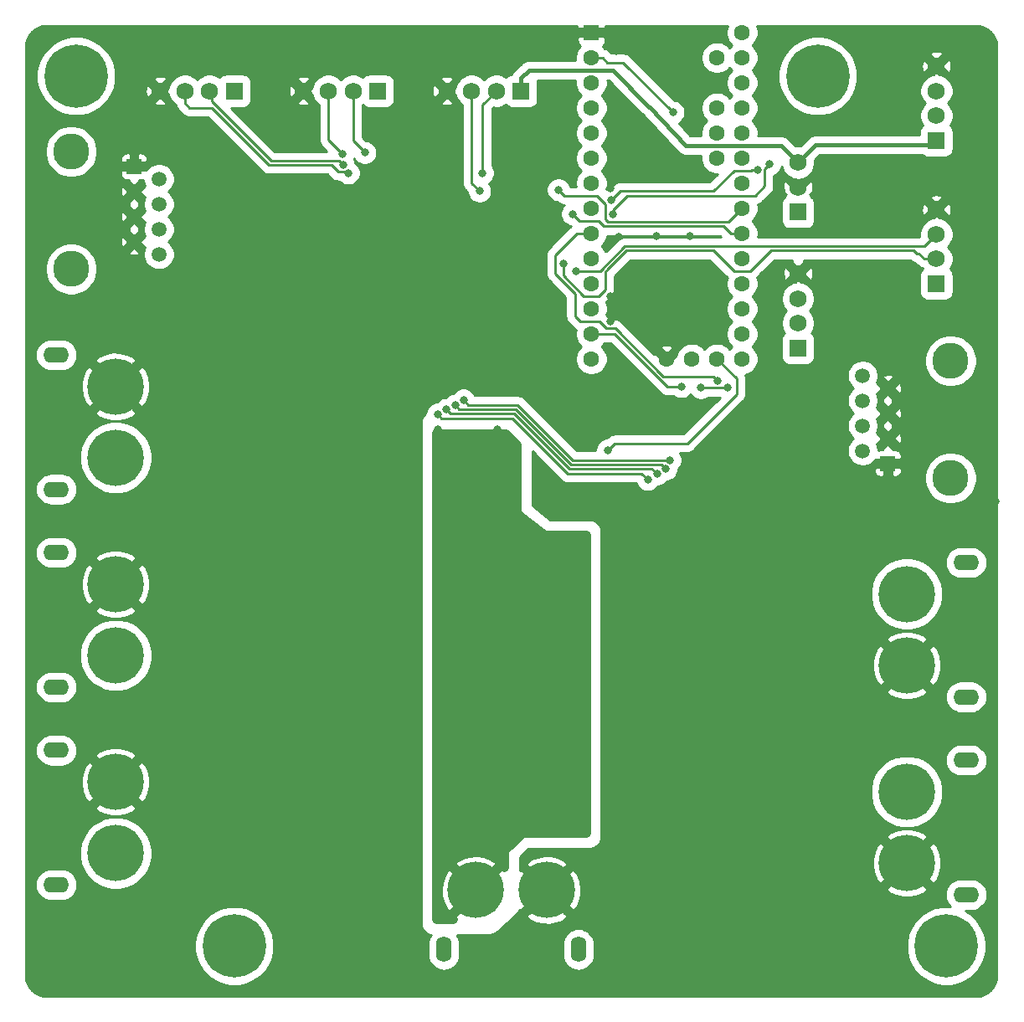
<source format=gbr>
G04 #@! TF.GenerationSoftware,KiCad,Pcbnew,(5.1.4-0-10_14)*
G04 #@! TF.CreationDate,2019-09-27T20:48:50-06:00*
G04 #@! TF.ProjectId,LED suit power,4c454420-7375-4697-9420-706f7765722e,rev?*
G04 #@! TF.SameCoordinates,Original*
G04 #@! TF.FileFunction,Copper,L2,Bot*
G04 #@! TF.FilePolarity,Positive*
%FSLAX46Y46*%
G04 Gerber Fmt 4.6, Leading zero omitted, Abs format (unit mm)*
G04 Created by KiCad (PCBNEW (5.1.4-0-10_14)) date 2019-09-27 20:48:50*
%MOMM*%
%LPD*%
G04 APERTURE LIST*
%ADD10C,1.750000*%
%ADD11R,1.750000X1.750000*%
%ADD12C,5.700000*%
%ADD13C,1.000000*%
%ADD14O,1.600000X2.600000*%
%ADD15O,2.600000X1.600000*%
%ADD16C,6.400000*%
%ADD17C,0.800000*%
%ADD18C,1.600000*%
%ADD19R,1.600000X1.600000*%
%ADD20C,3.650000*%
%ADD21R,1.500000X1.500000*%
%ADD22C,1.500000*%
%ADD23C,1.270000*%
%ADD24C,3.000000*%
%ADD25C,0.250000*%
%ADD26C,0.400000*%
%ADD27C,0.900000*%
%ADD28C,0.254000*%
G04 APERTURE END LIST*
D10*
X179000000Y-114750000D03*
X179000000Y-117250000D03*
D11*
X179000000Y-119750000D03*
D12*
X146400000Y-188350000D03*
X153600000Y-188350000D03*
D13*
X148400000Y-188350000D03*
X144400000Y-188350000D03*
X146400000Y-186350000D03*
X146400000Y-190350000D03*
X145000000Y-189750000D03*
X145000000Y-186950000D03*
X147800000Y-186950000D03*
X147800000Y-189750000D03*
D14*
X143200000Y-194350000D03*
X156800000Y-194350000D03*
D13*
X153600000Y-190350000D03*
X153600000Y-186350000D03*
X151600000Y-188350000D03*
X155600000Y-188350000D03*
X155000000Y-189750000D03*
X152200000Y-189750000D03*
X152200000Y-186950000D03*
X155000000Y-186950000D03*
D12*
X110000000Y-184600000D03*
X110000000Y-177400000D03*
D13*
X110000000Y-186600000D03*
X110000000Y-182600000D03*
X112000000Y-184600000D03*
X108000000Y-184600000D03*
X108600000Y-183200000D03*
X111400000Y-183200000D03*
X111400000Y-186000000D03*
X108600000Y-186000000D03*
D15*
X104000000Y-174200000D03*
X104000000Y-187800000D03*
D13*
X108000000Y-177400000D03*
X112000000Y-177400000D03*
X110000000Y-175400000D03*
X110000000Y-179400000D03*
X108600000Y-178800000D03*
X108600000Y-176000000D03*
X111400000Y-176000000D03*
X111400000Y-178800000D03*
D12*
X110000000Y-164600000D03*
X110000000Y-157400000D03*
D13*
X110000000Y-166600000D03*
X110000000Y-162600000D03*
X112000000Y-164600000D03*
X108000000Y-164600000D03*
X108600000Y-163200000D03*
X111400000Y-163200000D03*
X111400000Y-166000000D03*
X108600000Y-166000000D03*
D15*
X104000000Y-154200000D03*
X104000000Y-167800000D03*
D13*
X108000000Y-157400000D03*
X112000000Y-157400000D03*
X110000000Y-155400000D03*
X110000000Y-159400000D03*
X108600000Y-158800000D03*
X108600000Y-156000000D03*
X111400000Y-156000000D03*
X111400000Y-158800000D03*
D12*
X110000000Y-144600000D03*
X110000000Y-137400000D03*
D13*
X110000000Y-146600000D03*
X110000000Y-142600000D03*
X112000000Y-144600000D03*
X108000000Y-144600000D03*
X108600000Y-143200000D03*
X111400000Y-143200000D03*
X111400000Y-146000000D03*
X108600000Y-146000000D03*
D15*
X104000000Y-134200000D03*
X104000000Y-147800000D03*
D13*
X108000000Y-137400000D03*
X112000000Y-137400000D03*
X110000000Y-135400000D03*
X110000000Y-139400000D03*
X108600000Y-138800000D03*
X108600000Y-136000000D03*
X111400000Y-136000000D03*
X111400000Y-138800000D03*
D12*
X190000000Y-158400000D03*
X190000000Y-165600000D03*
D13*
X190000000Y-156400000D03*
X190000000Y-160400000D03*
X188000000Y-158400000D03*
X192000000Y-158400000D03*
X191400000Y-159800000D03*
X188600000Y-159800000D03*
X188600000Y-157000000D03*
X191400000Y-157000000D03*
D15*
X196000000Y-168800000D03*
X196000000Y-155200000D03*
D13*
X192000000Y-165600000D03*
X188000000Y-165600000D03*
X190000000Y-167600000D03*
X190000000Y-163600000D03*
X191400000Y-164200000D03*
X191400000Y-167000000D03*
X188600000Y-167000000D03*
X188600000Y-164200000D03*
D12*
X190000000Y-178400000D03*
X190000000Y-185600000D03*
D13*
X190000000Y-176400000D03*
X190000000Y-180400000D03*
X188000000Y-178400000D03*
X192000000Y-178400000D03*
X191400000Y-179800000D03*
X188600000Y-179800000D03*
X188600000Y-177000000D03*
X191400000Y-177000000D03*
D15*
X196000000Y-188800000D03*
X196000000Y-175200000D03*
D13*
X192000000Y-185600000D03*
X188000000Y-185600000D03*
X190000000Y-187600000D03*
X190000000Y-183600000D03*
X191400000Y-184200000D03*
X191400000Y-187000000D03*
X188600000Y-187000000D03*
X188600000Y-184200000D03*
D16*
X194000000Y-194000000D03*
D17*
X196400000Y-194000000D03*
X195697056Y-195697056D03*
X194000000Y-196400000D03*
X192302944Y-195697056D03*
X191600000Y-194000000D03*
X192302944Y-192302944D03*
X194000000Y-191600000D03*
X195697056Y-192302944D03*
X182697056Y-104302944D03*
X181000000Y-103600000D03*
X179302944Y-104302944D03*
X178600000Y-106000000D03*
X179302944Y-107697056D03*
X181000000Y-108400000D03*
X182697056Y-107697056D03*
X183400000Y-106000000D03*
D16*
X181000000Y-106000000D03*
X122000000Y-194000000D03*
D17*
X124400000Y-194000000D03*
X123697056Y-195697056D03*
X122000000Y-196400000D03*
X120302944Y-195697056D03*
X119600000Y-194000000D03*
X120302944Y-192302944D03*
X122000000Y-191600000D03*
X123697056Y-192302944D03*
X107697056Y-104302944D03*
X106000000Y-103600000D03*
X104302944Y-104302944D03*
X103600000Y-106000000D03*
X104302944Y-107697056D03*
X106000000Y-108400000D03*
X107697056Y-107697056D03*
X108400000Y-106000000D03*
D16*
X106000000Y-106000000D03*
D18*
X165735000Y-134620000D03*
X168275000Y-134620000D03*
X170815000Y-134620000D03*
X173355000Y-134620000D03*
X158115000Y-134620000D03*
X173355000Y-132080000D03*
X173355000Y-129540000D03*
X173355000Y-127000000D03*
X173355000Y-124460000D03*
X173355000Y-121920000D03*
X173355000Y-119380000D03*
X173355000Y-116840000D03*
X173355000Y-114300000D03*
X173355000Y-111760000D03*
X173355000Y-109220000D03*
X173355000Y-106680000D03*
X173355000Y-104140000D03*
X173355000Y-101600000D03*
X170815000Y-104140000D03*
X170815000Y-109220000D03*
X170815000Y-111760000D03*
X170815000Y-114300000D03*
X158115000Y-132080000D03*
X158115000Y-129540000D03*
X158115000Y-127000000D03*
X158115000Y-124460000D03*
X158115000Y-121920000D03*
X158115000Y-119380000D03*
X158115000Y-116840000D03*
X158115000Y-114300000D03*
X158115000Y-111760000D03*
X158115000Y-109220000D03*
X158115000Y-106680000D03*
X158115000Y-104140000D03*
D19*
X158115000Y-101600000D03*
D10*
X179000000Y-126000000D03*
X179000000Y-128500000D03*
X179000000Y-131000000D03*
D11*
X179000000Y-133500000D03*
X151000000Y-107500000D03*
D10*
X148500000Y-107500000D03*
X146000000Y-107500000D03*
X143500000Y-107500000D03*
X129000000Y-107500000D03*
X131500000Y-107500000D03*
X134000000Y-107500000D03*
D11*
X136500000Y-107500000D03*
X122000000Y-107500000D03*
D10*
X119500000Y-107500000D03*
X117000000Y-107500000D03*
X114500000Y-107500000D03*
X193000000Y-119500000D03*
X193000000Y-122000000D03*
X193000000Y-124500000D03*
D11*
X193000000Y-127000000D03*
D10*
X193000000Y-105000000D03*
X193000000Y-107500000D03*
X193000000Y-110000000D03*
D11*
X193000000Y-112500000D03*
D20*
X105501222Y-125516787D03*
X105501222Y-113646787D03*
D21*
X111851222Y-115136787D03*
D22*
X114391222Y-116406787D03*
X111851222Y-117676787D03*
X114391222Y-118946787D03*
X111851222Y-120216787D03*
X114391222Y-121486787D03*
X111851222Y-122756787D03*
X114391222Y-124026787D03*
D20*
X194435001Y-134798343D03*
X194435001Y-146668343D03*
D21*
X188085001Y-145178343D03*
D22*
X185545001Y-143908343D03*
X188085001Y-142638343D03*
X185545001Y-141368343D03*
X188085001Y-140098343D03*
X185545001Y-138828343D03*
X188085001Y-137558343D03*
X185545001Y-136288343D03*
D17*
X126400000Y-118600000D03*
X126400000Y-120100000D03*
X126400000Y-121600000D03*
X129400000Y-121600000D03*
X129400000Y-120100000D03*
X129400000Y-118600000D03*
X127900000Y-118600000D03*
X127900000Y-121600000D03*
X127900000Y-120100000D03*
X141164461Y-133155109D03*
X141164461Y-134655109D03*
X141164461Y-136155109D03*
X142664461Y-136155109D03*
X142664461Y-134655109D03*
X142664461Y-133155109D03*
X144164461Y-133155109D03*
X144164461Y-134655109D03*
X144164461Y-136155109D03*
X160500000Y-154900000D03*
X160500000Y-178750000D03*
X123000000Y-185000000D03*
X123000000Y-188000000D03*
X126000000Y-190000000D03*
X123000000Y-165000000D03*
X123000000Y-169000000D03*
X123000000Y-145000000D03*
X123000000Y-149000000D03*
X177000000Y-154250000D03*
X177000000Y-158250000D03*
X169000000Y-155250000D03*
X181000000Y-175250000D03*
X181400000Y-156300000D03*
X118700000Y-187000000D03*
X118500000Y-168000000D03*
X118800000Y-147100000D03*
X116900000Y-152400000D03*
X116600000Y-132500000D03*
X177000000Y-174250000D03*
X177000000Y-178250000D03*
X169000000Y-175250000D03*
X140000000Y-159000000D03*
X140000000Y-157000000D03*
X140000000Y-155000000D03*
X140000000Y-153000000D03*
X140000000Y-151000000D03*
X140000000Y-149000000D03*
X140000000Y-169500000D03*
X140000000Y-171500000D03*
X140000000Y-173500000D03*
X134000000Y-170000000D03*
X162000000Y-192750000D03*
X162000000Y-181750000D03*
X183500000Y-154500000D03*
X171450000Y-198120000D03*
X135500000Y-120100000D03*
X113030000Y-132080000D03*
X110490000Y-132080000D03*
X107950000Y-132080000D03*
X105410000Y-132080000D03*
X102870000Y-132080000D03*
X160020000Y-148590000D03*
X158750000Y-148590000D03*
X161290000Y-148590000D03*
X160020000Y-147500000D03*
X161400000Y-153300000D03*
X146725000Y-134650000D03*
X150700000Y-130400000D03*
X132400000Y-120100000D03*
X152450000Y-138775000D03*
X164000000Y-149000000D03*
X167000000Y-149000000D03*
X169500000Y-149000000D03*
X172000000Y-149000000D03*
X174500000Y-149000000D03*
X184000000Y-149000000D03*
X186500000Y-149000000D03*
X189000000Y-149000000D03*
X191500000Y-149000000D03*
X197000000Y-149000000D03*
X199000000Y-149000000D03*
X160500000Y-101500000D03*
X155500000Y-101500000D03*
X155500000Y-104000000D03*
X166400000Y-125600000D03*
X169250000Y-127100000D03*
X171075000Y-128375000D03*
X197000000Y-138500000D03*
X197000000Y-143000000D03*
X145000000Y-103000000D03*
X149500000Y-103000000D03*
X135000000Y-103000000D03*
X130500000Y-103000000D03*
X120500000Y-103000000D03*
X116000000Y-103000000D03*
X198500000Y-195500000D03*
X198000000Y-198000000D03*
X195500000Y-198500000D03*
X176000000Y-135500000D03*
X188500000Y-133500000D03*
X134750000Y-138850000D03*
X123150000Y-114950000D03*
X124000000Y-128000000D03*
X121500000Y-128000000D03*
X119000000Y-128000000D03*
X116500000Y-128000000D03*
X114000000Y-128000000D03*
X111500000Y-128000000D03*
X108500000Y-128000000D03*
X155500000Y-134500000D03*
X164000000Y-153000000D03*
X167000000Y-153000000D03*
X170000000Y-153000000D03*
X173000000Y-153000000D03*
X176000000Y-153000000D03*
X179000000Y-153000000D03*
X182000000Y-153000000D03*
X185000000Y-153000000D03*
X188000000Y-153000000D03*
X191000000Y-153000000D03*
X194000000Y-153000000D03*
X197000000Y-153000000D03*
X134000000Y-198000000D03*
X137000000Y-198000000D03*
X140000000Y-198000000D03*
X143000000Y-198000000D03*
X146000000Y-198000000D03*
X149000000Y-198000000D03*
X152000000Y-198000000D03*
X155000000Y-198000000D03*
X158000000Y-198000000D03*
X161000000Y-198000000D03*
X164000000Y-198000000D03*
X167000000Y-198000000D03*
X179000000Y-198000000D03*
X182000000Y-198000000D03*
X185000000Y-198000000D03*
X188000000Y-198000000D03*
X131000000Y-198000000D03*
X128000000Y-198000000D03*
X125000000Y-198000000D03*
X118000000Y-198000000D03*
X115000000Y-198000000D03*
X112000000Y-198000000D03*
X109000000Y-198000000D03*
X106000000Y-198000000D03*
X103000000Y-198000000D03*
X102000000Y-196000000D03*
X191000000Y-198000000D03*
X198000000Y-191000000D03*
X166000000Y-131500000D03*
X191600000Y-138800000D03*
X191600000Y-141300000D03*
X191600000Y-143800000D03*
X161290000Y-148590000D03*
X161290000Y-148590000D03*
X128000000Y-132430000D03*
X156000000Y-185000000D03*
X157250000Y-186500000D03*
X157750000Y-188500000D03*
X157250000Y-190250000D03*
X154250000Y-192500000D03*
X152250000Y-192250000D03*
X151000000Y-191500000D03*
X149750000Y-192500000D03*
X147500000Y-193250000D03*
X145500000Y-193500000D03*
X140000000Y-191500000D03*
X140000000Y-189000000D03*
X140000000Y-186500000D03*
X140000000Y-184250000D03*
X140000000Y-182250000D03*
X137750000Y-184000000D03*
X131000000Y-186250000D03*
X131000000Y-189250000D03*
X134500000Y-190500000D03*
X137750000Y-188250000D03*
X159000000Y-185000000D03*
X163000000Y-186000000D03*
X187000000Y-163000000D03*
X193000000Y-163000000D03*
X193000000Y-168500000D03*
X187000000Y-168500000D03*
X187000000Y-182500000D03*
X193000000Y-182500000D03*
X193000000Y-188500000D03*
X187000000Y-188500000D03*
X107000000Y-174500000D03*
X113000000Y-174500000D03*
X113000000Y-180500000D03*
X107000000Y-180500000D03*
X107000000Y-154500000D03*
X113000000Y-154500000D03*
X113000000Y-160500000D03*
X107000000Y-160500000D03*
X107000000Y-134500000D03*
X113000000Y-134500000D03*
X113000000Y-140500000D03*
X107000000Y-140500000D03*
X160020000Y-133350000D03*
X160020000Y-130810000D03*
X160020000Y-128270000D03*
X160020000Y-113030000D03*
X160020000Y-107950000D03*
X101500000Y-104000000D03*
X104000000Y-101500000D03*
X102000000Y-102000000D03*
X109500000Y-121500000D03*
X109500000Y-119000000D03*
X109500000Y-116500000D03*
X102500000Y-121500000D03*
X102500000Y-117000000D03*
X184000000Y-101750000D03*
X176750000Y-101750000D03*
X183250000Y-110750000D03*
X185000000Y-109000000D03*
X192000000Y-115000000D03*
X191250000Y-130750000D03*
X197000000Y-125500000D03*
X197000000Y-121000000D03*
X190000000Y-105000000D03*
X186000000Y-105000000D03*
X195000000Y-101500000D03*
X198500000Y-104000000D03*
X197500000Y-102000000D03*
X189000000Y-102000000D03*
X197000000Y-111000000D03*
X197500000Y-106500000D03*
X155500000Y-107000000D03*
X160020000Y-110490000D03*
X153300000Y-111700000D03*
X154900000Y-111600000D03*
X155600000Y-114100000D03*
X154650000Y-121150000D03*
X153250000Y-124000000D03*
X160020000Y-117350000D03*
X160020000Y-115570000D03*
X164700000Y-122150000D03*
X168100000Y-122150000D03*
X160655000Y-103505000D03*
X165800000Y-107315000D03*
X165735000Y-104775000D03*
X140250000Y-141950000D03*
X140350000Y-146150000D03*
X150050000Y-127000000D03*
X145100000Y-129850000D03*
X141600000Y-129850000D03*
X136900000Y-122450000D03*
X127824999Y-124024999D03*
X124900000Y-111400000D03*
X129300000Y-111400000D03*
X137350000Y-119950000D03*
X143150000Y-123350000D03*
X172100000Y-142650000D03*
X166100000Y-138800000D03*
X132250000Y-124500000D03*
X157050000Y-143300000D03*
X159450000Y-142100000D03*
X162150000Y-141850000D03*
X176950000Y-141950000D03*
X152550000Y-127200000D03*
X154600000Y-130250000D03*
X137200000Y-127300000D03*
X131900000Y-138850000D03*
X131800000Y-129300000D03*
X134800000Y-130850000D03*
X114100000Y-112350000D03*
X123250000Y-117900000D03*
X164100000Y-141850000D03*
X152650000Y-149000000D03*
X156600000Y-150000000D03*
X150400000Y-114450000D03*
X152500000Y-121750000D03*
X160900000Y-122300000D03*
X147700000Y-120450000D03*
X143000000Y-111400000D03*
X138300000Y-111400000D03*
X154500000Y-119250000D03*
X154000000Y-114750000D03*
X139800000Y-114400000D03*
X141300000Y-117300000D03*
X118000000Y-134500000D03*
X153200000Y-146300000D03*
X174800000Y-140500000D03*
X182500000Y-188700000D03*
X182900000Y-191000000D03*
X182500000Y-168700000D03*
X182700000Y-170800000D03*
X117900000Y-154600000D03*
X117900000Y-174600000D03*
X117000000Y-172500000D03*
X117800000Y-165900000D03*
X150500000Y-135200000D03*
X145179915Y-138766238D03*
X166050000Y-144850000D03*
X144339458Y-139308120D03*
X165643861Y-145763814D03*
X143433789Y-139732112D03*
X164781227Y-146269646D03*
X142550000Y-140200000D03*
X163800000Y-146800000D03*
X170850000Y-136800000D03*
X167199424Y-137399998D03*
X166375000Y-109675000D03*
X169170129Y-137544036D03*
X171908239Y-137490427D03*
X156200000Y-119950000D03*
X154762347Y-117500000D03*
X147000000Y-178000000D03*
X142500000Y-178000000D03*
X147000000Y-179500000D03*
X147000000Y-176500000D03*
X142500000Y-176500000D03*
X142500000Y-179500000D03*
X147000000Y-175000000D03*
X142500000Y-175000000D03*
X142500000Y-181000000D03*
X147000000Y-181000000D03*
X143500000Y-174000000D03*
X146000000Y-174000000D03*
X142500000Y-164000000D03*
X142500000Y-162500000D03*
X142500000Y-161000000D03*
X143500000Y-160000000D03*
X146000000Y-160000000D03*
X147500000Y-164000000D03*
X147500000Y-162500000D03*
X147500000Y-161000000D03*
X147500000Y-165500000D03*
X147500000Y-167000000D03*
X146000000Y-168000000D03*
X143500000Y-168000000D03*
X142500000Y-167000000D03*
X142500000Y-165500000D03*
X147500000Y-144000000D03*
X147500000Y-142500000D03*
X147500000Y-147000000D03*
X146000000Y-148000000D03*
X144000000Y-148000000D03*
X142500000Y-147000000D03*
X143000000Y-149000000D03*
X143000000Y-151000000D03*
X143000000Y-153000000D03*
X143000000Y-155000000D03*
X143000000Y-157000000D03*
X143000000Y-159000000D03*
X143000000Y-169500000D03*
X143000000Y-172000000D03*
X150000000Y-156000000D03*
X150000000Y-153500000D03*
X150000000Y-151000000D03*
X152500000Y-162500000D03*
X152500000Y-161000000D03*
X152500000Y-159500000D03*
X152500000Y-158000000D03*
X152500000Y-156500000D03*
X157500000Y-156500000D03*
X157500000Y-158000000D03*
X157500000Y-159500000D03*
X157500000Y-161000000D03*
X157500000Y-162500000D03*
X156000000Y-163500000D03*
X154000000Y-163500000D03*
X154000000Y-155000000D03*
X156000000Y-155000000D03*
X157000000Y-153000000D03*
X154000000Y-170000000D03*
X155500000Y-170000000D03*
X157500000Y-174000000D03*
X157500000Y-172500000D03*
X157500000Y-171000000D03*
X157500000Y-175500000D03*
X157500000Y-177000000D03*
X155500000Y-178500000D03*
X154000000Y-178500000D03*
X152500000Y-174000000D03*
X152500000Y-172500000D03*
X152500000Y-171000000D03*
X152500000Y-175500000D03*
X152500000Y-177000000D03*
X149000000Y-185000000D03*
X147500000Y-184500000D03*
X145500000Y-184500000D03*
X144000000Y-185000000D03*
X142500000Y-187000000D03*
X142500000Y-189000000D03*
X143000000Y-191000000D03*
X149500000Y-183500000D03*
X150500000Y-182500000D03*
X152500000Y-182500000D03*
X154500000Y-182500000D03*
X156500000Y-182500000D03*
X157000000Y-180500000D03*
X142550000Y-145075000D03*
X142575000Y-143300000D03*
X142575000Y-141750000D03*
X150100000Y-143300000D03*
X149950000Y-148425000D03*
X149975000Y-145925000D03*
X148600000Y-141725000D03*
X159750000Y-143850000D03*
X147100000Y-115800000D03*
X146800000Y-117650000D03*
X132977941Y-113917589D03*
X135200000Y-113750000D03*
X133000525Y-114965479D03*
X133537580Y-115809028D03*
X156550000Y-125700000D03*
X155300000Y-124975000D03*
X174899999Y-115500000D03*
X160116130Y-118547096D03*
X176150000Y-114900000D03*
X160275000Y-120019989D03*
D23*
X160020000Y-152400000D02*
X160020000Y-153670000D01*
D24*
X160020000Y-148590000D02*
X161300000Y-149870000D01*
X161300000Y-149870000D02*
X161300000Y-150300000D01*
X161300000Y-150300000D02*
X161300000Y-153500000D01*
D25*
X145663677Y-139250000D02*
X145179915Y-138766238D01*
X146308109Y-139258109D02*
X146300000Y-139250000D01*
X150658109Y-139258109D02*
X146308109Y-139258109D01*
X146300000Y-139250000D02*
X145663677Y-139250000D01*
X156250000Y-144850000D02*
X150658109Y-139258109D01*
X166050000Y-144850000D02*
X156250000Y-144850000D01*
X144739457Y-139708119D02*
X150471709Y-139708119D01*
X144339458Y-139308120D02*
X144739457Y-139708119D01*
X150471709Y-139708119D02*
X156063600Y-145300010D01*
X165180057Y-145300010D02*
X165643861Y-145763814D01*
X156063600Y-145300010D02*
X165180057Y-145300010D01*
X143833788Y-140132111D02*
X143433789Y-139732112D01*
X150285309Y-140158129D02*
X143859806Y-140158129D01*
X155877199Y-145750019D02*
X150285309Y-140158129D01*
X164381228Y-145868772D02*
X164262476Y-145750020D01*
X164381228Y-145869647D02*
X164381228Y-145868772D01*
X143859806Y-140158129D02*
X143833788Y-140132111D01*
X164262476Y-145750020D02*
X155877199Y-145750019D01*
X164781227Y-146269646D02*
X164381228Y-145869647D01*
X142958139Y-140608139D02*
X143673406Y-140608139D01*
X142550000Y-140200000D02*
X142958139Y-140608139D01*
X143673406Y-140608139D02*
X150098909Y-140608139D01*
X150098909Y-140608139D02*
X155690800Y-146200028D01*
X163200028Y-146200028D02*
X163800000Y-146800000D01*
X155690800Y-146200028D02*
X163200028Y-146200028D01*
X156450000Y-127986410D02*
X154450000Y-125986410D01*
X170850000Y-136800000D02*
X170450001Y-136400001D01*
X154450000Y-125986410D02*
X154450000Y-124100000D01*
X156450000Y-130300000D02*
X156450000Y-127986410D01*
X156630000Y-121920000D02*
X158115000Y-121920000D01*
X158900000Y-130800000D02*
X156950000Y-130800000D01*
X159639999Y-131539999D02*
X158900000Y-130800000D01*
X154450000Y-124100000D02*
X156630000Y-121920000D01*
X156950000Y-130800000D02*
X156450000Y-130300000D01*
X160526409Y-131539999D02*
X159639999Y-131539999D01*
X165386411Y-136400001D02*
X160526409Y-131539999D01*
X170450001Y-136400001D02*
X165386411Y-136400001D01*
X160430000Y-132080000D02*
X165749998Y-137399998D01*
X165749998Y-137399998D02*
X167199424Y-137399998D01*
X158115000Y-132080000D02*
X160430000Y-132080000D01*
X159246370Y-104140000D02*
X159731370Y-104625000D01*
X158115000Y-104140000D02*
X159246370Y-104140000D01*
X166375000Y-109663002D02*
X166375000Y-109675000D01*
X161336998Y-104625000D02*
X166375000Y-109663002D01*
X159731370Y-104625000D02*
X161336998Y-104625000D01*
X171854630Y-137544036D02*
X171908239Y-137490427D01*
X169170129Y-137544036D02*
X171854630Y-137544036D01*
X158850000Y-120650000D02*
X156900000Y-120650000D01*
X159394999Y-121194999D02*
X158850000Y-120650000D01*
X171498629Y-121194999D02*
X159394999Y-121194999D01*
X172223630Y-121920000D02*
X171498629Y-121194999D01*
X173355000Y-121920000D02*
X172223630Y-121920000D01*
X156900000Y-120650000D02*
X156200000Y-119950000D01*
X171990011Y-120744989D02*
X173355000Y-119380000D01*
X159794989Y-120744989D02*
X171990011Y-120744989D01*
X159550000Y-120500000D02*
X159794989Y-120744989D01*
X159550000Y-119000000D02*
X159550000Y-120500000D01*
X155362347Y-118100000D02*
X158650000Y-118100000D01*
X158650000Y-118100000D02*
X159550000Y-119000000D01*
X154762347Y-117500000D02*
X155362347Y-118100000D01*
D26*
X177280000Y-113030000D02*
X179000000Y-114750000D01*
X167640000Y-113030000D02*
X177280000Y-113030000D01*
X163956000Y-109111999D02*
X163975999Y-109111999D01*
X163975999Y-109111999D02*
X167640000Y-113030000D01*
X151000000Y-107500000D02*
X151000000Y-106225000D01*
X160274000Y-105429999D02*
X163956000Y-109111999D01*
X151795001Y-105429999D02*
X160274000Y-105429999D01*
X151000000Y-106225000D02*
X151795001Y-105429999D01*
X180789999Y-112960001D02*
X179000000Y-114750000D01*
X192093999Y-112960001D02*
X180789999Y-112960001D01*
X192554000Y-112500000D02*
X192093999Y-112960001D01*
X193000000Y-112500000D02*
X192554000Y-112500000D01*
D25*
X172800000Y-136605000D02*
X170815000Y-134620000D01*
X172800000Y-138150000D02*
X172800000Y-136605000D01*
X167800000Y-143150000D02*
X172800000Y-138150000D01*
X160450000Y-143150000D02*
X167800000Y-143150000D01*
X159750000Y-143850000D02*
X160450000Y-143150000D01*
X147100000Y-108900000D02*
X148500000Y-107500000D01*
X147100000Y-114650000D02*
X147100000Y-108900000D01*
X147100000Y-114650000D02*
X147100000Y-115800000D01*
X146000000Y-115700000D02*
X146000000Y-107500000D01*
X146800000Y-117650000D02*
X146000000Y-116850000D01*
X146000000Y-116850000D02*
X146000000Y-115700000D01*
X131500000Y-112439648D02*
X131500000Y-107500000D01*
X132977941Y-113917589D02*
X131500000Y-112439648D01*
X134000000Y-112550000D02*
X134000000Y-107500000D01*
X135200000Y-113750000D02*
X134000000Y-112550000D01*
X125700000Y-114550000D02*
X119700000Y-108550000D01*
X131000000Y-114550000D02*
X125700000Y-114550000D01*
X119700000Y-107700000D02*
X119500000Y-107500000D01*
X119700000Y-108550000D02*
X119700000Y-107700000D01*
X132585046Y-114550000D02*
X133000525Y-114965479D01*
X131000000Y-114550000D02*
X132585046Y-114550000D01*
X117000000Y-107500000D02*
X117000000Y-108737436D01*
X117456282Y-109193718D02*
X119693718Y-109193718D01*
X117000000Y-108737436D02*
X117456282Y-109193718D01*
X119707308Y-109193718D02*
X119693718Y-109193718D01*
X132490470Y-115690480D02*
X131800000Y-115000010D01*
X133537580Y-115809028D02*
X133656128Y-115690480D01*
X133656128Y-115690480D02*
X132490470Y-115690480D01*
X125513599Y-115000009D02*
X119707308Y-109193718D01*
X131800000Y-115000010D02*
X125513599Y-115000009D01*
X161476998Y-123200000D02*
X191800000Y-123200000D01*
X191800000Y-123200000D02*
X193000000Y-122000000D01*
X158976998Y-125700000D02*
X161476998Y-123200000D01*
X156550000Y-125700000D02*
X158976998Y-125700000D01*
X191762564Y-124500000D02*
X191200000Y-123937436D01*
X193000000Y-124500000D02*
X191762564Y-124500000D01*
X190987436Y-123937436D02*
X190700010Y-123650010D01*
X191200000Y-123937436D02*
X190987436Y-123937436D01*
X190700010Y-123650010D02*
X176249990Y-123650010D01*
X176249990Y-123650010D02*
X174150000Y-125750000D01*
X172550000Y-125750000D02*
X170450010Y-123650010D01*
X174150000Y-125750000D02*
X172550000Y-125750000D01*
X170450010Y-123650010D02*
X161663398Y-123650010D01*
X161663398Y-123650010D02*
X159806704Y-125506704D01*
X159806704Y-125506704D02*
X159500000Y-125813408D01*
X159500000Y-125813408D02*
X159500000Y-127600000D01*
X159500000Y-127600000D02*
X158850000Y-128250000D01*
X158850000Y-128250000D02*
X157350000Y-128250000D01*
X155300000Y-126200000D02*
X155300000Y-124975000D01*
X157350000Y-128250000D02*
X155300000Y-126200000D01*
X174334314Y-115500000D02*
X174899999Y-115500000D01*
X174284314Y-115550000D02*
X174334314Y-115500000D01*
X172550000Y-115550000D02*
X174284314Y-115550000D01*
X170450010Y-117649990D02*
X172550000Y-115550000D01*
X161013236Y-117649990D02*
X170450010Y-117649990D01*
X160116130Y-118547096D02*
X161013236Y-117649990D01*
X175624999Y-115425001D02*
X175624999Y-117125001D01*
X176150000Y-114900000D02*
X175624999Y-115425001D01*
X175624999Y-117125001D02*
X174650000Y-118100000D01*
X174650000Y-118100000D02*
X162450000Y-118100000D01*
X162450000Y-118100000D02*
X161900000Y-118100000D01*
X161900000Y-118100000D02*
X161750000Y-118100000D01*
X160275000Y-119575000D02*
X160275000Y-120019989D01*
X161750000Y-118100000D02*
X160275000Y-119575000D01*
D27*
G36*
X142649385Y-142160349D02*
G01*
X142880773Y-142183139D01*
X142880780Y-142183139D01*
X142958139Y-142190758D01*
X143035497Y-142183139D01*
X149446523Y-142183139D01*
X150550000Y-143286616D01*
X150550000Y-150000000D01*
X150558647Y-150087791D01*
X150584254Y-150172208D01*
X150625839Y-150250007D01*
X150681802Y-150318198D01*
X150718887Y-150351391D01*
X153218887Y-152351391D01*
X153292842Y-152399481D01*
X153374757Y-152432220D01*
X153500000Y-152450000D01*
X157550000Y-152450000D01*
X157550000Y-182550000D01*
X151250000Y-182550000D01*
X151162209Y-182558647D01*
X151077792Y-182584254D01*
X150999993Y-182625839D01*
X150931802Y-182681802D01*
X149431802Y-184181802D01*
X149375839Y-184249993D01*
X149334254Y-184327792D01*
X149308647Y-184412209D01*
X149300000Y-184500000D01*
X149300000Y-186022804D01*
X148971448Y-185849263D01*
X148701233Y-186119478D01*
X148701232Y-186119478D01*
X148278653Y-186542058D01*
X147805639Y-187015072D01*
X147654799Y-187094705D01*
X147737600Y-186941689D01*
X147800000Y-186879289D01*
X148630522Y-186048768D01*
X148630522Y-186048767D01*
X148900737Y-185778552D01*
X148608473Y-185225232D01*
X147956426Y-184854423D01*
X147244567Y-184617946D01*
X146500251Y-184524889D01*
X145752082Y-184578830D01*
X145028813Y-184777694D01*
X144358238Y-185113841D01*
X144191527Y-185225232D01*
X143899263Y-185778552D01*
X144169478Y-186048767D01*
X144169478Y-186048768D01*
X145000000Y-186879289D01*
X145065072Y-186944361D01*
X145144705Y-187095201D01*
X144991689Y-187012400D01*
X144521347Y-186542058D01*
X144098768Y-186119478D01*
X144098767Y-186119478D01*
X143828552Y-185849263D01*
X143275232Y-186141527D01*
X142904423Y-186793574D01*
X142667946Y-187505433D01*
X142574889Y-188249749D01*
X142628830Y-188997918D01*
X142827694Y-189721187D01*
X143163841Y-190391762D01*
X143275232Y-190558473D01*
X143828552Y-190850737D01*
X144098767Y-190580522D01*
X144098768Y-190580522D01*
X144929289Y-189750000D01*
X144994361Y-189684928D01*
X145145201Y-189605295D01*
X145062400Y-189758311D01*
X145000000Y-189820711D01*
X144169478Y-190651232D01*
X144169478Y-190651233D01*
X143899263Y-190921448D01*
X144099214Y-191300000D01*
X142450000Y-191300000D01*
X142450000Y-142099866D01*
X142649385Y-142160349D01*
X142649385Y-142160349D01*
G37*
X142649385Y-142160349D02*
X142880773Y-142183139D01*
X142880780Y-142183139D01*
X142958139Y-142190758D01*
X143035497Y-142183139D01*
X149446523Y-142183139D01*
X150550000Y-143286616D01*
X150550000Y-150000000D01*
X150558647Y-150087791D01*
X150584254Y-150172208D01*
X150625839Y-150250007D01*
X150681802Y-150318198D01*
X150718887Y-150351391D01*
X153218887Y-152351391D01*
X153292842Y-152399481D01*
X153374757Y-152432220D01*
X153500000Y-152450000D01*
X157550000Y-152450000D01*
X157550000Y-182550000D01*
X151250000Y-182550000D01*
X151162209Y-182558647D01*
X151077792Y-182584254D01*
X150999993Y-182625839D01*
X150931802Y-182681802D01*
X149431802Y-184181802D01*
X149375839Y-184249993D01*
X149334254Y-184327792D01*
X149308647Y-184412209D01*
X149300000Y-184500000D01*
X149300000Y-186022804D01*
X148971448Y-185849263D01*
X148701233Y-186119478D01*
X148701232Y-186119478D01*
X148278653Y-186542058D01*
X147805639Y-187015072D01*
X147654799Y-187094705D01*
X147737600Y-186941689D01*
X147800000Y-186879289D01*
X148630522Y-186048768D01*
X148630522Y-186048767D01*
X148900737Y-185778552D01*
X148608473Y-185225232D01*
X147956426Y-184854423D01*
X147244567Y-184617946D01*
X146500251Y-184524889D01*
X145752082Y-184578830D01*
X145028813Y-184777694D01*
X144358238Y-185113841D01*
X144191527Y-185225232D01*
X143899263Y-185778552D01*
X144169478Y-186048767D01*
X144169478Y-186048768D01*
X145000000Y-186879289D01*
X145065072Y-186944361D01*
X145144705Y-187095201D01*
X144991689Y-187012400D01*
X144521347Y-186542058D01*
X144098768Y-186119478D01*
X144098767Y-186119478D01*
X143828552Y-185849263D01*
X143275232Y-186141527D01*
X142904423Y-186793574D01*
X142667946Y-187505433D01*
X142574889Y-188249749D01*
X142628830Y-188997918D01*
X142827694Y-189721187D01*
X143163841Y-190391762D01*
X143275232Y-190558473D01*
X143828552Y-190850737D01*
X144098767Y-190580522D01*
X144098768Y-190580522D01*
X144929289Y-189750000D01*
X144994361Y-189684928D01*
X145145201Y-189605295D01*
X145062400Y-189758311D01*
X145000000Y-189820711D01*
X144169478Y-190651232D01*
X144169478Y-190651233D01*
X143899263Y-190921448D01*
X144099214Y-191300000D01*
X142450000Y-191300000D01*
X142450000Y-142099866D01*
X142649385Y-142160349D01*
G36*
X145576230Y-189244480D02*
G01*
X145447014Y-189373697D01*
X145294481Y-189526230D01*
X145221353Y-189528647D01*
X145223770Y-189455519D01*
X145505520Y-189173770D01*
X145578647Y-189171353D01*
X145576230Y-189244480D01*
X145576230Y-189244480D01*
G37*
X145576230Y-189244480D02*
X145447014Y-189373697D01*
X145294481Y-189526230D01*
X145221353Y-189528647D01*
X145223770Y-189455519D01*
X145505520Y-189173770D01*
X145578647Y-189171353D01*
X145576230Y-189244480D01*
G36*
X145808309Y-187687599D02*
G01*
X145901232Y-187780522D01*
X145901233Y-187780522D01*
X146400000Y-188279289D01*
X146898767Y-187780522D01*
X146898768Y-187780522D01*
X146994362Y-187684927D01*
X147145201Y-187605295D01*
X147062401Y-187758309D01*
X146969478Y-187851232D01*
X146969478Y-187851233D01*
X146470711Y-188350000D01*
X146484853Y-188364142D01*
X146414142Y-188434853D01*
X146400000Y-188420711D01*
X145901233Y-188919478D01*
X145901232Y-188919478D01*
X145805638Y-189015073D01*
X145654799Y-189094705D01*
X145737599Y-188941691D01*
X145830522Y-188848768D01*
X145830522Y-188848767D01*
X146329289Y-188350000D01*
X145830522Y-187851233D01*
X145830522Y-187851232D01*
X145734927Y-187755638D01*
X145655295Y-187604799D01*
X145808309Y-187687599D01*
X145808309Y-187687599D01*
G37*
X145808309Y-187687599D02*
X145901232Y-187780522D01*
X145901233Y-187780522D01*
X146400000Y-188279289D01*
X146898767Y-187780522D01*
X146898768Y-187780522D01*
X146994362Y-187684927D01*
X147145201Y-187605295D01*
X147062401Y-187758309D01*
X146969478Y-187851232D01*
X146969478Y-187851233D01*
X146470711Y-188350000D01*
X146484853Y-188364142D01*
X146414142Y-188434853D01*
X146400000Y-188420711D01*
X145901233Y-188919478D01*
X145901232Y-188919478D01*
X145805638Y-189015073D01*
X145654799Y-189094705D01*
X145737599Y-188941691D01*
X145830522Y-188848768D01*
X145830522Y-188848767D01*
X146329289Y-188350000D01*
X145830522Y-187851233D01*
X145830522Y-187851232D01*
X145734927Y-187755638D01*
X145655295Y-187604799D01*
X145808309Y-187687599D01*
G36*
X145294481Y-187173770D02*
G01*
X145576230Y-187455520D01*
X145578647Y-187528647D01*
X145505520Y-187526230D01*
X145223770Y-187244481D01*
X145221353Y-187171353D01*
X145294481Y-187173770D01*
X145294481Y-187173770D01*
G37*
X145294481Y-187173770D02*
X145576230Y-187455520D01*
X145578647Y-187528647D01*
X145505520Y-187526230D01*
X145223770Y-187244481D01*
X145221353Y-187171353D01*
X145294481Y-187173770D01*
G36*
X147576230Y-187244481D02*
G01*
X147294480Y-187526230D01*
X147221353Y-187528647D01*
X147223770Y-187455520D01*
X147505519Y-187173770D01*
X147578647Y-187171353D01*
X147576230Y-187244481D01*
X147576230Y-187244481D01*
G37*
X147576230Y-187244481D02*
X147294480Y-187526230D01*
X147221353Y-187528647D01*
X147223770Y-187455520D01*
X147505519Y-187173770D01*
X147578647Y-187171353D01*
X147576230Y-187244481D01*
D28*
G36*
X156680000Y-101068250D02*
G01*
X156838750Y-101227000D01*
X157742000Y-101227000D01*
X157742000Y-101207000D01*
X158488000Y-101207000D01*
X158488000Y-101227000D01*
X159391250Y-101227000D01*
X159550000Y-101068250D01*
X159551904Y-100902000D01*
X171883070Y-100902000D01*
X171790525Y-101125422D01*
X171728000Y-101439755D01*
X171728000Y-101760245D01*
X171790525Y-102074578D01*
X171913172Y-102370673D01*
X172091227Y-102637152D01*
X172317848Y-102863773D01*
X172327167Y-102870000D01*
X172317848Y-102876227D01*
X172091227Y-103102848D01*
X172085000Y-103112167D01*
X172078773Y-103102848D01*
X171852152Y-102876227D01*
X171585673Y-102698172D01*
X171289578Y-102575525D01*
X170975245Y-102513000D01*
X170654755Y-102513000D01*
X170340422Y-102575525D01*
X170044327Y-102698172D01*
X169777848Y-102876227D01*
X169551227Y-103102848D01*
X169373172Y-103369327D01*
X169250525Y-103665422D01*
X169188000Y-103979755D01*
X169188000Y-104300245D01*
X169250525Y-104614578D01*
X169373172Y-104910673D01*
X169551227Y-105177152D01*
X169777848Y-105403773D01*
X170044327Y-105581828D01*
X170340422Y-105704475D01*
X170654755Y-105767000D01*
X170975245Y-105767000D01*
X171289578Y-105704475D01*
X171585673Y-105581828D01*
X171852152Y-105403773D01*
X172078773Y-105177152D01*
X172085000Y-105167833D01*
X172091227Y-105177152D01*
X172317848Y-105403773D01*
X172327167Y-105410000D01*
X172317848Y-105416227D01*
X172091227Y-105642848D01*
X171913172Y-105909327D01*
X171790525Y-106205422D01*
X171728000Y-106519755D01*
X171728000Y-106840245D01*
X171790525Y-107154578D01*
X171913172Y-107450673D01*
X172091227Y-107717152D01*
X172317848Y-107943773D01*
X172327167Y-107950000D01*
X172317848Y-107956227D01*
X172091227Y-108182848D01*
X172085000Y-108192167D01*
X172078773Y-108182848D01*
X171852152Y-107956227D01*
X171585673Y-107778172D01*
X171289578Y-107655525D01*
X170975245Y-107593000D01*
X170654755Y-107593000D01*
X170340422Y-107655525D01*
X170044327Y-107778172D01*
X169777848Y-107956227D01*
X169551227Y-108182848D01*
X169373172Y-108449327D01*
X169250525Y-108745422D01*
X169188000Y-109059755D01*
X169188000Y-109380245D01*
X169250525Y-109694578D01*
X169373172Y-109990673D01*
X169551227Y-110257152D01*
X169777848Y-110483773D01*
X169787167Y-110490000D01*
X169777848Y-110496227D01*
X169551227Y-110722848D01*
X169373172Y-110989327D01*
X169250525Y-111285422D01*
X169188000Y-111599755D01*
X169188000Y-111920245D01*
X169204461Y-112003000D01*
X168085686Y-112003000D01*
X166934049Y-110771529D01*
X166956202Y-110762353D01*
X167157167Y-110628073D01*
X167328073Y-110457167D01*
X167462353Y-110256202D01*
X167554847Y-110032903D01*
X167602000Y-109795849D01*
X167602000Y-109554151D01*
X167554847Y-109317097D01*
X167462353Y-109093798D01*
X167328073Y-108892833D01*
X167157167Y-108721927D01*
X166956202Y-108587647D01*
X166732903Y-108495153D01*
X166508931Y-108450602D01*
X162043241Y-103984913D01*
X162013421Y-103948577D01*
X161868460Y-103829611D01*
X161703075Y-103741211D01*
X161523623Y-103686775D01*
X161383763Y-103673000D01*
X161336998Y-103668394D01*
X161290233Y-103673000D01*
X160125700Y-103673000D01*
X159952613Y-103499913D01*
X159922793Y-103463577D01*
X159777832Y-103344611D01*
X159612447Y-103256211D01*
X159447893Y-103206294D01*
X159378773Y-103102848D01*
X159228418Y-102952493D01*
X159269494Y-102930537D01*
X159366185Y-102851185D01*
X159445537Y-102754494D01*
X159504502Y-102644180D01*
X159540812Y-102524482D01*
X159553072Y-102400000D01*
X159550000Y-102131750D01*
X159391250Y-101973000D01*
X158488000Y-101973000D01*
X158488000Y-101993000D01*
X157742000Y-101993000D01*
X157742000Y-101973000D01*
X156838750Y-101973000D01*
X156680000Y-102131750D01*
X156676928Y-102400000D01*
X156689188Y-102524482D01*
X156725498Y-102644180D01*
X156784463Y-102754494D01*
X156863815Y-102851185D01*
X156960506Y-102930537D01*
X157001582Y-102952493D01*
X156851227Y-103102848D01*
X156673172Y-103369327D01*
X156550525Y-103665422D01*
X156488000Y-103979755D01*
X156488000Y-104300245D01*
X156508439Y-104402999D01*
X151845441Y-104402999D01*
X151795000Y-104398031D01*
X151744559Y-104402999D01*
X151744550Y-104402999D01*
X151593674Y-104417859D01*
X151400084Y-104476584D01*
X151221670Y-104571948D01*
X151065289Y-104700287D01*
X151033128Y-104739475D01*
X150309476Y-105463128D01*
X150270289Y-105495288D01*
X150238129Y-105534475D01*
X150238128Y-105534476D01*
X150141950Y-105651669D01*
X150062588Y-105800146D01*
X149962880Y-105809966D01*
X149806990Y-105857255D01*
X149663321Y-105934048D01*
X149537394Y-106037394D01*
X149479731Y-106107657D01*
X149306199Y-105991707D01*
X148996455Y-105863407D01*
X148667632Y-105798000D01*
X148332368Y-105798000D01*
X148003545Y-105863407D01*
X147693801Y-105991707D01*
X147415038Y-106177970D01*
X147250000Y-106343008D01*
X147084962Y-106177970D01*
X146806199Y-105991707D01*
X146496455Y-105863407D01*
X146167632Y-105798000D01*
X145832368Y-105798000D01*
X145503545Y-105863407D01*
X145193801Y-105991707D01*
X144915038Y-106177970D01*
X144677970Y-106415038D01*
X144491707Y-106693801D01*
X144363407Y-107003545D01*
X144323542Y-107203959D01*
X144027502Y-107500000D01*
X144323542Y-107796041D01*
X144363407Y-107996455D01*
X144491707Y-108306199D01*
X144677970Y-108584962D01*
X144915038Y-108822030D01*
X145048001Y-108910873D01*
X145048000Y-115746764D01*
X145048001Y-115746773D01*
X145048000Y-116803234D01*
X145043394Y-116850000D01*
X145056183Y-116979847D01*
X145061775Y-117036624D01*
X145116211Y-117216076D01*
X145204611Y-117381462D01*
X145323577Y-117526423D01*
X145359913Y-117556243D01*
X145573000Y-117769330D01*
X145573000Y-117770849D01*
X145620153Y-118007903D01*
X145712647Y-118231202D01*
X145846927Y-118432167D01*
X146017833Y-118603073D01*
X146218798Y-118737353D01*
X146442097Y-118829847D01*
X146679151Y-118877000D01*
X146920849Y-118877000D01*
X147157903Y-118829847D01*
X147381202Y-118737353D01*
X147582167Y-118603073D01*
X147753073Y-118432167D01*
X147887353Y-118231202D01*
X147979847Y-118007903D01*
X148027000Y-117770849D01*
X148027000Y-117529151D01*
X147979847Y-117292097D01*
X147887353Y-117068798D01*
X147753073Y-116867833D01*
X147735987Y-116850747D01*
X147882167Y-116753073D01*
X148053073Y-116582167D01*
X148187353Y-116381202D01*
X148279847Y-116157903D01*
X148327000Y-115920849D01*
X148327000Y-115679151D01*
X148279847Y-115442097D01*
X148187353Y-115218798D01*
X148053073Y-115017833D01*
X148052000Y-115016760D01*
X148052000Y-109294330D01*
X148175528Y-109170803D01*
X148332368Y-109202000D01*
X148667632Y-109202000D01*
X148996455Y-109136593D01*
X149306199Y-109008293D01*
X149479731Y-108892343D01*
X149537394Y-108962606D01*
X149663321Y-109065952D01*
X149806990Y-109142745D01*
X149962880Y-109190034D01*
X150125000Y-109206001D01*
X151875000Y-109206001D01*
X152037120Y-109190034D01*
X152193010Y-109142745D01*
X152336679Y-109065952D01*
X152462606Y-108962606D01*
X152565952Y-108836679D01*
X152642745Y-108693010D01*
X152690034Y-108537120D01*
X152706001Y-108375000D01*
X152706001Y-106625000D01*
X152690034Y-106462880D01*
X152688250Y-106456999D01*
X156500483Y-106456999D01*
X156488000Y-106519755D01*
X156488000Y-106840245D01*
X156550525Y-107154578D01*
X156673172Y-107450673D01*
X156851227Y-107717152D01*
X157077848Y-107943773D01*
X157087167Y-107950000D01*
X157077848Y-107956227D01*
X156851227Y-108182848D01*
X156673172Y-108449327D01*
X156550525Y-108745422D01*
X156488000Y-109059755D01*
X156488000Y-109380245D01*
X156550525Y-109694578D01*
X156673172Y-109990673D01*
X156851227Y-110257152D01*
X157077848Y-110483773D01*
X157087167Y-110490000D01*
X157077848Y-110496227D01*
X156851227Y-110722848D01*
X156673172Y-110989327D01*
X156550525Y-111285422D01*
X156488000Y-111599755D01*
X156488000Y-111920245D01*
X156550525Y-112234578D01*
X156673172Y-112530673D01*
X156851227Y-112797152D01*
X157077848Y-113023773D01*
X157087167Y-113030000D01*
X157077848Y-113036227D01*
X156851227Y-113262848D01*
X156673172Y-113529327D01*
X156550525Y-113825422D01*
X156488000Y-114139755D01*
X156488000Y-114460245D01*
X156550525Y-114774578D01*
X156673172Y-115070673D01*
X156851227Y-115337152D01*
X157077848Y-115563773D01*
X157087167Y-115570000D01*
X157077848Y-115576227D01*
X156851227Y-115802848D01*
X156673172Y-116069327D01*
X156550525Y-116365422D01*
X156488000Y-116679755D01*
X156488000Y-117000245D01*
X156517390Y-117148000D01*
X155943368Y-117148000D01*
X155942194Y-117142097D01*
X155849700Y-116918798D01*
X155715420Y-116717833D01*
X155544514Y-116546927D01*
X155343549Y-116412647D01*
X155120250Y-116320153D01*
X154883196Y-116273000D01*
X154641498Y-116273000D01*
X154404444Y-116320153D01*
X154181145Y-116412647D01*
X153980180Y-116546927D01*
X153809274Y-116717833D01*
X153674994Y-116918798D01*
X153582500Y-117142097D01*
X153535347Y-117379151D01*
X153535347Y-117620849D01*
X153582500Y-117857903D01*
X153674994Y-118081202D01*
X153809274Y-118282167D01*
X153980180Y-118453073D01*
X154181145Y-118587353D01*
X154404444Y-118679847D01*
X154641498Y-118727000D01*
X154643017Y-118727000D01*
X154656104Y-118740087D01*
X154685924Y-118776423D01*
X154830885Y-118895389D01*
X154996270Y-118983789D01*
X155175722Y-119038225D01*
X155358530Y-119056230D01*
X155246927Y-119167833D01*
X155112647Y-119368798D01*
X155020153Y-119592097D01*
X154973000Y-119829151D01*
X154973000Y-120070849D01*
X155020153Y-120307903D01*
X155112647Y-120531202D01*
X155246927Y-120732167D01*
X155417833Y-120903073D01*
X155618798Y-121037353D01*
X155842097Y-121129847D01*
X156043373Y-121169883D01*
X155953577Y-121243577D01*
X155923761Y-121279908D01*
X153809909Y-123393761D01*
X153773578Y-123423577D01*
X153704054Y-123508293D01*
X153654611Y-123568539D01*
X153566212Y-123733923D01*
X153511775Y-123913376D01*
X153493394Y-124100000D01*
X153498001Y-124146775D01*
X153498000Y-125939644D01*
X153493394Y-125986410D01*
X153500874Y-126062353D01*
X153511775Y-126173034D01*
X153566211Y-126352486D01*
X153654611Y-126517872D01*
X153773577Y-126662833D01*
X153809913Y-126692653D01*
X155498001Y-128380742D01*
X155498000Y-130253234D01*
X155493394Y-130300000D01*
X155498000Y-130346764D01*
X155511775Y-130486624D01*
X155566211Y-130666076D01*
X155654611Y-130831462D01*
X155773577Y-130976423D01*
X155809913Y-131006243D01*
X156243757Y-131440087D01*
X156273577Y-131476423D01*
X156418538Y-131595389D01*
X156539645Y-131660122D01*
X156488000Y-131919755D01*
X156488000Y-132240245D01*
X156550525Y-132554578D01*
X156673172Y-132850673D01*
X156851227Y-133117152D01*
X157077848Y-133343773D01*
X157087167Y-133350000D01*
X157077848Y-133356227D01*
X156851227Y-133582848D01*
X156673172Y-133849327D01*
X156550525Y-134145422D01*
X156488000Y-134459755D01*
X156488000Y-134780245D01*
X156550525Y-135094578D01*
X156673172Y-135390673D01*
X156851227Y-135657152D01*
X157077848Y-135883773D01*
X157344327Y-136061828D01*
X157640422Y-136184475D01*
X157954755Y-136247000D01*
X158275245Y-136247000D01*
X158589578Y-136184475D01*
X158885673Y-136061828D01*
X159152152Y-135883773D01*
X159378773Y-135657152D01*
X159556828Y-135390673D01*
X159679475Y-135094578D01*
X159742000Y-134780245D01*
X159742000Y-134459755D01*
X159679475Y-134145422D01*
X159556828Y-133849327D01*
X159378773Y-133582848D01*
X159152152Y-133356227D01*
X159142833Y-133350000D01*
X159152152Y-133343773D01*
X159378773Y-133117152D01*
X159435670Y-133032000D01*
X160035670Y-133032000D01*
X165043764Y-138040096D01*
X165073575Y-138076421D01*
X165218536Y-138195387D01*
X165383921Y-138283787D01*
X165558102Y-138336624D01*
X165563373Y-138338223D01*
X165749997Y-138356604D01*
X165796762Y-138351998D01*
X166416184Y-138351998D01*
X166417257Y-138353071D01*
X166618222Y-138487351D01*
X166841521Y-138579845D01*
X167078575Y-138626998D01*
X167320273Y-138626998D01*
X167557327Y-138579845D01*
X167780626Y-138487351D01*
X167981591Y-138353071D01*
X168133504Y-138201158D01*
X168217056Y-138326203D01*
X168387962Y-138497109D01*
X168588927Y-138631389D01*
X168812226Y-138723883D01*
X169049280Y-138771036D01*
X169290978Y-138771036D01*
X169528032Y-138723883D01*
X169751331Y-138631389D01*
X169952296Y-138497109D01*
X169953369Y-138496036D01*
X171107633Y-138496036D01*
X167405670Y-142198000D01*
X160496762Y-142198000D01*
X160449999Y-142193394D01*
X160403236Y-142198000D01*
X160403235Y-142198000D01*
X160263375Y-142211775D01*
X160083923Y-142266211D01*
X159918538Y-142354611D01*
X159773577Y-142473577D01*
X159743765Y-142509903D01*
X159630668Y-142623000D01*
X159629151Y-142623000D01*
X159392097Y-142670153D01*
X159168798Y-142762647D01*
X158967833Y-142896927D01*
X158796927Y-143067833D01*
X158662647Y-143268798D01*
X158570153Y-143492097D01*
X158523000Y-143729151D01*
X158523000Y-143898000D01*
X156644331Y-143898000D01*
X151364352Y-138618022D01*
X151334532Y-138581686D01*
X151189571Y-138462720D01*
X151024186Y-138374320D01*
X150844734Y-138319884D01*
X150704874Y-138306109D01*
X150658109Y-138301503D01*
X150611344Y-138306109D01*
X146429097Y-138306109D01*
X146346765Y-138298000D01*
X146312668Y-138294642D01*
X146267268Y-138185036D01*
X146132988Y-137984071D01*
X145962082Y-137813165D01*
X145761117Y-137678885D01*
X145537818Y-137586391D01*
X145300764Y-137539238D01*
X145059066Y-137539238D01*
X144822012Y-137586391D01*
X144598713Y-137678885D01*
X144397748Y-137813165D01*
X144226842Y-137984071D01*
X144153319Y-138094107D01*
X143981555Y-138128273D01*
X143758256Y-138220767D01*
X143557291Y-138355047D01*
X143407226Y-138505112D01*
X143312940Y-138505112D01*
X143075886Y-138552265D01*
X142852587Y-138644759D01*
X142651622Y-138779039D01*
X142480716Y-138949945D01*
X142465311Y-138973000D01*
X142429151Y-138973000D01*
X142192097Y-139020153D01*
X141968798Y-139112647D01*
X141767833Y-139246927D01*
X141596927Y-139417833D01*
X141462647Y-139618798D01*
X141370153Y-139842097D01*
X141323000Y-140079151D01*
X141323000Y-140104684D01*
X141203091Y-140203091D01*
X141062934Y-140373872D01*
X140958788Y-140568716D01*
X140894655Y-140780133D01*
X140882611Y-140902417D01*
X140876081Y-140922194D01*
X140873000Y-140950000D01*
X140873000Y-191750000D01*
X140894655Y-191969867D01*
X140958788Y-192181284D01*
X141062934Y-192376128D01*
X141203091Y-192546909D01*
X141373872Y-192687066D01*
X141568716Y-192791212D01*
X141780133Y-192855345D01*
X141901709Y-192867319D01*
X141840655Y-192941714D01*
X141689575Y-193224362D01*
X141596542Y-193531052D01*
X141573000Y-193770075D01*
X141573000Y-194929924D01*
X141596542Y-195168947D01*
X141689575Y-195475637D01*
X141840654Y-195758285D01*
X142043971Y-196006029D01*
X142291714Y-196209346D01*
X142574362Y-196360425D01*
X142881052Y-196453458D01*
X143200000Y-196484872D01*
X143518947Y-196453458D01*
X143825637Y-196360425D01*
X144108285Y-196209346D01*
X144356029Y-196006029D01*
X144559346Y-195758286D01*
X144710425Y-195475638D01*
X144803458Y-195168948D01*
X144827000Y-194929925D01*
X144827000Y-193770075D01*
X155173000Y-193770075D01*
X155173000Y-194929924D01*
X155196542Y-195168947D01*
X155289575Y-195475637D01*
X155440654Y-195758285D01*
X155643971Y-196006029D01*
X155891714Y-196209346D01*
X156174362Y-196360425D01*
X156481052Y-196453458D01*
X156800000Y-196484872D01*
X157118947Y-196453458D01*
X157425637Y-196360425D01*
X157708285Y-196209346D01*
X157956029Y-196006029D01*
X158159346Y-195758286D01*
X158310425Y-195475638D01*
X158403458Y-195168948D01*
X158427000Y-194929925D01*
X158427000Y-193770075D01*
X158410582Y-193603375D01*
X189973000Y-193603375D01*
X189973000Y-194396625D01*
X190127755Y-195174633D01*
X190431319Y-195907500D01*
X190872025Y-196567063D01*
X191432937Y-197127975D01*
X192092500Y-197568681D01*
X192825367Y-197872245D01*
X193603375Y-198027000D01*
X194396625Y-198027000D01*
X195174633Y-197872245D01*
X195907500Y-197568681D01*
X196567063Y-197127975D01*
X197127975Y-196567063D01*
X197568681Y-195907500D01*
X197872245Y-195174633D01*
X198027000Y-194396625D01*
X198027000Y-193603375D01*
X197872245Y-192825367D01*
X197568681Y-192092500D01*
X197127975Y-191432937D01*
X196567063Y-190872025D01*
X195907500Y-190431319D01*
X195897073Y-190427000D01*
X196579925Y-190427000D01*
X196818948Y-190403458D01*
X197125638Y-190310425D01*
X197408286Y-190159346D01*
X197656029Y-189956029D01*
X197859346Y-189708286D01*
X198010425Y-189425638D01*
X198103458Y-189118948D01*
X198134872Y-188800000D01*
X198103458Y-188481052D01*
X198010425Y-188174362D01*
X197859346Y-187891714D01*
X197656029Y-187643971D01*
X197408286Y-187440654D01*
X197125638Y-187289575D01*
X196818948Y-187196542D01*
X196579925Y-187173000D01*
X195420075Y-187173000D01*
X195181052Y-187196542D01*
X194874362Y-187289575D01*
X194591714Y-187440654D01*
X194343971Y-187643971D01*
X194140654Y-187891714D01*
X193989575Y-188174362D01*
X193896542Y-188481052D01*
X193865128Y-188800000D01*
X193896542Y-189118948D01*
X193989575Y-189425638D01*
X194140654Y-189708286D01*
X194343971Y-189956029D01*
X194364650Y-189973000D01*
X193603375Y-189973000D01*
X192825367Y-190127755D01*
X192092500Y-190431319D01*
X191432937Y-190872025D01*
X190872025Y-191432937D01*
X190431319Y-192092500D01*
X190127755Y-192825367D01*
X189973000Y-193603375D01*
X158410582Y-193603375D01*
X158403458Y-193531052D01*
X158310425Y-193224362D01*
X158159346Y-192941714D01*
X157956029Y-192693971D01*
X157708286Y-192490654D01*
X157425638Y-192339575D01*
X157118948Y-192246542D01*
X156800000Y-192215128D01*
X156481053Y-192246542D01*
X156174363Y-192339575D01*
X155891715Y-192490654D01*
X155643972Y-192693971D01*
X155440655Y-192941714D01*
X155289575Y-193224362D01*
X155196542Y-193531052D01*
X155173000Y-193770075D01*
X144827000Y-193770075D01*
X144803458Y-193531052D01*
X144710425Y-193224362D01*
X144559346Y-192941714D01*
X144506237Y-192877000D01*
X147750000Y-192877000D01*
X147895853Y-192867522D01*
X148111069Y-192817595D01*
X148312408Y-192726640D01*
X148492135Y-192598154D01*
X150360963Y-190962929D01*
X151514573Y-190962929D01*
X151855131Y-191386192D01*
X152480989Y-191668260D01*
X153149851Y-191822809D01*
X153836012Y-191843899D01*
X154513103Y-191730721D01*
X155155104Y-191487624D01*
X155344869Y-191386192D01*
X155685427Y-190962929D01*
X155378390Y-190655892D01*
X155378390Y-190655891D01*
X155000000Y-190277502D01*
X154303700Y-189581202D01*
X154094109Y-189371610D01*
X154094108Y-189371610D01*
X153600000Y-188877502D01*
X153105892Y-189371610D01*
X153105891Y-189371610D01*
X152896300Y-189581202D01*
X152200000Y-190277502D01*
X151821610Y-190655891D01*
X151821610Y-190655892D01*
X151514573Y-190962929D01*
X150360963Y-190962929D01*
X150492135Y-190848154D01*
X150687066Y-190626128D01*
X150791212Y-190431284D01*
X150828627Y-190307943D01*
X150987071Y-190435427D01*
X151294108Y-190128390D01*
X151294109Y-190128390D01*
X151672498Y-189750000D01*
X152200000Y-189222498D01*
X152578390Y-188844109D01*
X152578390Y-188844108D01*
X153072498Y-188350000D01*
X154127502Y-188350000D01*
X154621610Y-188844108D01*
X154621610Y-188844109D01*
X155000000Y-189222498D01*
X155527502Y-189750000D01*
X155905891Y-190128390D01*
X155905892Y-190128390D01*
X156212929Y-190435427D01*
X156636192Y-190094869D01*
X156918260Y-189469011D01*
X157072809Y-188800149D01*
X157090857Y-188212929D01*
X187914573Y-188212929D01*
X188255131Y-188636192D01*
X188880989Y-188918260D01*
X189549851Y-189072809D01*
X190236012Y-189093899D01*
X190913103Y-188980721D01*
X191555104Y-188737624D01*
X191744869Y-188636192D01*
X192085427Y-188212929D01*
X191778390Y-187905892D01*
X191778390Y-187905891D01*
X191400000Y-187527502D01*
X190691800Y-186819302D01*
X190494109Y-186621610D01*
X190494108Y-186621610D01*
X190000000Y-186127502D01*
X189505892Y-186621610D01*
X189505891Y-186621610D01*
X189308200Y-186819302D01*
X188600000Y-187527502D01*
X188221610Y-187905891D01*
X188221610Y-187905892D01*
X187914573Y-188212929D01*
X157090857Y-188212929D01*
X157093899Y-188113988D01*
X156980721Y-187436897D01*
X156737624Y-186794896D01*
X156636192Y-186605131D01*
X156212929Y-186264573D01*
X155905892Y-186571610D01*
X155905891Y-186571610D01*
X155682606Y-186794896D01*
X155000000Y-187477502D01*
X154621610Y-187855891D01*
X154621610Y-187855892D01*
X154127502Y-188350000D01*
X153072498Y-188350000D01*
X152578390Y-187855892D01*
X152578390Y-187855891D01*
X152200000Y-187477502D01*
X151517394Y-186794896D01*
X151294109Y-186571610D01*
X151294108Y-186571610D01*
X150987071Y-186264573D01*
X150877000Y-186353136D01*
X150877000Y-185737071D01*
X151514573Y-185737071D01*
X151821610Y-186044108D01*
X151821610Y-186044109D01*
X152200000Y-186422498D01*
X152727502Y-186950000D01*
X153105891Y-187328390D01*
X153105892Y-187328390D01*
X153600000Y-187822498D01*
X154094108Y-187328390D01*
X154094109Y-187328390D01*
X154472498Y-186950000D01*
X155000000Y-186422498D01*
X155378390Y-186044109D01*
X155378390Y-186044108D01*
X155586486Y-185836012D01*
X186506101Y-185836012D01*
X186619279Y-186513103D01*
X186862376Y-187155104D01*
X186963808Y-187344869D01*
X187387071Y-187685427D01*
X187694108Y-187378390D01*
X187694109Y-187378390D01*
X188072498Y-187000000D01*
X188600000Y-186472498D01*
X188978390Y-186094109D01*
X188978390Y-186094108D01*
X189472498Y-185600000D01*
X190527502Y-185600000D01*
X191021610Y-186094108D01*
X191021610Y-186094109D01*
X191400000Y-186472498D01*
X191927502Y-187000000D01*
X192305891Y-187378390D01*
X192305892Y-187378390D01*
X192612929Y-187685427D01*
X193036192Y-187344869D01*
X193318260Y-186719011D01*
X193472809Y-186050149D01*
X193493899Y-185363988D01*
X193380721Y-184686897D01*
X193137624Y-184044896D01*
X193036192Y-183855131D01*
X192612929Y-183514573D01*
X192305892Y-183821610D01*
X192305891Y-183821610D01*
X192086290Y-184041212D01*
X191400000Y-184727502D01*
X191021610Y-185105891D01*
X191021610Y-185105892D01*
X190527502Y-185600000D01*
X189472498Y-185600000D01*
X188978390Y-185105892D01*
X188978390Y-185105891D01*
X188600000Y-184727502D01*
X187913710Y-184041212D01*
X187694109Y-183821610D01*
X187694108Y-183821610D01*
X187387071Y-183514573D01*
X186963808Y-183855131D01*
X186681740Y-184480989D01*
X186527191Y-185149851D01*
X186506101Y-185836012D01*
X155586486Y-185836012D01*
X155685427Y-185737071D01*
X155344869Y-185313808D01*
X154719011Y-185031740D01*
X154050149Y-184877191D01*
X153363988Y-184856101D01*
X152686897Y-184969279D01*
X152044896Y-185212376D01*
X151855131Y-185313808D01*
X151514573Y-185737071D01*
X150877000Y-185737071D01*
X150877000Y-184966818D01*
X151716818Y-184127000D01*
X158000000Y-184127000D01*
X158219867Y-184105345D01*
X158431284Y-184041212D01*
X158626128Y-183937066D01*
X158796909Y-183796909D01*
X158937066Y-183626128D01*
X159041212Y-183431284D01*
X159105345Y-183219867D01*
X159127000Y-183000000D01*
X159127000Y-182987071D01*
X187914573Y-182987071D01*
X188221610Y-183294108D01*
X188221610Y-183294109D01*
X188600000Y-183672498D01*
X189127502Y-184200000D01*
X189505891Y-184578390D01*
X189505892Y-184578390D01*
X190000000Y-185072498D01*
X190494108Y-184578390D01*
X190494109Y-184578390D01*
X190872498Y-184200000D01*
X191400000Y-183672498D01*
X191778390Y-183294109D01*
X191778390Y-183294108D01*
X192085427Y-182987071D01*
X191744869Y-182563808D01*
X191119011Y-182281740D01*
X190450149Y-182127191D01*
X189763988Y-182106101D01*
X189086897Y-182219279D01*
X188444896Y-182462376D01*
X188255131Y-182563808D01*
X187914573Y-182987071D01*
X159127000Y-182987071D01*
X159127000Y-178037847D01*
X186323000Y-178037847D01*
X186323000Y-178762153D01*
X186464305Y-179472541D01*
X186741485Y-180141712D01*
X187143888Y-180743951D01*
X187656049Y-181256112D01*
X188258288Y-181658515D01*
X188927459Y-181935695D01*
X189637847Y-182077000D01*
X190362153Y-182077000D01*
X191072541Y-181935695D01*
X191741712Y-181658515D01*
X192343951Y-181256112D01*
X192856112Y-180743951D01*
X193258515Y-180141712D01*
X193535695Y-179472541D01*
X193677000Y-178762153D01*
X193677000Y-178037847D01*
X193535695Y-177327459D01*
X193258515Y-176658288D01*
X192856112Y-176056049D01*
X192343951Y-175543888D01*
X191829286Y-175200000D01*
X193865128Y-175200000D01*
X193896542Y-175518948D01*
X193989575Y-175825638D01*
X194140654Y-176108286D01*
X194343971Y-176356029D01*
X194591714Y-176559346D01*
X194874362Y-176710425D01*
X195181052Y-176803458D01*
X195420075Y-176827000D01*
X196579925Y-176827000D01*
X196818948Y-176803458D01*
X197125638Y-176710425D01*
X197408286Y-176559346D01*
X197656029Y-176356029D01*
X197859346Y-176108286D01*
X198010425Y-175825638D01*
X198103458Y-175518948D01*
X198134872Y-175200000D01*
X198103458Y-174881052D01*
X198010425Y-174574362D01*
X197859346Y-174291714D01*
X197656029Y-174043971D01*
X197408286Y-173840654D01*
X197125638Y-173689575D01*
X196818948Y-173596542D01*
X196579925Y-173573000D01*
X195420075Y-173573000D01*
X195181052Y-173596542D01*
X194874362Y-173689575D01*
X194591714Y-173840654D01*
X194343971Y-174043971D01*
X194140654Y-174291714D01*
X193989575Y-174574362D01*
X193896542Y-174881052D01*
X193865128Y-175200000D01*
X191829286Y-175200000D01*
X191741712Y-175141485D01*
X191072541Y-174864305D01*
X190362153Y-174723000D01*
X189637847Y-174723000D01*
X188927459Y-174864305D01*
X188258288Y-175141485D01*
X187656049Y-175543888D01*
X187143888Y-176056049D01*
X186741485Y-176658288D01*
X186464305Y-177327459D01*
X186323000Y-178037847D01*
X159127000Y-178037847D01*
X159127000Y-168212929D01*
X187914573Y-168212929D01*
X188255131Y-168636192D01*
X188880989Y-168918260D01*
X189549851Y-169072809D01*
X190236012Y-169093899D01*
X190913103Y-168980721D01*
X191390373Y-168800000D01*
X193865128Y-168800000D01*
X193896542Y-169118948D01*
X193989575Y-169425638D01*
X194140654Y-169708286D01*
X194343971Y-169956029D01*
X194591714Y-170159346D01*
X194874362Y-170310425D01*
X195181052Y-170403458D01*
X195420075Y-170427000D01*
X196579925Y-170427000D01*
X196818948Y-170403458D01*
X197125638Y-170310425D01*
X197408286Y-170159346D01*
X197656029Y-169956029D01*
X197859346Y-169708286D01*
X198010425Y-169425638D01*
X198103458Y-169118948D01*
X198134872Y-168800000D01*
X198103458Y-168481052D01*
X198010425Y-168174362D01*
X197859346Y-167891714D01*
X197656029Y-167643971D01*
X197408286Y-167440654D01*
X197125638Y-167289575D01*
X196818948Y-167196542D01*
X196579925Y-167173000D01*
X195420075Y-167173000D01*
X195181052Y-167196542D01*
X194874362Y-167289575D01*
X194591714Y-167440654D01*
X194343971Y-167643971D01*
X194140654Y-167891714D01*
X193989575Y-168174362D01*
X193896542Y-168481052D01*
X193865128Y-168800000D01*
X191390373Y-168800000D01*
X191555104Y-168737624D01*
X191744869Y-168636192D01*
X192085427Y-168212929D01*
X191778390Y-167905892D01*
X191778390Y-167905891D01*
X191400000Y-167527502D01*
X190692651Y-166820153D01*
X190494109Y-166621610D01*
X190494108Y-166621610D01*
X190000000Y-166127502D01*
X189505892Y-166621610D01*
X189505891Y-166621610D01*
X189307349Y-166820153D01*
X188600000Y-167527502D01*
X188221610Y-167905891D01*
X188221610Y-167905892D01*
X187914573Y-168212929D01*
X159127000Y-168212929D01*
X159127000Y-165836012D01*
X186506101Y-165836012D01*
X186619279Y-166513103D01*
X186862376Y-167155104D01*
X186963808Y-167344869D01*
X187387071Y-167685427D01*
X187694108Y-167378390D01*
X187694109Y-167378390D01*
X188072498Y-167000000D01*
X188600000Y-166472498D01*
X188978390Y-166094109D01*
X188978390Y-166094108D01*
X189472498Y-165600000D01*
X190527502Y-165600000D01*
X191021610Y-166094108D01*
X191021610Y-166094109D01*
X191400000Y-166472498D01*
X191927502Y-167000000D01*
X192305891Y-167378390D01*
X192305892Y-167378390D01*
X192612929Y-167685427D01*
X193036192Y-167344869D01*
X193318260Y-166719011D01*
X193472809Y-166050149D01*
X193493899Y-165363988D01*
X193380721Y-164686897D01*
X193137624Y-164044896D01*
X193036192Y-163855131D01*
X192612929Y-163514573D01*
X192305892Y-163821610D01*
X192305891Y-163821610D01*
X192082606Y-164044896D01*
X191400000Y-164727502D01*
X191021610Y-165105891D01*
X191021610Y-165105892D01*
X190527502Y-165600000D01*
X189472498Y-165600000D01*
X188978390Y-165105892D01*
X188978390Y-165105891D01*
X188600000Y-164727502D01*
X187917394Y-164044896D01*
X187694109Y-163821610D01*
X187694108Y-163821610D01*
X187387071Y-163514573D01*
X186963808Y-163855131D01*
X186681740Y-164480989D01*
X186527191Y-165149851D01*
X186506101Y-165836012D01*
X159127000Y-165836012D01*
X159127000Y-162987071D01*
X187914573Y-162987071D01*
X188221610Y-163294108D01*
X188221610Y-163294109D01*
X188600000Y-163672498D01*
X189127502Y-164200000D01*
X189505891Y-164578390D01*
X189505892Y-164578390D01*
X190000000Y-165072498D01*
X190494108Y-164578390D01*
X190494109Y-164578390D01*
X190872498Y-164200000D01*
X191400000Y-163672498D01*
X191778390Y-163294109D01*
X191778390Y-163294108D01*
X192085427Y-162987071D01*
X191744869Y-162563808D01*
X191119011Y-162281740D01*
X190450149Y-162127191D01*
X189763988Y-162106101D01*
X189086897Y-162219279D01*
X188444896Y-162462376D01*
X188255131Y-162563808D01*
X187914573Y-162987071D01*
X159127000Y-162987071D01*
X159127000Y-158037847D01*
X186323000Y-158037847D01*
X186323000Y-158762153D01*
X186464305Y-159472541D01*
X186741485Y-160141712D01*
X187143888Y-160743951D01*
X187656049Y-161256112D01*
X188258288Y-161658515D01*
X188927459Y-161935695D01*
X189637847Y-162077000D01*
X190362153Y-162077000D01*
X191072541Y-161935695D01*
X191741712Y-161658515D01*
X192343951Y-161256112D01*
X192856112Y-160743951D01*
X193258515Y-160141712D01*
X193535695Y-159472541D01*
X193677000Y-158762153D01*
X193677000Y-158037847D01*
X193535695Y-157327459D01*
X193258515Y-156658288D01*
X192856112Y-156056049D01*
X192343951Y-155543888D01*
X191829286Y-155200000D01*
X193865128Y-155200000D01*
X193896542Y-155518948D01*
X193989575Y-155825638D01*
X194140654Y-156108286D01*
X194343971Y-156356029D01*
X194591714Y-156559346D01*
X194874362Y-156710425D01*
X195181052Y-156803458D01*
X195420075Y-156827000D01*
X196579925Y-156827000D01*
X196818948Y-156803458D01*
X197125638Y-156710425D01*
X197408286Y-156559346D01*
X197656029Y-156356029D01*
X197859346Y-156108286D01*
X198010425Y-155825638D01*
X198103458Y-155518948D01*
X198134872Y-155200000D01*
X198103458Y-154881052D01*
X198010425Y-154574362D01*
X197859346Y-154291714D01*
X197656029Y-154043971D01*
X197408286Y-153840654D01*
X197125638Y-153689575D01*
X196818948Y-153596542D01*
X196579925Y-153573000D01*
X195420075Y-153573000D01*
X195181052Y-153596542D01*
X194874362Y-153689575D01*
X194591714Y-153840654D01*
X194343971Y-154043971D01*
X194140654Y-154291714D01*
X193989575Y-154574362D01*
X193896542Y-154881052D01*
X193865128Y-155200000D01*
X191829286Y-155200000D01*
X191741712Y-155141485D01*
X191072541Y-154864305D01*
X190362153Y-154723000D01*
X189637847Y-154723000D01*
X188927459Y-154864305D01*
X188258288Y-155141485D01*
X187656049Y-155543888D01*
X187143888Y-156056049D01*
X186741485Y-156658288D01*
X186464305Y-157327459D01*
X186323000Y-158037847D01*
X159127000Y-158037847D01*
X159127000Y-152000000D01*
X159105345Y-151780133D01*
X159041212Y-151568716D01*
X158937066Y-151373872D01*
X158796909Y-151203091D01*
X158626128Y-151062934D01*
X158431284Y-150958788D01*
X158219867Y-150894655D01*
X158000000Y-150873000D01*
X153895330Y-150873000D01*
X152127000Y-149458336D01*
X152127000Y-143982560D01*
X154984561Y-146840120D01*
X155014377Y-146876451D01*
X155135531Y-146975879D01*
X155159338Y-146995417D01*
X155324722Y-147083817D01*
X155504175Y-147138253D01*
X155690800Y-147156634D01*
X155737565Y-147152028D01*
X162618984Y-147152028D01*
X162620153Y-147157903D01*
X162712647Y-147381202D01*
X162846927Y-147582167D01*
X163017833Y-147753073D01*
X163218798Y-147887353D01*
X163442097Y-147979847D01*
X163679151Y-148027000D01*
X163920849Y-148027000D01*
X164157903Y-147979847D01*
X164381202Y-147887353D01*
X164582167Y-147753073D01*
X164753073Y-147582167D01*
X164810216Y-147496646D01*
X164902076Y-147496646D01*
X165139130Y-147449493D01*
X165362429Y-147356999D01*
X165563394Y-147222719D01*
X165734300Y-147051813D01*
X165776644Y-146988440D01*
X166001764Y-146943661D01*
X166225063Y-146851167D01*
X166426028Y-146716887D01*
X166596934Y-146545981D01*
X166731214Y-146345016D01*
X166823708Y-146121717D01*
X166862172Y-145928343D01*
X186696929Y-145928343D01*
X186709189Y-146052825D01*
X186745499Y-146172523D01*
X186804464Y-146282837D01*
X186883816Y-146379528D01*
X186980507Y-146458880D01*
X187090821Y-146517845D01*
X187210519Y-146554155D01*
X187335001Y-146566415D01*
X187553251Y-146563343D01*
X187712001Y-146404593D01*
X187712001Y-145551343D01*
X188458001Y-145551343D01*
X188458001Y-146404593D01*
X188616751Y-146563343D01*
X188835001Y-146566415D01*
X188959483Y-146554155D01*
X189079181Y-146517845D01*
X189189495Y-146458880D01*
X189252535Y-146407144D01*
X191783001Y-146407144D01*
X191783001Y-146929542D01*
X191884916Y-147441903D01*
X192084829Y-147924536D01*
X192375058Y-148358895D01*
X192744449Y-148728286D01*
X193178808Y-149018515D01*
X193661441Y-149218428D01*
X194173802Y-149320343D01*
X194696200Y-149320343D01*
X195208561Y-149218428D01*
X195691194Y-149018515D01*
X196125553Y-148728286D01*
X196494944Y-148358895D01*
X196785173Y-147924536D01*
X196985086Y-147441903D01*
X197087001Y-146929542D01*
X197087001Y-146407144D01*
X196985086Y-145894783D01*
X196785173Y-145412150D01*
X196494944Y-144977791D01*
X196125553Y-144608400D01*
X195691194Y-144318171D01*
X195208561Y-144118258D01*
X194696200Y-144016343D01*
X194173802Y-144016343D01*
X193661441Y-144118258D01*
X193178808Y-144318171D01*
X192744449Y-144608400D01*
X192375058Y-144977791D01*
X192084829Y-145412150D01*
X191884916Y-145894783D01*
X191783001Y-146407144D01*
X189252535Y-146407144D01*
X189286186Y-146379528D01*
X189365538Y-146282837D01*
X189424503Y-146172523D01*
X189460813Y-146052825D01*
X189473073Y-145928343D01*
X189470001Y-145710093D01*
X189311251Y-145551343D01*
X188458001Y-145551343D01*
X187712001Y-145551343D01*
X186858751Y-145551343D01*
X186700001Y-145710093D01*
X186696929Y-145928343D01*
X166862172Y-145928343D01*
X166870861Y-145884663D01*
X166870861Y-145764379D01*
X167003073Y-145632167D01*
X167137353Y-145431202D01*
X167229847Y-145207903D01*
X167277000Y-144970849D01*
X167277000Y-144729151D01*
X167229847Y-144492097D01*
X167137353Y-144268798D01*
X167025903Y-144102000D01*
X167753235Y-144102000D01*
X167800000Y-144106606D01*
X167846765Y-144102000D01*
X167986625Y-144088225D01*
X168166077Y-144033789D01*
X168331462Y-143945389D01*
X168476423Y-143826423D01*
X168506243Y-143790087D01*
X173440092Y-138856239D01*
X173476423Y-138826423D01*
X173595389Y-138681462D01*
X173683789Y-138516077D01*
X173738225Y-138336625D01*
X173743429Y-138283786D01*
X173756606Y-138150000D01*
X173752000Y-138103235D01*
X173752000Y-136651765D01*
X173756606Y-136605000D01*
X173738225Y-136418375D01*
X173683789Y-136238923D01*
X173671494Y-136215920D01*
X173829578Y-136184475D01*
X173953796Y-136133022D01*
X183968001Y-136133022D01*
X183968001Y-136443664D01*
X184028605Y-136748337D01*
X184147482Y-137035332D01*
X184320065Y-137293622D01*
X184539722Y-137513279D01*
X184607165Y-137558343D01*
X184539722Y-137603407D01*
X184320065Y-137823064D01*
X184147482Y-138081354D01*
X184028605Y-138368349D01*
X183968001Y-138673022D01*
X183968001Y-138983664D01*
X184028605Y-139288337D01*
X184147482Y-139575332D01*
X184320065Y-139833622D01*
X184539722Y-140053279D01*
X184607165Y-140098343D01*
X184539722Y-140143407D01*
X184320065Y-140363064D01*
X184147482Y-140621354D01*
X184028605Y-140908349D01*
X183968001Y-141213022D01*
X183968001Y-141523664D01*
X184028605Y-141828337D01*
X184147482Y-142115332D01*
X184320065Y-142373622D01*
X184539722Y-142593279D01*
X184607165Y-142638343D01*
X184539722Y-142683407D01*
X184320065Y-142903064D01*
X184147482Y-143161354D01*
X184028605Y-143448349D01*
X183968001Y-143753022D01*
X183968001Y-144063664D01*
X184028605Y-144368337D01*
X184147482Y-144655332D01*
X184320065Y-144913622D01*
X184539722Y-145133279D01*
X184798012Y-145305862D01*
X185085007Y-145424739D01*
X185389680Y-145485343D01*
X185700322Y-145485343D01*
X186004995Y-145424739D01*
X186291990Y-145305862D01*
X186550280Y-145133279D01*
X186769937Y-144913622D01*
X186848881Y-144795473D01*
X186858751Y-144805343D01*
X187712001Y-144805343D01*
X187712001Y-144785343D01*
X188458001Y-144785343D01*
X188458001Y-144805343D01*
X189311251Y-144805343D01*
X189470001Y-144646593D01*
X189473073Y-144428343D01*
X189460813Y-144303861D01*
X189424503Y-144184163D01*
X189365538Y-144073849D01*
X189286186Y-143977158D01*
X189189495Y-143897806D01*
X189079181Y-143838841D01*
X188959483Y-143802531D01*
X188835001Y-143790271D01*
X188628989Y-143793171D01*
X188652225Y-143733069D01*
X188085001Y-143165845D01*
X187517777Y-143733069D01*
X187541013Y-143793171D01*
X187335001Y-143790271D01*
X187210519Y-143802531D01*
X187122001Y-143829383D01*
X187122001Y-143753022D01*
X187061397Y-143448349D01*
X186955220Y-143192014D01*
X186990275Y-143205567D01*
X187557499Y-142638343D01*
X188612503Y-142638343D01*
X189179727Y-143205567D01*
X189388962Y-143124673D01*
X189458786Y-142860938D01*
X189475815Y-142588649D01*
X189439396Y-142318270D01*
X189388962Y-142152013D01*
X189179727Y-142071119D01*
X188612503Y-142638343D01*
X187557499Y-142638343D01*
X186990275Y-142071119D01*
X186955220Y-142084672D01*
X187061397Y-141828337D01*
X187122001Y-141523664D01*
X187122001Y-141213022D01*
X187118033Y-141193069D01*
X187517777Y-141193069D01*
X187585541Y-141368343D01*
X187517777Y-141543617D01*
X188085001Y-142110841D01*
X188652225Y-141543617D01*
X188584461Y-141368343D01*
X188652225Y-141193069D01*
X188085001Y-140625845D01*
X187517777Y-141193069D01*
X187118033Y-141193069D01*
X187061397Y-140908349D01*
X186955220Y-140652014D01*
X186990275Y-140665567D01*
X187557499Y-140098343D01*
X188612503Y-140098343D01*
X189179727Y-140665567D01*
X189388962Y-140584673D01*
X189458786Y-140320938D01*
X189475815Y-140048649D01*
X189439396Y-139778270D01*
X189388962Y-139612013D01*
X189179727Y-139531119D01*
X188612503Y-140098343D01*
X187557499Y-140098343D01*
X186990275Y-139531119D01*
X186955220Y-139544672D01*
X187061397Y-139288337D01*
X187122001Y-138983664D01*
X187122001Y-138673022D01*
X187118033Y-138653069D01*
X187517777Y-138653069D01*
X187585541Y-138828343D01*
X187517777Y-139003617D01*
X188085001Y-139570841D01*
X188652225Y-139003617D01*
X188584461Y-138828343D01*
X188652225Y-138653069D01*
X188085001Y-138085845D01*
X187517777Y-138653069D01*
X187118033Y-138653069D01*
X187061397Y-138368349D01*
X186955220Y-138112014D01*
X186990275Y-138125567D01*
X187557499Y-137558343D01*
X188612503Y-137558343D01*
X189179727Y-138125567D01*
X189388962Y-138044673D01*
X189458786Y-137780938D01*
X189475815Y-137508649D01*
X189439396Y-137238270D01*
X189388962Y-137072013D01*
X189179727Y-136991119D01*
X188612503Y-137558343D01*
X187557499Y-137558343D01*
X186990275Y-136991119D01*
X186955220Y-137004672D01*
X187061397Y-136748337D01*
X187118032Y-136463617D01*
X187517777Y-136463617D01*
X188085001Y-137030841D01*
X188652225Y-136463617D01*
X188571331Y-136254382D01*
X188307596Y-136184558D01*
X188035307Y-136167529D01*
X187764928Y-136203948D01*
X187598671Y-136254382D01*
X187517777Y-136463617D01*
X187118032Y-136463617D01*
X187122001Y-136443664D01*
X187122001Y-136133022D01*
X187061397Y-135828349D01*
X186942520Y-135541354D01*
X186769937Y-135283064D01*
X186550280Y-135063407D01*
X186291990Y-134890824D01*
X186004995Y-134771947D01*
X185700322Y-134711343D01*
X185389680Y-134711343D01*
X185085007Y-134771947D01*
X184798012Y-134890824D01*
X184539722Y-135063407D01*
X184320065Y-135283064D01*
X184147482Y-135541354D01*
X184028605Y-135828349D01*
X183968001Y-136133022D01*
X173953796Y-136133022D01*
X174125673Y-136061828D01*
X174392152Y-135883773D01*
X174618773Y-135657152D01*
X174796828Y-135390673D01*
X174919475Y-135094578D01*
X174982000Y-134780245D01*
X174982000Y-134459755D01*
X174919475Y-134145422D01*
X174796828Y-133849327D01*
X174618773Y-133582848D01*
X174392152Y-133356227D01*
X174382833Y-133350000D01*
X174392152Y-133343773D01*
X174618773Y-133117152D01*
X174796828Y-132850673D01*
X174890305Y-132625000D01*
X177293999Y-132625000D01*
X177293999Y-134375000D01*
X177309966Y-134537120D01*
X177357255Y-134693010D01*
X177434048Y-134836679D01*
X177537394Y-134962606D01*
X177663321Y-135065952D01*
X177806990Y-135142745D01*
X177962880Y-135190034D01*
X178125000Y-135206001D01*
X179875000Y-135206001D01*
X180037120Y-135190034D01*
X180193010Y-135142745D01*
X180336679Y-135065952D01*
X180462606Y-134962606D01*
X180565952Y-134836679D01*
X180642745Y-134693010D01*
X180690026Y-134537144D01*
X191783001Y-134537144D01*
X191783001Y-135059542D01*
X191884916Y-135571903D01*
X192084829Y-136054536D01*
X192375058Y-136488895D01*
X192744449Y-136858286D01*
X193178808Y-137148515D01*
X193661441Y-137348428D01*
X194173802Y-137450343D01*
X194696200Y-137450343D01*
X195208561Y-137348428D01*
X195691194Y-137148515D01*
X196125553Y-136858286D01*
X196494944Y-136488895D01*
X196785173Y-136054536D01*
X196985086Y-135571903D01*
X197087001Y-135059542D01*
X197087001Y-134537144D01*
X196985086Y-134024783D01*
X196785173Y-133542150D01*
X196494944Y-133107791D01*
X196125553Y-132738400D01*
X195691194Y-132448171D01*
X195208561Y-132248258D01*
X194696200Y-132146343D01*
X194173802Y-132146343D01*
X193661441Y-132248258D01*
X193178808Y-132448171D01*
X192744449Y-132738400D01*
X192375058Y-133107791D01*
X192084829Y-133542150D01*
X191884916Y-134024783D01*
X191783001Y-134537144D01*
X180690026Y-134537144D01*
X180690034Y-134537120D01*
X180706001Y-134375000D01*
X180706001Y-132625000D01*
X180690034Y-132462880D01*
X180642745Y-132306990D01*
X180565952Y-132163321D01*
X180462606Y-132037394D01*
X180392343Y-131979731D01*
X180508293Y-131806199D01*
X180636593Y-131496455D01*
X180702000Y-131167632D01*
X180702000Y-130832368D01*
X180636593Y-130503545D01*
X180508293Y-130193801D01*
X180322030Y-129915038D01*
X180156992Y-129750000D01*
X180322030Y-129584962D01*
X180508293Y-129306199D01*
X180636593Y-128996455D01*
X180702000Y-128667632D01*
X180702000Y-128332368D01*
X180636593Y-128003545D01*
X180508293Y-127693801D01*
X180322030Y-127415038D01*
X180084962Y-127177970D01*
X179806199Y-126991707D01*
X179496455Y-126863407D01*
X179296041Y-126823542D01*
X179000000Y-126527502D01*
X178703959Y-126823542D01*
X178503545Y-126863407D01*
X178193801Y-126991707D01*
X177915038Y-127177970D01*
X177677970Y-127415038D01*
X177491707Y-127693801D01*
X177363407Y-128003545D01*
X177298000Y-128332368D01*
X177298000Y-128667632D01*
X177363407Y-128996455D01*
X177491707Y-129306199D01*
X177677970Y-129584962D01*
X177843008Y-129750000D01*
X177677970Y-129915038D01*
X177491707Y-130193801D01*
X177363407Y-130503545D01*
X177298000Y-130832368D01*
X177298000Y-131167632D01*
X177363407Y-131496455D01*
X177491707Y-131806199D01*
X177607657Y-131979731D01*
X177537394Y-132037394D01*
X177434048Y-132163321D01*
X177357255Y-132306990D01*
X177309966Y-132462880D01*
X177293999Y-132625000D01*
X174890305Y-132625000D01*
X174919475Y-132554578D01*
X174982000Y-132240245D01*
X174982000Y-131919755D01*
X174919475Y-131605422D01*
X174796828Y-131309327D01*
X174618773Y-131042848D01*
X174392152Y-130816227D01*
X174382833Y-130810000D01*
X174392152Y-130803773D01*
X174618773Y-130577152D01*
X174796828Y-130310673D01*
X174919475Y-130014578D01*
X174982000Y-129700245D01*
X174982000Y-129379755D01*
X174919475Y-129065422D01*
X174796828Y-128769327D01*
X174618773Y-128502848D01*
X174392152Y-128276227D01*
X174382833Y-128270000D01*
X174392152Y-128263773D01*
X174618773Y-128037152D01*
X174796828Y-127770673D01*
X174919475Y-127474578D01*
X174982000Y-127160245D01*
X174982000Y-126839755D01*
X174919475Y-126525422D01*
X174861316Y-126385014D01*
X175226974Y-126019356D01*
X177482817Y-126019356D01*
X177515745Y-126314972D01*
X177590899Y-126562718D01*
X177812522Y-126659977D01*
X178472498Y-126000000D01*
X179527502Y-126000000D01*
X180187478Y-126659977D01*
X180409101Y-126562718D01*
X180491807Y-126277004D01*
X180517183Y-125980644D01*
X180484255Y-125685028D01*
X180409101Y-125437282D01*
X180187478Y-125340023D01*
X179527502Y-126000000D01*
X178472498Y-126000000D01*
X177812522Y-125340023D01*
X177590899Y-125437282D01*
X177508193Y-125722996D01*
X177482817Y-126019356D01*
X175226974Y-126019356D01*
X176644322Y-124602010D01*
X178432406Y-124602010D01*
X178340023Y-124812522D01*
X179000000Y-125472498D01*
X179659977Y-124812522D01*
X179567594Y-124602010D01*
X190301289Y-124602010D01*
X190311013Y-124613859D01*
X190455974Y-124732825D01*
X190621359Y-124821225D01*
X190770964Y-124866607D01*
X190788013Y-124871779D01*
X191056321Y-125140087D01*
X191086141Y-125176423D01*
X191231102Y-125295389D01*
X191396487Y-125383789D01*
X191562169Y-125434048D01*
X191575939Y-125438225D01*
X191580204Y-125438645D01*
X191607657Y-125479731D01*
X191537394Y-125537394D01*
X191434048Y-125663321D01*
X191357255Y-125806990D01*
X191309966Y-125962880D01*
X191293999Y-126125000D01*
X191293999Y-127875000D01*
X191309966Y-128037120D01*
X191357255Y-128193010D01*
X191434048Y-128336679D01*
X191537394Y-128462606D01*
X191663321Y-128565952D01*
X191806990Y-128642745D01*
X191962880Y-128690034D01*
X192125000Y-128706001D01*
X193875000Y-128706001D01*
X194037120Y-128690034D01*
X194193010Y-128642745D01*
X194336679Y-128565952D01*
X194462606Y-128462606D01*
X194565952Y-128336679D01*
X194642745Y-128193010D01*
X194690034Y-128037120D01*
X194706001Y-127875000D01*
X194706001Y-126125000D01*
X194690034Y-125962880D01*
X194642745Y-125806990D01*
X194565952Y-125663321D01*
X194462606Y-125537394D01*
X194392343Y-125479731D01*
X194508293Y-125306199D01*
X194636593Y-124996455D01*
X194702000Y-124667632D01*
X194702000Y-124332368D01*
X194636593Y-124003545D01*
X194508293Y-123693801D01*
X194322030Y-123415038D01*
X194156992Y-123250000D01*
X194322030Y-123084962D01*
X194508293Y-122806199D01*
X194636593Y-122496455D01*
X194702000Y-122167632D01*
X194702000Y-121832368D01*
X194636593Y-121503545D01*
X194508293Y-121193801D01*
X194322030Y-120915038D01*
X194084962Y-120677970D01*
X193806199Y-120491707D01*
X193496455Y-120363407D01*
X193296041Y-120323542D01*
X193000000Y-120027502D01*
X192703959Y-120323542D01*
X192503545Y-120363407D01*
X192193801Y-120491707D01*
X191915038Y-120677970D01*
X191677970Y-120915038D01*
X191491707Y-121193801D01*
X191363407Y-121503545D01*
X191298000Y-121832368D01*
X191298000Y-122167632D01*
X191313986Y-122248000D01*
X174948631Y-122248000D01*
X174982000Y-122080245D01*
X174982000Y-121759755D01*
X174919475Y-121445422D01*
X174796828Y-121149327D01*
X174618773Y-120882848D01*
X174392152Y-120656227D01*
X174382833Y-120650000D01*
X174392152Y-120643773D01*
X174618773Y-120417152D01*
X174796828Y-120150673D01*
X174919475Y-119854578D01*
X174982000Y-119540245D01*
X174982000Y-119219755D01*
X174939673Y-119006966D01*
X175016077Y-118983789D01*
X175181462Y-118895389D01*
X175206306Y-118875000D01*
X177293999Y-118875000D01*
X177293999Y-120625000D01*
X177309966Y-120787120D01*
X177357255Y-120943010D01*
X177434048Y-121086679D01*
X177537394Y-121212606D01*
X177663321Y-121315952D01*
X177806990Y-121392745D01*
X177962880Y-121440034D01*
X178125000Y-121456001D01*
X179875000Y-121456001D01*
X180037120Y-121440034D01*
X180193010Y-121392745D01*
X180336679Y-121315952D01*
X180462606Y-121212606D01*
X180565952Y-121086679D01*
X180642745Y-120943010D01*
X180690034Y-120787120D01*
X180706001Y-120625000D01*
X180706001Y-119519356D01*
X191482817Y-119519356D01*
X191515745Y-119814972D01*
X191590899Y-120062718D01*
X191812522Y-120159977D01*
X192472498Y-119500000D01*
X193527502Y-119500000D01*
X194187478Y-120159977D01*
X194409101Y-120062718D01*
X194491807Y-119777004D01*
X194517183Y-119480644D01*
X194484255Y-119185028D01*
X194409101Y-118937282D01*
X194187478Y-118840023D01*
X193527502Y-119500000D01*
X192472498Y-119500000D01*
X191812522Y-118840023D01*
X191590899Y-118937282D01*
X191508193Y-119222996D01*
X191482817Y-119519356D01*
X180706001Y-119519356D01*
X180706001Y-118875000D01*
X180690034Y-118712880D01*
X180642745Y-118556990D01*
X180565952Y-118413321D01*
X180483229Y-118312522D01*
X192340023Y-118312522D01*
X193000000Y-118972498D01*
X193659977Y-118312522D01*
X193562718Y-118090899D01*
X193277004Y-118008193D01*
X192980644Y-117982817D01*
X192685028Y-118015745D01*
X192437282Y-118090899D01*
X192340023Y-118312522D01*
X180483229Y-118312522D01*
X180462606Y-118287394D01*
X180336679Y-118184048D01*
X180254698Y-118140228D01*
X180336215Y-118058711D01*
X180187480Y-117909976D01*
X180409101Y-117812718D01*
X180491807Y-117527004D01*
X180517183Y-117230644D01*
X180484255Y-116935028D01*
X180409101Y-116687282D01*
X180187478Y-116590023D01*
X179527502Y-117250000D01*
X179541644Y-117264142D01*
X179014142Y-117791644D01*
X179000000Y-117777502D01*
X178985858Y-117791644D01*
X178458356Y-117264142D01*
X178472498Y-117250000D01*
X177812522Y-116590023D01*
X177590899Y-116687282D01*
X177508193Y-116972996D01*
X177482817Y-117269356D01*
X177515745Y-117564972D01*
X177590899Y-117812718D01*
X177812520Y-117909976D01*
X177663785Y-118058711D01*
X177745302Y-118140228D01*
X177663321Y-118184048D01*
X177537394Y-118287394D01*
X177434048Y-118413321D01*
X177357255Y-118556990D01*
X177309966Y-118712880D01*
X177293999Y-118875000D01*
X175206306Y-118875000D01*
X175326423Y-118776423D01*
X175356243Y-118740087D01*
X176265091Y-117831240D01*
X176301422Y-117801424D01*
X176420388Y-117656463D01*
X176508788Y-117491078D01*
X176563224Y-117311626D01*
X176576999Y-117171766D01*
X176581605Y-117125001D01*
X176576999Y-117078236D01*
X176576999Y-116051226D01*
X176731202Y-115987353D01*
X176932167Y-115853073D01*
X177103073Y-115682167D01*
X177237353Y-115481202D01*
X177329847Y-115257903D01*
X177347766Y-115167820D01*
X177363407Y-115246455D01*
X177491707Y-115556199D01*
X177677970Y-115834962D01*
X177915038Y-116072030D01*
X178193801Y-116258293D01*
X178503545Y-116386593D01*
X178703959Y-116426458D01*
X179000000Y-116722498D01*
X179296041Y-116426458D01*
X179496455Y-116386593D01*
X179806199Y-116258293D01*
X180084962Y-116072030D01*
X180322030Y-115834962D01*
X180508293Y-115556199D01*
X180636593Y-115246455D01*
X180702000Y-114917632D01*
X180702000Y-114582368D01*
X180688400Y-114513997D01*
X181215397Y-113987001D01*
X191567119Y-113987001D01*
X191663321Y-114065952D01*
X191806990Y-114142745D01*
X191962880Y-114190034D01*
X192125000Y-114206001D01*
X193875000Y-114206001D01*
X194037120Y-114190034D01*
X194193010Y-114142745D01*
X194336679Y-114065952D01*
X194462606Y-113962606D01*
X194565952Y-113836679D01*
X194642745Y-113693010D01*
X194690034Y-113537120D01*
X194706001Y-113375000D01*
X194706001Y-111625000D01*
X194690034Y-111462880D01*
X194642745Y-111306990D01*
X194565952Y-111163321D01*
X194462606Y-111037394D01*
X194392343Y-110979731D01*
X194508293Y-110806199D01*
X194636593Y-110496455D01*
X194702000Y-110167632D01*
X194702000Y-109832368D01*
X194636593Y-109503545D01*
X194508293Y-109193801D01*
X194322030Y-108915038D01*
X194156992Y-108750000D01*
X194322030Y-108584962D01*
X194508293Y-108306199D01*
X194636593Y-107996455D01*
X194702000Y-107667632D01*
X194702000Y-107332368D01*
X194636593Y-107003545D01*
X194508293Y-106693801D01*
X194322030Y-106415038D01*
X194084962Y-106177970D01*
X193806199Y-105991707D01*
X193496455Y-105863407D01*
X193296041Y-105823542D01*
X193000000Y-105527502D01*
X192703959Y-105823542D01*
X192503545Y-105863407D01*
X192193801Y-105991707D01*
X191915038Y-106177970D01*
X191677970Y-106415038D01*
X191491707Y-106693801D01*
X191363407Y-107003545D01*
X191298000Y-107332368D01*
X191298000Y-107667632D01*
X191363407Y-107996455D01*
X191491707Y-108306199D01*
X191677970Y-108584962D01*
X191843008Y-108750000D01*
X191677970Y-108915038D01*
X191491707Y-109193801D01*
X191363407Y-109503545D01*
X191298000Y-109832368D01*
X191298000Y-110167632D01*
X191363407Y-110496455D01*
X191491707Y-110806199D01*
X191607657Y-110979731D01*
X191537394Y-111037394D01*
X191434048Y-111163321D01*
X191357255Y-111306990D01*
X191309966Y-111462880D01*
X191293999Y-111625000D01*
X191293999Y-111933001D01*
X180840442Y-111933001D01*
X180789999Y-111928033D01*
X180739555Y-111933001D01*
X180739548Y-111933001D01*
X180606830Y-111946073D01*
X180588671Y-111947861D01*
X180529946Y-111965675D01*
X180395082Y-112006586D01*
X180216668Y-112101950D01*
X180198099Y-112117189D01*
X180099474Y-112198128D01*
X180099469Y-112198133D01*
X180060287Y-112230289D01*
X180028131Y-112269471D01*
X179236003Y-113061600D01*
X179167632Y-113048000D01*
X178832368Y-113048000D01*
X178763996Y-113061600D01*
X178041877Y-112339481D01*
X178009712Y-112300288D01*
X177853331Y-112171949D01*
X177674917Y-112076585D01*
X177481327Y-112017860D01*
X177330451Y-112003000D01*
X177330441Y-112003000D01*
X177280000Y-111998032D01*
X177229559Y-112003000D01*
X174965539Y-112003000D01*
X174982000Y-111920245D01*
X174982000Y-111599755D01*
X174919475Y-111285422D01*
X174796828Y-110989327D01*
X174618773Y-110722848D01*
X174392152Y-110496227D01*
X174382833Y-110490000D01*
X174392152Y-110483773D01*
X174618773Y-110257152D01*
X174796828Y-109990673D01*
X174919475Y-109694578D01*
X174982000Y-109380245D01*
X174982000Y-109059755D01*
X174919475Y-108745422D01*
X174796828Y-108449327D01*
X174618773Y-108182848D01*
X174392152Y-107956227D01*
X174382833Y-107950000D01*
X174392152Y-107943773D01*
X174618773Y-107717152D01*
X174796828Y-107450673D01*
X174919475Y-107154578D01*
X174982000Y-106840245D01*
X174982000Y-106519755D01*
X174919475Y-106205422D01*
X174796828Y-105909327D01*
X174618773Y-105642848D01*
X174579300Y-105603375D01*
X176973000Y-105603375D01*
X176973000Y-106396625D01*
X177127755Y-107174633D01*
X177431319Y-107907500D01*
X177872025Y-108567063D01*
X178432937Y-109127975D01*
X179092500Y-109568681D01*
X179825367Y-109872245D01*
X180603375Y-110027000D01*
X181396625Y-110027000D01*
X182174633Y-109872245D01*
X182907500Y-109568681D01*
X183567063Y-109127975D01*
X184127975Y-108567063D01*
X184568681Y-107907500D01*
X184872245Y-107174633D01*
X185027000Y-106396625D01*
X185027000Y-105603375D01*
X184910832Y-105019356D01*
X191482817Y-105019356D01*
X191515745Y-105314972D01*
X191590899Y-105562718D01*
X191812522Y-105659977D01*
X192472498Y-105000000D01*
X193527502Y-105000000D01*
X194187478Y-105659977D01*
X194409101Y-105562718D01*
X194491807Y-105277004D01*
X194517183Y-104980644D01*
X194484255Y-104685028D01*
X194409101Y-104437282D01*
X194187478Y-104340023D01*
X193527502Y-105000000D01*
X192472498Y-105000000D01*
X191812522Y-104340023D01*
X191590899Y-104437282D01*
X191508193Y-104722996D01*
X191482817Y-105019356D01*
X184910832Y-105019356D01*
X184872245Y-104825367D01*
X184568681Y-104092500D01*
X184381606Y-103812522D01*
X192340023Y-103812522D01*
X193000000Y-104472498D01*
X193659977Y-103812522D01*
X193562718Y-103590899D01*
X193277004Y-103508193D01*
X192980644Y-103482817D01*
X192685028Y-103515745D01*
X192437282Y-103590899D01*
X192340023Y-103812522D01*
X184381606Y-103812522D01*
X184127975Y-103432937D01*
X183567063Y-102872025D01*
X182907500Y-102431319D01*
X182174633Y-102127755D01*
X181396625Y-101973000D01*
X180603375Y-101973000D01*
X179825367Y-102127755D01*
X179092500Y-102431319D01*
X178432937Y-102872025D01*
X177872025Y-103432937D01*
X177431319Y-104092500D01*
X177127755Y-104825367D01*
X176973000Y-105603375D01*
X174579300Y-105603375D01*
X174392152Y-105416227D01*
X174382833Y-105410000D01*
X174392152Y-105403773D01*
X174618773Y-105177152D01*
X174796828Y-104910673D01*
X174919475Y-104614578D01*
X174982000Y-104300245D01*
X174982000Y-103979755D01*
X174919475Y-103665422D01*
X174796828Y-103369327D01*
X174618773Y-103102848D01*
X174392152Y-102876227D01*
X174382833Y-102870000D01*
X174392152Y-102863773D01*
X174618773Y-102637152D01*
X174796828Y-102370673D01*
X174919475Y-102074578D01*
X174982000Y-101760245D01*
X174982000Y-101439755D01*
X174919475Y-101125422D01*
X174826930Y-100902000D01*
X196806230Y-100902000D01*
X196896667Y-100921223D01*
X196909540Y-100922576D01*
X197401787Y-100970842D01*
X197788264Y-101087526D01*
X198144721Y-101277057D01*
X198457573Y-101532213D01*
X198714907Y-101843275D01*
X198906924Y-102198404D01*
X199026305Y-102584061D01*
X199078005Y-103075953D01*
X199082731Y-103098975D01*
X199091288Y-103183223D01*
X199098000Y-103205178D01*
X199098001Y-196806226D01*
X199078777Y-196896668D01*
X199077424Y-196909540D01*
X199029158Y-197401787D01*
X198912475Y-197788262D01*
X198722943Y-198144721D01*
X198467786Y-198457574D01*
X198156722Y-198714909D01*
X197801596Y-198906924D01*
X197415941Y-199026305D01*
X196924046Y-199078005D01*
X196901023Y-199082731D01*
X196816777Y-199091288D01*
X196794822Y-199098000D01*
X103193769Y-199098000D01*
X103103332Y-199078777D01*
X103090460Y-199077424D01*
X102598213Y-199029158D01*
X102211738Y-198912475D01*
X101855279Y-198722943D01*
X101542426Y-198467786D01*
X101285091Y-198156722D01*
X101093076Y-197801596D01*
X100973695Y-197415941D01*
X100921995Y-196924046D01*
X100917269Y-196901023D01*
X100908712Y-196816777D01*
X100902000Y-196794822D01*
X100902000Y-193603375D01*
X117973000Y-193603375D01*
X117973000Y-194396625D01*
X118127755Y-195174633D01*
X118431319Y-195907500D01*
X118872025Y-196567063D01*
X119432937Y-197127975D01*
X120092500Y-197568681D01*
X120825367Y-197872245D01*
X121603375Y-198027000D01*
X122396625Y-198027000D01*
X123174633Y-197872245D01*
X123907500Y-197568681D01*
X124567063Y-197127975D01*
X125127975Y-196567063D01*
X125568681Y-195907500D01*
X125872245Y-195174633D01*
X126027000Y-194396625D01*
X126027000Y-193603375D01*
X125872245Y-192825367D01*
X125568681Y-192092500D01*
X125127975Y-191432937D01*
X124567063Y-190872025D01*
X123907500Y-190431319D01*
X123174633Y-190127755D01*
X122396625Y-189973000D01*
X121603375Y-189973000D01*
X120825367Y-190127755D01*
X120092500Y-190431319D01*
X119432937Y-190872025D01*
X118872025Y-191432937D01*
X118431319Y-192092500D01*
X118127755Y-192825367D01*
X117973000Y-193603375D01*
X100902000Y-193603375D01*
X100902000Y-187800000D01*
X101865128Y-187800000D01*
X101896542Y-188118948D01*
X101989575Y-188425638D01*
X102140654Y-188708286D01*
X102343971Y-188956029D01*
X102591714Y-189159346D01*
X102874362Y-189310425D01*
X103181052Y-189403458D01*
X103420075Y-189427000D01*
X104579925Y-189427000D01*
X104818948Y-189403458D01*
X105125638Y-189310425D01*
X105408286Y-189159346D01*
X105656029Y-188956029D01*
X105859346Y-188708286D01*
X106010425Y-188425638D01*
X106103458Y-188118948D01*
X106134872Y-187800000D01*
X106103458Y-187481052D01*
X106010425Y-187174362D01*
X105859346Y-186891714D01*
X105656029Y-186643971D01*
X105408286Y-186440654D01*
X105125638Y-186289575D01*
X104818948Y-186196542D01*
X104579925Y-186173000D01*
X103420075Y-186173000D01*
X103181052Y-186196542D01*
X102874362Y-186289575D01*
X102591714Y-186440654D01*
X102343971Y-186643971D01*
X102140654Y-186891714D01*
X101989575Y-187174362D01*
X101896542Y-187481052D01*
X101865128Y-187800000D01*
X100902000Y-187800000D01*
X100902000Y-184237847D01*
X106323000Y-184237847D01*
X106323000Y-184962153D01*
X106464305Y-185672541D01*
X106741485Y-186341712D01*
X107143888Y-186943951D01*
X107656049Y-187456112D01*
X108258288Y-187858515D01*
X108927459Y-188135695D01*
X109637847Y-188277000D01*
X110362153Y-188277000D01*
X111072541Y-188135695D01*
X111741712Y-187858515D01*
X112343951Y-187456112D01*
X112856112Y-186943951D01*
X113258515Y-186341712D01*
X113535695Y-185672541D01*
X113677000Y-184962153D01*
X113677000Y-184237847D01*
X113535695Y-183527459D01*
X113258515Y-182858288D01*
X112856112Y-182256049D01*
X112343951Y-181743888D01*
X111741712Y-181341485D01*
X111072541Y-181064305D01*
X110362153Y-180923000D01*
X109637847Y-180923000D01*
X108927459Y-181064305D01*
X108258288Y-181341485D01*
X107656049Y-181743888D01*
X107143888Y-182256049D01*
X106741485Y-182858288D01*
X106464305Y-183527459D01*
X106323000Y-184237847D01*
X100902000Y-184237847D01*
X100902000Y-180012929D01*
X107914573Y-180012929D01*
X108255131Y-180436192D01*
X108880989Y-180718260D01*
X109549851Y-180872809D01*
X110236012Y-180893899D01*
X110913103Y-180780721D01*
X111555104Y-180537624D01*
X111744869Y-180436192D01*
X112085427Y-180012929D01*
X111778390Y-179705892D01*
X111778390Y-179705891D01*
X111400000Y-179327502D01*
X110693347Y-178620849D01*
X110494109Y-178421610D01*
X110494108Y-178421610D01*
X110000000Y-177927502D01*
X109505892Y-178421610D01*
X109505891Y-178421610D01*
X109306653Y-178620849D01*
X108600000Y-179327502D01*
X108221610Y-179705891D01*
X108221610Y-179705892D01*
X107914573Y-180012929D01*
X100902000Y-180012929D01*
X100902000Y-177636012D01*
X106506101Y-177636012D01*
X106619279Y-178313103D01*
X106862376Y-178955104D01*
X106963808Y-179144869D01*
X107387071Y-179485427D01*
X107694108Y-179178390D01*
X107694109Y-179178390D01*
X108072498Y-178800000D01*
X108600000Y-178272498D01*
X108978390Y-177894109D01*
X108978390Y-177894108D01*
X109472498Y-177400000D01*
X110527502Y-177400000D01*
X111021610Y-177894108D01*
X111021610Y-177894109D01*
X111400000Y-178272498D01*
X111927502Y-178800000D01*
X112305891Y-179178390D01*
X112305892Y-179178390D01*
X112612929Y-179485427D01*
X113036192Y-179144869D01*
X113318260Y-178519011D01*
X113472809Y-177850149D01*
X113493899Y-177163988D01*
X113380721Y-176486897D01*
X113137624Y-175844896D01*
X113036192Y-175655131D01*
X112612929Y-175314573D01*
X112305892Y-175621610D01*
X112305891Y-175621610D01*
X112107349Y-175820153D01*
X111400000Y-176527502D01*
X111021610Y-176905891D01*
X111021610Y-176905892D01*
X110527502Y-177400000D01*
X109472498Y-177400000D01*
X108978390Y-176905892D01*
X108978390Y-176905891D01*
X108600000Y-176527502D01*
X107892651Y-175820153D01*
X107694109Y-175621610D01*
X107694108Y-175621610D01*
X107387071Y-175314573D01*
X106963808Y-175655131D01*
X106681740Y-176280989D01*
X106527191Y-176949851D01*
X106506101Y-177636012D01*
X100902000Y-177636012D01*
X100902000Y-174200000D01*
X101865128Y-174200000D01*
X101896542Y-174518948D01*
X101989575Y-174825638D01*
X102140654Y-175108286D01*
X102343971Y-175356029D01*
X102591714Y-175559346D01*
X102874362Y-175710425D01*
X103181052Y-175803458D01*
X103420075Y-175827000D01*
X104579925Y-175827000D01*
X104818948Y-175803458D01*
X105125638Y-175710425D01*
X105408286Y-175559346D01*
X105656029Y-175356029D01*
X105859346Y-175108286D01*
X106010425Y-174825638D01*
X106022124Y-174787071D01*
X107914573Y-174787071D01*
X108221610Y-175094108D01*
X108221610Y-175094109D01*
X108600000Y-175472498D01*
X109127502Y-176000000D01*
X109505891Y-176378390D01*
X109505892Y-176378390D01*
X110000000Y-176872498D01*
X110494108Y-176378390D01*
X110494109Y-176378390D01*
X110872498Y-176000000D01*
X111400000Y-175472498D01*
X111778390Y-175094109D01*
X111778390Y-175094108D01*
X112085427Y-174787071D01*
X111744869Y-174363808D01*
X111119011Y-174081740D01*
X110450149Y-173927191D01*
X109763988Y-173906101D01*
X109086897Y-174019279D01*
X108444896Y-174262376D01*
X108255131Y-174363808D01*
X107914573Y-174787071D01*
X106022124Y-174787071D01*
X106103458Y-174518948D01*
X106134872Y-174200000D01*
X106103458Y-173881052D01*
X106010425Y-173574362D01*
X105859346Y-173291714D01*
X105656029Y-173043971D01*
X105408286Y-172840654D01*
X105125638Y-172689575D01*
X104818948Y-172596542D01*
X104579925Y-172573000D01*
X103420075Y-172573000D01*
X103181052Y-172596542D01*
X102874362Y-172689575D01*
X102591714Y-172840654D01*
X102343971Y-173043971D01*
X102140654Y-173291714D01*
X101989575Y-173574362D01*
X101896542Y-173881052D01*
X101865128Y-174200000D01*
X100902000Y-174200000D01*
X100902000Y-167800000D01*
X101865128Y-167800000D01*
X101896542Y-168118948D01*
X101989575Y-168425638D01*
X102140654Y-168708286D01*
X102343971Y-168956029D01*
X102591714Y-169159346D01*
X102874362Y-169310425D01*
X103181052Y-169403458D01*
X103420075Y-169427000D01*
X104579925Y-169427000D01*
X104818948Y-169403458D01*
X105125638Y-169310425D01*
X105408286Y-169159346D01*
X105656029Y-168956029D01*
X105859346Y-168708286D01*
X106010425Y-168425638D01*
X106103458Y-168118948D01*
X106134872Y-167800000D01*
X106103458Y-167481052D01*
X106010425Y-167174362D01*
X105859346Y-166891714D01*
X105656029Y-166643971D01*
X105408286Y-166440654D01*
X105125638Y-166289575D01*
X104818948Y-166196542D01*
X104579925Y-166173000D01*
X103420075Y-166173000D01*
X103181052Y-166196542D01*
X102874362Y-166289575D01*
X102591714Y-166440654D01*
X102343971Y-166643971D01*
X102140654Y-166891714D01*
X101989575Y-167174362D01*
X101896542Y-167481052D01*
X101865128Y-167800000D01*
X100902000Y-167800000D01*
X100902000Y-164237847D01*
X106323000Y-164237847D01*
X106323000Y-164962153D01*
X106464305Y-165672541D01*
X106741485Y-166341712D01*
X107143888Y-166943951D01*
X107656049Y-167456112D01*
X108258288Y-167858515D01*
X108927459Y-168135695D01*
X109637847Y-168277000D01*
X110362153Y-168277000D01*
X111072541Y-168135695D01*
X111741712Y-167858515D01*
X112343951Y-167456112D01*
X112856112Y-166943951D01*
X113258515Y-166341712D01*
X113535695Y-165672541D01*
X113677000Y-164962153D01*
X113677000Y-164237847D01*
X113535695Y-163527459D01*
X113258515Y-162858288D01*
X112856112Y-162256049D01*
X112343951Y-161743888D01*
X111741712Y-161341485D01*
X111072541Y-161064305D01*
X110362153Y-160923000D01*
X109637847Y-160923000D01*
X108927459Y-161064305D01*
X108258288Y-161341485D01*
X107656049Y-161743888D01*
X107143888Y-162256049D01*
X106741485Y-162858288D01*
X106464305Y-163527459D01*
X106323000Y-164237847D01*
X100902000Y-164237847D01*
X100902000Y-160012929D01*
X107914573Y-160012929D01*
X108255131Y-160436192D01*
X108880989Y-160718260D01*
X109549851Y-160872809D01*
X110236012Y-160893899D01*
X110913103Y-160780721D01*
X111555104Y-160537624D01*
X111744869Y-160436192D01*
X112085427Y-160012929D01*
X111778390Y-159705892D01*
X111778390Y-159705891D01*
X111400000Y-159327502D01*
X110696526Y-158624028D01*
X110494109Y-158421610D01*
X110494108Y-158421610D01*
X110000000Y-157927502D01*
X109505892Y-158421610D01*
X109505891Y-158421610D01*
X109303474Y-158624028D01*
X108600000Y-159327502D01*
X108221610Y-159705891D01*
X108221610Y-159705892D01*
X107914573Y-160012929D01*
X100902000Y-160012929D01*
X100902000Y-157636012D01*
X106506101Y-157636012D01*
X106619279Y-158313103D01*
X106862376Y-158955104D01*
X106963808Y-159144869D01*
X107387071Y-159485427D01*
X107694108Y-159178390D01*
X107694109Y-159178390D01*
X108072498Y-158800000D01*
X108600000Y-158272498D01*
X108978390Y-157894109D01*
X108978390Y-157894108D01*
X109472498Y-157400000D01*
X110527502Y-157400000D01*
X111021610Y-157894108D01*
X111021610Y-157894109D01*
X111400000Y-158272498D01*
X111927502Y-158800000D01*
X112305891Y-159178390D01*
X112305892Y-159178390D01*
X112612929Y-159485427D01*
X113036192Y-159144869D01*
X113318260Y-158519011D01*
X113472809Y-157850149D01*
X113493899Y-157163988D01*
X113380721Y-156486897D01*
X113137624Y-155844896D01*
X113036192Y-155655131D01*
X112612929Y-155314573D01*
X112305892Y-155621610D01*
X112305891Y-155621610D01*
X112107349Y-155820153D01*
X111400000Y-156527502D01*
X111021610Y-156905891D01*
X111021610Y-156905892D01*
X110527502Y-157400000D01*
X109472498Y-157400000D01*
X108978390Y-156905892D01*
X108978390Y-156905891D01*
X108600000Y-156527502D01*
X107892651Y-155820153D01*
X107694109Y-155621610D01*
X107694108Y-155621610D01*
X107387071Y-155314573D01*
X106963808Y-155655131D01*
X106681740Y-156280989D01*
X106527191Y-156949851D01*
X106506101Y-157636012D01*
X100902000Y-157636012D01*
X100902000Y-154200000D01*
X101865128Y-154200000D01*
X101896542Y-154518948D01*
X101989575Y-154825638D01*
X102140654Y-155108286D01*
X102343971Y-155356029D01*
X102591714Y-155559346D01*
X102874362Y-155710425D01*
X103181052Y-155803458D01*
X103420075Y-155827000D01*
X104579925Y-155827000D01*
X104818948Y-155803458D01*
X105125638Y-155710425D01*
X105408286Y-155559346D01*
X105656029Y-155356029D01*
X105859346Y-155108286D01*
X106010425Y-154825638D01*
X106022124Y-154787071D01*
X107914573Y-154787071D01*
X108221610Y-155094108D01*
X108221610Y-155094109D01*
X108600000Y-155472498D01*
X109127502Y-156000000D01*
X109505891Y-156378390D01*
X109505892Y-156378390D01*
X110000000Y-156872498D01*
X110494108Y-156378390D01*
X110494109Y-156378390D01*
X110872498Y-156000000D01*
X111400000Y-155472498D01*
X111778390Y-155094109D01*
X111778390Y-155094108D01*
X112085427Y-154787071D01*
X111744869Y-154363808D01*
X111119011Y-154081740D01*
X110450149Y-153927191D01*
X109763988Y-153906101D01*
X109086897Y-154019279D01*
X108444896Y-154262376D01*
X108255131Y-154363808D01*
X107914573Y-154787071D01*
X106022124Y-154787071D01*
X106103458Y-154518948D01*
X106134872Y-154200000D01*
X106103458Y-153881052D01*
X106010425Y-153574362D01*
X105859346Y-153291714D01*
X105656029Y-153043971D01*
X105408286Y-152840654D01*
X105125638Y-152689575D01*
X104818948Y-152596542D01*
X104579925Y-152573000D01*
X103420075Y-152573000D01*
X103181052Y-152596542D01*
X102874362Y-152689575D01*
X102591714Y-152840654D01*
X102343971Y-153043971D01*
X102140654Y-153291714D01*
X101989575Y-153574362D01*
X101896542Y-153881052D01*
X101865128Y-154200000D01*
X100902000Y-154200000D01*
X100902000Y-147800000D01*
X101865128Y-147800000D01*
X101896542Y-148118948D01*
X101989575Y-148425638D01*
X102140654Y-148708286D01*
X102343971Y-148956029D01*
X102591714Y-149159346D01*
X102874362Y-149310425D01*
X103181052Y-149403458D01*
X103420075Y-149427000D01*
X104579925Y-149427000D01*
X104818948Y-149403458D01*
X105125638Y-149310425D01*
X105408286Y-149159346D01*
X105656029Y-148956029D01*
X105859346Y-148708286D01*
X106010425Y-148425638D01*
X106103458Y-148118948D01*
X106134872Y-147800000D01*
X106103458Y-147481052D01*
X106010425Y-147174362D01*
X105859346Y-146891714D01*
X105656029Y-146643971D01*
X105408286Y-146440654D01*
X105125638Y-146289575D01*
X104818948Y-146196542D01*
X104579925Y-146173000D01*
X103420075Y-146173000D01*
X103181052Y-146196542D01*
X102874362Y-146289575D01*
X102591714Y-146440654D01*
X102343971Y-146643971D01*
X102140654Y-146891714D01*
X101989575Y-147174362D01*
X101896542Y-147481052D01*
X101865128Y-147800000D01*
X100902000Y-147800000D01*
X100902000Y-144237847D01*
X106323000Y-144237847D01*
X106323000Y-144962153D01*
X106464305Y-145672541D01*
X106741485Y-146341712D01*
X107143888Y-146943951D01*
X107656049Y-147456112D01*
X108258288Y-147858515D01*
X108927459Y-148135695D01*
X109637847Y-148277000D01*
X110362153Y-148277000D01*
X111072541Y-148135695D01*
X111741712Y-147858515D01*
X112343951Y-147456112D01*
X112856112Y-146943951D01*
X113258515Y-146341712D01*
X113535695Y-145672541D01*
X113677000Y-144962153D01*
X113677000Y-144237847D01*
X113535695Y-143527459D01*
X113258515Y-142858288D01*
X112856112Y-142256049D01*
X112343951Y-141743888D01*
X111741712Y-141341485D01*
X111072541Y-141064305D01*
X110362153Y-140923000D01*
X109637847Y-140923000D01*
X108927459Y-141064305D01*
X108258288Y-141341485D01*
X107656049Y-141743888D01*
X107143888Y-142256049D01*
X106741485Y-142858288D01*
X106464305Y-143527459D01*
X106323000Y-144237847D01*
X100902000Y-144237847D01*
X100902000Y-140012929D01*
X107914573Y-140012929D01*
X108255131Y-140436192D01*
X108880989Y-140718260D01*
X109549851Y-140872809D01*
X110236012Y-140893899D01*
X110913103Y-140780721D01*
X111555104Y-140537624D01*
X111744869Y-140436192D01*
X112085427Y-140012929D01*
X111778390Y-139705892D01*
X111778390Y-139705891D01*
X111400000Y-139327502D01*
X110690510Y-138618012D01*
X110494109Y-138421610D01*
X110494108Y-138421610D01*
X110000000Y-137927502D01*
X109505892Y-138421610D01*
X109505891Y-138421610D01*
X109309490Y-138618012D01*
X108600000Y-139327502D01*
X108221610Y-139705891D01*
X108221610Y-139705892D01*
X107914573Y-140012929D01*
X100902000Y-140012929D01*
X100902000Y-137636012D01*
X106506101Y-137636012D01*
X106619279Y-138313103D01*
X106862376Y-138955104D01*
X106963808Y-139144869D01*
X107387071Y-139485427D01*
X107694108Y-139178390D01*
X107694109Y-139178390D01*
X108072498Y-138800000D01*
X108600000Y-138272498D01*
X108978390Y-137894109D01*
X108978390Y-137894108D01*
X109472498Y-137400000D01*
X110527502Y-137400000D01*
X111021610Y-137894108D01*
X111021610Y-137894109D01*
X111400000Y-138272498D01*
X111927502Y-138800000D01*
X112305891Y-139178390D01*
X112305892Y-139178390D01*
X112612929Y-139485427D01*
X113036192Y-139144869D01*
X113318260Y-138519011D01*
X113472809Y-137850149D01*
X113493899Y-137163988D01*
X113380721Y-136486897D01*
X113137624Y-135844896D01*
X113036192Y-135655131D01*
X112612929Y-135314573D01*
X112305892Y-135621610D01*
X112305891Y-135621610D01*
X112100502Y-135827000D01*
X111400000Y-136527502D01*
X111021610Y-136905891D01*
X111021610Y-136905892D01*
X110527502Y-137400000D01*
X109472498Y-137400000D01*
X108978390Y-136905892D01*
X108978390Y-136905891D01*
X108600000Y-136527502D01*
X107899498Y-135827000D01*
X107694109Y-135621610D01*
X107694108Y-135621610D01*
X107387071Y-135314573D01*
X106963808Y-135655131D01*
X106681740Y-136280989D01*
X106527191Y-136949851D01*
X106506101Y-137636012D01*
X100902000Y-137636012D01*
X100902000Y-134200000D01*
X101865128Y-134200000D01*
X101896542Y-134518948D01*
X101989575Y-134825638D01*
X102140654Y-135108286D01*
X102343971Y-135356029D01*
X102591714Y-135559346D01*
X102874362Y-135710425D01*
X103181052Y-135803458D01*
X103420075Y-135827000D01*
X104579925Y-135827000D01*
X104818948Y-135803458D01*
X105125638Y-135710425D01*
X105408286Y-135559346D01*
X105656029Y-135356029D01*
X105859346Y-135108286D01*
X106010425Y-134825638D01*
X106022124Y-134787071D01*
X107914573Y-134787071D01*
X108221610Y-135094108D01*
X108221610Y-135094109D01*
X108600000Y-135472498D01*
X109127502Y-136000000D01*
X109505891Y-136378390D01*
X109505892Y-136378390D01*
X110000000Y-136872498D01*
X110494108Y-136378390D01*
X110494109Y-136378390D01*
X110872498Y-136000000D01*
X111400000Y-135472498D01*
X111778390Y-135094109D01*
X111778390Y-135094108D01*
X112085427Y-134787071D01*
X111744869Y-134363808D01*
X111119011Y-134081740D01*
X110450149Y-133927191D01*
X109763988Y-133906101D01*
X109086897Y-134019279D01*
X108444896Y-134262376D01*
X108255131Y-134363808D01*
X107914573Y-134787071D01*
X106022124Y-134787071D01*
X106103458Y-134518948D01*
X106134872Y-134200000D01*
X106103458Y-133881052D01*
X106010425Y-133574362D01*
X105859346Y-133291714D01*
X105656029Y-133043971D01*
X105408286Y-132840654D01*
X105125638Y-132689575D01*
X104818948Y-132596542D01*
X104579925Y-132573000D01*
X103420075Y-132573000D01*
X103181052Y-132596542D01*
X102874362Y-132689575D01*
X102591714Y-132840654D01*
X102343971Y-133043971D01*
X102140654Y-133291714D01*
X101989575Y-133574362D01*
X101896542Y-133881052D01*
X101865128Y-134200000D01*
X100902000Y-134200000D01*
X100902000Y-125255588D01*
X102849222Y-125255588D01*
X102849222Y-125777986D01*
X102951137Y-126290347D01*
X103151050Y-126772980D01*
X103441279Y-127207339D01*
X103810670Y-127576730D01*
X104245029Y-127866959D01*
X104727662Y-128066872D01*
X105240023Y-128168787D01*
X105762421Y-128168787D01*
X106274782Y-128066872D01*
X106757415Y-127866959D01*
X107191774Y-127576730D01*
X107561165Y-127207339D01*
X107851394Y-126772980D01*
X108051307Y-126290347D01*
X108153222Y-125777986D01*
X108153222Y-125255588D01*
X108051307Y-124743227D01*
X107851394Y-124260594D01*
X107578056Y-123851513D01*
X111283998Y-123851513D01*
X111364892Y-124060748D01*
X111628627Y-124130572D01*
X111900916Y-124147601D01*
X112171295Y-124111182D01*
X112337552Y-124060748D01*
X112418446Y-123851513D01*
X111851222Y-123284289D01*
X111283998Y-123851513D01*
X107578056Y-123851513D01*
X107561165Y-123826235D01*
X107191774Y-123456844D01*
X106757415Y-123166615D01*
X106274782Y-122966702D01*
X105762421Y-122864787D01*
X105240023Y-122864787D01*
X104727662Y-122966702D01*
X104245029Y-123166615D01*
X103810670Y-123456844D01*
X103441279Y-123826235D01*
X103151050Y-124260594D01*
X102951137Y-124743227D01*
X102849222Y-125255588D01*
X100902000Y-125255588D01*
X100902000Y-122806481D01*
X110460408Y-122806481D01*
X110496827Y-123076860D01*
X110547261Y-123243117D01*
X110756496Y-123324011D01*
X111323720Y-122756787D01*
X110756496Y-122189563D01*
X110547261Y-122270457D01*
X110477437Y-122534192D01*
X110460408Y-122806481D01*
X100902000Y-122806481D01*
X100902000Y-121311513D01*
X111283998Y-121311513D01*
X111351762Y-121486787D01*
X111283998Y-121662061D01*
X111851222Y-122229285D01*
X112418446Y-121662061D01*
X112350682Y-121486787D01*
X112418446Y-121311513D01*
X111851222Y-120744289D01*
X111283998Y-121311513D01*
X100902000Y-121311513D01*
X100902000Y-120266481D01*
X110460408Y-120266481D01*
X110496827Y-120536860D01*
X110547261Y-120703117D01*
X110756496Y-120784011D01*
X111323720Y-120216787D01*
X110756496Y-119649563D01*
X110547261Y-119730457D01*
X110477437Y-119994192D01*
X110460408Y-120266481D01*
X100902000Y-120266481D01*
X100902000Y-118771513D01*
X111283998Y-118771513D01*
X111351762Y-118946787D01*
X111283998Y-119122061D01*
X111851222Y-119689285D01*
X112418446Y-119122061D01*
X112350682Y-118946787D01*
X112418446Y-118771513D01*
X111851222Y-118204289D01*
X111283998Y-118771513D01*
X100902000Y-118771513D01*
X100902000Y-117726481D01*
X110460408Y-117726481D01*
X110496827Y-117996860D01*
X110547261Y-118163117D01*
X110756496Y-118244011D01*
X111323720Y-117676787D01*
X110756496Y-117109563D01*
X110547261Y-117190457D01*
X110477437Y-117454192D01*
X110460408Y-117726481D01*
X100902000Y-117726481D01*
X100902000Y-113385588D01*
X102849222Y-113385588D01*
X102849222Y-113907986D01*
X102951137Y-114420347D01*
X103151050Y-114902980D01*
X103441279Y-115337339D01*
X103810670Y-115706730D01*
X104245029Y-115996959D01*
X104727662Y-116196872D01*
X105240023Y-116298787D01*
X105762421Y-116298787D01*
X106274782Y-116196872D01*
X106757415Y-115996959D01*
X106922299Y-115886787D01*
X110463150Y-115886787D01*
X110475410Y-116011269D01*
X110511720Y-116130967D01*
X110570685Y-116241281D01*
X110650037Y-116337972D01*
X110746728Y-116417324D01*
X110857042Y-116476289D01*
X110976740Y-116512599D01*
X111101222Y-116524859D01*
X111307234Y-116521959D01*
X111283998Y-116582061D01*
X111851222Y-117149285D01*
X112418446Y-116582061D01*
X112395210Y-116521959D01*
X112601222Y-116524859D01*
X112725704Y-116512599D01*
X112814222Y-116485747D01*
X112814222Y-116562108D01*
X112874826Y-116866781D01*
X112981003Y-117123116D01*
X112945948Y-117109563D01*
X112378724Y-117676787D01*
X112945948Y-118244011D01*
X112981003Y-118230458D01*
X112874826Y-118486793D01*
X112814222Y-118791466D01*
X112814222Y-119102108D01*
X112874826Y-119406781D01*
X112981003Y-119663116D01*
X112945948Y-119649563D01*
X112378724Y-120216787D01*
X112945948Y-120784011D01*
X112981003Y-120770458D01*
X112874826Y-121026793D01*
X112814222Y-121331466D01*
X112814222Y-121642108D01*
X112874826Y-121946781D01*
X112981003Y-122203116D01*
X112945948Y-122189563D01*
X112378724Y-122756787D01*
X112945948Y-123324011D01*
X112981003Y-123310458D01*
X112874826Y-123566793D01*
X112814222Y-123871466D01*
X112814222Y-124182108D01*
X112874826Y-124486781D01*
X112993703Y-124773776D01*
X113166286Y-125032066D01*
X113385943Y-125251723D01*
X113644233Y-125424306D01*
X113931228Y-125543183D01*
X114235901Y-125603787D01*
X114546543Y-125603787D01*
X114851216Y-125543183D01*
X115138211Y-125424306D01*
X115396501Y-125251723D01*
X115616158Y-125032066D01*
X115788741Y-124773776D01*
X115907618Y-124486781D01*
X115968222Y-124182108D01*
X115968222Y-123871466D01*
X115907618Y-123566793D01*
X115788741Y-123279798D01*
X115616158Y-123021508D01*
X115396501Y-122801851D01*
X115329058Y-122756787D01*
X115396501Y-122711723D01*
X115616158Y-122492066D01*
X115788741Y-122233776D01*
X115907618Y-121946781D01*
X115968222Y-121642108D01*
X115968222Y-121331466D01*
X115907618Y-121026793D01*
X115788741Y-120739798D01*
X115616158Y-120481508D01*
X115396501Y-120261851D01*
X115329058Y-120216787D01*
X115396501Y-120171723D01*
X115616158Y-119952066D01*
X115788741Y-119693776D01*
X115907618Y-119406781D01*
X115968222Y-119102108D01*
X115968222Y-118791466D01*
X115907618Y-118486793D01*
X115788741Y-118199798D01*
X115616158Y-117941508D01*
X115396501Y-117721851D01*
X115329058Y-117676787D01*
X115396501Y-117631723D01*
X115616158Y-117412066D01*
X115788741Y-117153776D01*
X115907618Y-116866781D01*
X115968222Y-116562108D01*
X115968222Y-116251466D01*
X115907618Y-115946793D01*
X115788741Y-115659798D01*
X115616158Y-115401508D01*
X115396501Y-115181851D01*
X115138211Y-115009268D01*
X114851216Y-114890391D01*
X114546543Y-114829787D01*
X114235901Y-114829787D01*
X113931228Y-114890391D01*
X113644233Y-115009268D01*
X113385943Y-115181851D01*
X113166286Y-115401508D01*
X113087342Y-115519657D01*
X113077472Y-115509787D01*
X112224222Y-115509787D01*
X112224222Y-115529787D01*
X111478222Y-115529787D01*
X111478222Y-115509787D01*
X110624972Y-115509787D01*
X110466222Y-115668537D01*
X110463150Y-115886787D01*
X106922299Y-115886787D01*
X107191774Y-115706730D01*
X107561165Y-115337339D01*
X107851394Y-114902980D01*
X108051307Y-114420347D01*
X108057982Y-114386787D01*
X110463150Y-114386787D01*
X110466222Y-114605037D01*
X110624972Y-114763787D01*
X111478222Y-114763787D01*
X111478222Y-113910537D01*
X112224222Y-113910537D01*
X112224222Y-114763787D01*
X113077472Y-114763787D01*
X113236222Y-114605037D01*
X113239294Y-114386787D01*
X113227034Y-114262305D01*
X113190724Y-114142607D01*
X113131759Y-114032293D01*
X113052407Y-113935602D01*
X112955716Y-113856250D01*
X112845402Y-113797285D01*
X112725704Y-113760975D01*
X112601222Y-113748715D01*
X112382972Y-113751787D01*
X112224222Y-113910537D01*
X111478222Y-113910537D01*
X111319472Y-113751787D01*
X111101222Y-113748715D01*
X110976740Y-113760975D01*
X110857042Y-113797285D01*
X110746728Y-113856250D01*
X110650037Y-113935602D01*
X110570685Y-114032293D01*
X110511720Y-114142607D01*
X110475410Y-114262305D01*
X110463150Y-114386787D01*
X108057982Y-114386787D01*
X108153222Y-113907986D01*
X108153222Y-113385588D01*
X108051307Y-112873227D01*
X107851394Y-112390594D01*
X107561165Y-111956235D01*
X107191774Y-111586844D01*
X106757415Y-111296615D01*
X106274782Y-111096702D01*
X105762421Y-110994787D01*
X105240023Y-110994787D01*
X104727662Y-111096702D01*
X104245029Y-111296615D01*
X103810670Y-111586844D01*
X103441279Y-111956235D01*
X103151050Y-112390594D01*
X102951137Y-112873227D01*
X102849222Y-113385588D01*
X100902000Y-113385588D01*
X100902000Y-105603375D01*
X101973000Y-105603375D01*
X101973000Y-106396625D01*
X102127755Y-107174633D01*
X102431319Y-107907500D01*
X102872025Y-108567063D01*
X103432937Y-109127975D01*
X104092500Y-109568681D01*
X104825367Y-109872245D01*
X105603375Y-110027000D01*
X106396625Y-110027000D01*
X107174633Y-109872245D01*
X107907500Y-109568681D01*
X108567063Y-109127975D01*
X109007560Y-108687478D01*
X113840023Y-108687478D01*
X113937282Y-108909101D01*
X114222996Y-108991807D01*
X114519356Y-109017183D01*
X114814972Y-108984255D01*
X115062718Y-108909101D01*
X115159977Y-108687478D01*
X114500000Y-108027502D01*
X113840023Y-108687478D01*
X109007560Y-108687478D01*
X109127975Y-108567063D01*
X109568681Y-107907500D01*
X109729455Y-107519356D01*
X112982817Y-107519356D01*
X113015745Y-107814972D01*
X113090899Y-108062718D01*
X113312522Y-108159977D01*
X113972498Y-107500000D01*
X115027502Y-107500000D01*
X115323542Y-107796041D01*
X115363407Y-107996455D01*
X115491707Y-108306199D01*
X115677970Y-108584962D01*
X115915038Y-108822030D01*
X116061355Y-108919796D01*
X116061775Y-108924060D01*
X116116212Y-109103513D01*
X116181909Y-109226423D01*
X116204612Y-109268898D01*
X116323578Y-109413859D01*
X116359909Y-109443675D01*
X116750039Y-109833805D01*
X116779859Y-109870141D01*
X116924820Y-109989107D01*
X117090205Y-110077507D01*
X117243931Y-110124139D01*
X117269657Y-110131943D01*
X117456281Y-110150324D01*
X117503046Y-110145718D01*
X119312978Y-110145718D01*
X124807369Y-115640111D01*
X124837176Y-115676431D01*
X124873496Y-115706238D01*
X124873500Y-115706242D01*
X124982137Y-115795397D01*
X125147520Y-115883797D01*
X125326974Y-115938234D01*
X125513598Y-115956615D01*
X125560373Y-115952008D01*
X131405669Y-115952010D01*
X131784231Y-116330572D01*
X131814047Y-116366903D01*
X131959008Y-116485869D01*
X132124393Y-116574269D01*
X132262661Y-116616212D01*
X132303845Y-116628705D01*
X132490469Y-116647086D01*
X132537234Y-116642480D01*
X132635792Y-116642480D01*
X132755413Y-116762101D01*
X132956378Y-116896381D01*
X133179677Y-116988875D01*
X133416731Y-117036028D01*
X133658429Y-117036028D01*
X133895483Y-116988875D01*
X134118782Y-116896381D01*
X134319747Y-116762101D01*
X134490653Y-116591195D01*
X134624933Y-116390230D01*
X134717427Y-116166931D01*
X134764580Y-115929877D01*
X134764580Y-115688179D01*
X134717427Y-115451125D01*
X134624933Y-115227826D01*
X134490653Y-115026861D01*
X134319747Y-114855955D01*
X134215987Y-114786625D01*
X134180372Y-114607576D01*
X134100303Y-114414273D01*
X134126268Y-114351587D01*
X134246927Y-114532167D01*
X134417833Y-114703073D01*
X134618798Y-114837353D01*
X134842097Y-114929847D01*
X135079151Y-114977000D01*
X135320849Y-114977000D01*
X135557903Y-114929847D01*
X135781202Y-114837353D01*
X135982167Y-114703073D01*
X136153073Y-114532167D01*
X136287353Y-114331202D01*
X136379847Y-114107903D01*
X136427000Y-113870849D01*
X136427000Y-113629151D01*
X136379847Y-113392097D01*
X136287353Y-113168798D01*
X136153073Y-112967833D01*
X135982167Y-112796927D01*
X135781202Y-112662647D01*
X135557903Y-112570153D01*
X135320849Y-112523000D01*
X135319331Y-112523000D01*
X134952000Y-112155670D01*
X134952000Y-108910872D01*
X134979731Y-108892343D01*
X135037394Y-108962606D01*
X135163321Y-109065952D01*
X135306990Y-109142745D01*
X135462880Y-109190034D01*
X135625000Y-109206001D01*
X137375000Y-109206001D01*
X137537120Y-109190034D01*
X137693010Y-109142745D01*
X137836679Y-109065952D01*
X137962606Y-108962606D01*
X138065952Y-108836679D01*
X138142745Y-108693010D01*
X138144423Y-108687478D01*
X142840023Y-108687478D01*
X142937282Y-108909101D01*
X143222996Y-108991807D01*
X143519356Y-109017183D01*
X143814972Y-108984255D01*
X144062718Y-108909101D01*
X144159977Y-108687478D01*
X143500000Y-108027502D01*
X142840023Y-108687478D01*
X138144423Y-108687478D01*
X138190034Y-108537120D01*
X138206001Y-108375000D01*
X138206001Y-107519356D01*
X141982817Y-107519356D01*
X142015745Y-107814972D01*
X142090899Y-108062718D01*
X142312522Y-108159977D01*
X142972498Y-107500000D01*
X142312522Y-106840023D01*
X142090899Y-106937282D01*
X142008193Y-107222996D01*
X141982817Y-107519356D01*
X138206001Y-107519356D01*
X138206001Y-106625000D01*
X138190034Y-106462880D01*
X138144424Y-106312522D01*
X142840023Y-106312522D01*
X143500000Y-106972498D01*
X144159977Y-106312522D01*
X144062718Y-106090899D01*
X143777004Y-106008193D01*
X143480644Y-105982817D01*
X143185028Y-106015745D01*
X142937282Y-106090899D01*
X142840023Y-106312522D01*
X138144424Y-106312522D01*
X138142745Y-106306990D01*
X138065952Y-106163321D01*
X137962606Y-106037394D01*
X137836679Y-105934048D01*
X137693010Y-105857255D01*
X137537120Y-105809966D01*
X137375000Y-105793999D01*
X135625000Y-105793999D01*
X135462880Y-105809966D01*
X135306990Y-105857255D01*
X135163321Y-105934048D01*
X135037394Y-106037394D01*
X134979731Y-106107657D01*
X134806199Y-105991707D01*
X134496455Y-105863407D01*
X134167632Y-105798000D01*
X133832368Y-105798000D01*
X133503545Y-105863407D01*
X133193801Y-105991707D01*
X132915038Y-106177970D01*
X132750000Y-106343008D01*
X132584962Y-106177970D01*
X132306199Y-105991707D01*
X131996455Y-105863407D01*
X131667632Y-105798000D01*
X131332368Y-105798000D01*
X131003545Y-105863407D01*
X130693801Y-105991707D01*
X130415038Y-106177970D01*
X130177970Y-106415038D01*
X129991707Y-106693801D01*
X129863407Y-107003545D01*
X129823542Y-107203959D01*
X129527502Y-107500000D01*
X129823542Y-107796041D01*
X129863407Y-107996455D01*
X129991707Y-108306199D01*
X130177970Y-108584962D01*
X130415038Y-108822030D01*
X130548001Y-108910873D01*
X130548000Y-112392883D01*
X130543394Y-112439648D01*
X130556248Y-112570153D01*
X130561775Y-112626272D01*
X130616211Y-112805724D01*
X130704611Y-112971110D01*
X130823577Y-113116071D01*
X130859913Y-113145891D01*
X131312022Y-113598000D01*
X126094332Y-113598000D01*
X121702331Y-109206001D01*
X122875000Y-109206001D01*
X123037120Y-109190034D01*
X123193010Y-109142745D01*
X123336679Y-109065952D01*
X123462606Y-108962606D01*
X123565952Y-108836679D01*
X123642745Y-108693010D01*
X123644423Y-108687478D01*
X128340023Y-108687478D01*
X128437282Y-108909101D01*
X128722996Y-108991807D01*
X129019356Y-109017183D01*
X129314972Y-108984255D01*
X129562718Y-108909101D01*
X129659977Y-108687478D01*
X129000000Y-108027502D01*
X128340023Y-108687478D01*
X123644423Y-108687478D01*
X123690034Y-108537120D01*
X123706001Y-108375000D01*
X123706001Y-107519356D01*
X127482817Y-107519356D01*
X127515745Y-107814972D01*
X127590899Y-108062718D01*
X127812522Y-108159977D01*
X128472498Y-107500000D01*
X127812522Y-106840023D01*
X127590899Y-106937282D01*
X127508193Y-107222996D01*
X127482817Y-107519356D01*
X123706001Y-107519356D01*
X123706001Y-106625000D01*
X123690034Y-106462880D01*
X123644424Y-106312522D01*
X128340023Y-106312522D01*
X129000000Y-106972498D01*
X129659977Y-106312522D01*
X129562718Y-106090899D01*
X129277004Y-106008193D01*
X128980644Y-105982817D01*
X128685028Y-106015745D01*
X128437282Y-106090899D01*
X128340023Y-106312522D01*
X123644424Y-106312522D01*
X123642745Y-106306990D01*
X123565952Y-106163321D01*
X123462606Y-106037394D01*
X123336679Y-105934048D01*
X123193010Y-105857255D01*
X123037120Y-105809966D01*
X122875000Y-105793999D01*
X121125000Y-105793999D01*
X120962880Y-105809966D01*
X120806990Y-105857255D01*
X120663321Y-105934048D01*
X120537394Y-106037394D01*
X120479731Y-106107657D01*
X120306199Y-105991707D01*
X119996455Y-105863407D01*
X119667632Y-105798000D01*
X119332368Y-105798000D01*
X119003545Y-105863407D01*
X118693801Y-105991707D01*
X118415038Y-106177970D01*
X118250000Y-106343008D01*
X118084962Y-106177970D01*
X117806199Y-105991707D01*
X117496455Y-105863407D01*
X117167632Y-105798000D01*
X116832368Y-105798000D01*
X116503545Y-105863407D01*
X116193801Y-105991707D01*
X115915038Y-106177970D01*
X115677970Y-106415038D01*
X115491707Y-106693801D01*
X115363407Y-107003545D01*
X115323542Y-107203959D01*
X115027502Y-107500000D01*
X113972498Y-107500000D01*
X113312522Y-106840023D01*
X113090899Y-106937282D01*
X113008193Y-107222996D01*
X112982817Y-107519356D01*
X109729455Y-107519356D01*
X109872245Y-107174633D01*
X110027000Y-106396625D01*
X110027000Y-106312522D01*
X113840023Y-106312522D01*
X114500000Y-106972498D01*
X115159977Y-106312522D01*
X115062718Y-106090899D01*
X114777004Y-106008193D01*
X114480644Y-105982817D01*
X114185028Y-106015745D01*
X113937282Y-106090899D01*
X113840023Y-106312522D01*
X110027000Y-106312522D01*
X110027000Y-105603375D01*
X109872245Y-104825367D01*
X109568681Y-104092500D01*
X109127975Y-103432937D01*
X108567063Y-102872025D01*
X107907500Y-102431319D01*
X107174633Y-102127755D01*
X106396625Y-101973000D01*
X105603375Y-101973000D01*
X104825367Y-102127755D01*
X104092500Y-102431319D01*
X103432937Y-102872025D01*
X102872025Y-103432937D01*
X102431319Y-104092500D01*
X102127755Y-104825367D01*
X101973000Y-105603375D01*
X100902000Y-105603375D01*
X100902000Y-103193770D01*
X100921223Y-103103333D01*
X100922576Y-103090460D01*
X100970842Y-102598213D01*
X101087526Y-102211736D01*
X101277057Y-101855279D01*
X101532213Y-101542427D01*
X101843275Y-101285093D01*
X102198404Y-101093076D01*
X102584061Y-100973695D01*
X103075953Y-100921995D01*
X103098975Y-100917269D01*
X103183223Y-100908712D01*
X103205178Y-100902000D01*
X156678096Y-100902000D01*
X156680000Y-101068250D01*
X156680000Y-101068250D01*
G37*
X156680000Y-101068250D02*
X156838750Y-101227000D01*
X157742000Y-101227000D01*
X157742000Y-101207000D01*
X158488000Y-101207000D01*
X158488000Y-101227000D01*
X159391250Y-101227000D01*
X159550000Y-101068250D01*
X159551904Y-100902000D01*
X171883070Y-100902000D01*
X171790525Y-101125422D01*
X171728000Y-101439755D01*
X171728000Y-101760245D01*
X171790525Y-102074578D01*
X171913172Y-102370673D01*
X172091227Y-102637152D01*
X172317848Y-102863773D01*
X172327167Y-102870000D01*
X172317848Y-102876227D01*
X172091227Y-103102848D01*
X172085000Y-103112167D01*
X172078773Y-103102848D01*
X171852152Y-102876227D01*
X171585673Y-102698172D01*
X171289578Y-102575525D01*
X170975245Y-102513000D01*
X170654755Y-102513000D01*
X170340422Y-102575525D01*
X170044327Y-102698172D01*
X169777848Y-102876227D01*
X169551227Y-103102848D01*
X169373172Y-103369327D01*
X169250525Y-103665422D01*
X169188000Y-103979755D01*
X169188000Y-104300245D01*
X169250525Y-104614578D01*
X169373172Y-104910673D01*
X169551227Y-105177152D01*
X169777848Y-105403773D01*
X170044327Y-105581828D01*
X170340422Y-105704475D01*
X170654755Y-105767000D01*
X170975245Y-105767000D01*
X171289578Y-105704475D01*
X171585673Y-105581828D01*
X171852152Y-105403773D01*
X172078773Y-105177152D01*
X172085000Y-105167833D01*
X172091227Y-105177152D01*
X172317848Y-105403773D01*
X172327167Y-105410000D01*
X172317848Y-105416227D01*
X172091227Y-105642848D01*
X171913172Y-105909327D01*
X171790525Y-106205422D01*
X171728000Y-106519755D01*
X171728000Y-106840245D01*
X171790525Y-107154578D01*
X171913172Y-107450673D01*
X172091227Y-107717152D01*
X172317848Y-107943773D01*
X172327167Y-107950000D01*
X172317848Y-107956227D01*
X172091227Y-108182848D01*
X172085000Y-108192167D01*
X172078773Y-108182848D01*
X171852152Y-107956227D01*
X171585673Y-107778172D01*
X171289578Y-107655525D01*
X170975245Y-107593000D01*
X170654755Y-107593000D01*
X170340422Y-107655525D01*
X170044327Y-107778172D01*
X169777848Y-107956227D01*
X169551227Y-108182848D01*
X169373172Y-108449327D01*
X169250525Y-108745422D01*
X169188000Y-109059755D01*
X169188000Y-109380245D01*
X169250525Y-109694578D01*
X169373172Y-109990673D01*
X169551227Y-110257152D01*
X169777848Y-110483773D01*
X169787167Y-110490000D01*
X169777848Y-110496227D01*
X169551227Y-110722848D01*
X169373172Y-110989327D01*
X169250525Y-111285422D01*
X169188000Y-111599755D01*
X169188000Y-111920245D01*
X169204461Y-112003000D01*
X168085686Y-112003000D01*
X166934049Y-110771529D01*
X166956202Y-110762353D01*
X167157167Y-110628073D01*
X167328073Y-110457167D01*
X167462353Y-110256202D01*
X167554847Y-110032903D01*
X167602000Y-109795849D01*
X167602000Y-109554151D01*
X167554847Y-109317097D01*
X167462353Y-109093798D01*
X167328073Y-108892833D01*
X167157167Y-108721927D01*
X166956202Y-108587647D01*
X166732903Y-108495153D01*
X166508931Y-108450602D01*
X162043241Y-103984913D01*
X162013421Y-103948577D01*
X161868460Y-103829611D01*
X161703075Y-103741211D01*
X161523623Y-103686775D01*
X161383763Y-103673000D01*
X161336998Y-103668394D01*
X161290233Y-103673000D01*
X160125700Y-103673000D01*
X159952613Y-103499913D01*
X159922793Y-103463577D01*
X159777832Y-103344611D01*
X159612447Y-103256211D01*
X159447893Y-103206294D01*
X159378773Y-103102848D01*
X159228418Y-102952493D01*
X159269494Y-102930537D01*
X159366185Y-102851185D01*
X159445537Y-102754494D01*
X159504502Y-102644180D01*
X159540812Y-102524482D01*
X159553072Y-102400000D01*
X159550000Y-102131750D01*
X159391250Y-101973000D01*
X158488000Y-101973000D01*
X158488000Y-101993000D01*
X157742000Y-101993000D01*
X157742000Y-101973000D01*
X156838750Y-101973000D01*
X156680000Y-102131750D01*
X156676928Y-102400000D01*
X156689188Y-102524482D01*
X156725498Y-102644180D01*
X156784463Y-102754494D01*
X156863815Y-102851185D01*
X156960506Y-102930537D01*
X157001582Y-102952493D01*
X156851227Y-103102848D01*
X156673172Y-103369327D01*
X156550525Y-103665422D01*
X156488000Y-103979755D01*
X156488000Y-104300245D01*
X156508439Y-104402999D01*
X151845441Y-104402999D01*
X151795000Y-104398031D01*
X151744559Y-104402999D01*
X151744550Y-104402999D01*
X151593674Y-104417859D01*
X151400084Y-104476584D01*
X151221670Y-104571948D01*
X151065289Y-104700287D01*
X151033128Y-104739475D01*
X150309476Y-105463128D01*
X150270289Y-105495288D01*
X150238129Y-105534475D01*
X150238128Y-105534476D01*
X150141950Y-105651669D01*
X150062588Y-105800146D01*
X149962880Y-105809966D01*
X149806990Y-105857255D01*
X149663321Y-105934048D01*
X149537394Y-106037394D01*
X149479731Y-106107657D01*
X149306199Y-105991707D01*
X148996455Y-105863407D01*
X148667632Y-105798000D01*
X148332368Y-105798000D01*
X148003545Y-105863407D01*
X147693801Y-105991707D01*
X147415038Y-106177970D01*
X147250000Y-106343008D01*
X147084962Y-106177970D01*
X146806199Y-105991707D01*
X146496455Y-105863407D01*
X146167632Y-105798000D01*
X145832368Y-105798000D01*
X145503545Y-105863407D01*
X145193801Y-105991707D01*
X144915038Y-106177970D01*
X144677970Y-106415038D01*
X144491707Y-106693801D01*
X144363407Y-107003545D01*
X144323542Y-107203959D01*
X144027502Y-107500000D01*
X144323542Y-107796041D01*
X144363407Y-107996455D01*
X144491707Y-108306199D01*
X144677970Y-108584962D01*
X144915038Y-108822030D01*
X145048001Y-108910873D01*
X145048000Y-115746764D01*
X145048001Y-115746773D01*
X145048000Y-116803234D01*
X145043394Y-116850000D01*
X145056183Y-116979847D01*
X145061775Y-117036624D01*
X145116211Y-117216076D01*
X145204611Y-117381462D01*
X145323577Y-117526423D01*
X145359913Y-117556243D01*
X145573000Y-117769330D01*
X145573000Y-117770849D01*
X145620153Y-118007903D01*
X145712647Y-118231202D01*
X145846927Y-118432167D01*
X146017833Y-118603073D01*
X146218798Y-118737353D01*
X146442097Y-118829847D01*
X146679151Y-118877000D01*
X146920849Y-118877000D01*
X147157903Y-118829847D01*
X147381202Y-118737353D01*
X147582167Y-118603073D01*
X147753073Y-118432167D01*
X147887353Y-118231202D01*
X147979847Y-118007903D01*
X148027000Y-117770849D01*
X148027000Y-117529151D01*
X147979847Y-117292097D01*
X147887353Y-117068798D01*
X147753073Y-116867833D01*
X147735987Y-116850747D01*
X147882167Y-116753073D01*
X148053073Y-116582167D01*
X148187353Y-116381202D01*
X148279847Y-116157903D01*
X148327000Y-115920849D01*
X148327000Y-115679151D01*
X148279847Y-115442097D01*
X148187353Y-115218798D01*
X148053073Y-115017833D01*
X148052000Y-115016760D01*
X148052000Y-109294330D01*
X148175528Y-109170803D01*
X148332368Y-109202000D01*
X148667632Y-109202000D01*
X148996455Y-109136593D01*
X149306199Y-109008293D01*
X149479731Y-108892343D01*
X149537394Y-108962606D01*
X149663321Y-109065952D01*
X149806990Y-109142745D01*
X149962880Y-109190034D01*
X150125000Y-109206001D01*
X151875000Y-109206001D01*
X152037120Y-109190034D01*
X152193010Y-109142745D01*
X152336679Y-109065952D01*
X152462606Y-108962606D01*
X152565952Y-108836679D01*
X152642745Y-108693010D01*
X152690034Y-108537120D01*
X152706001Y-108375000D01*
X152706001Y-106625000D01*
X152690034Y-106462880D01*
X152688250Y-106456999D01*
X156500483Y-106456999D01*
X156488000Y-106519755D01*
X156488000Y-106840245D01*
X156550525Y-107154578D01*
X156673172Y-107450673D01*
X156851227Y-107717152D01*
X157077848Y-107943773D01*
X157087167Y-107950000D01*
X157077848Y-107956227D01*
X156851227Y-108182848D01*
X156673172Y-108449327D01*
X156550525Y-108745422D01*
X156488000Y-109059755D01*
X156488000Y-109380245D01*
X156550525Y-109694578D01*
X156673172Y-109990673D01*
X156851227Y-110257152D01*
X157077848Y-110483773D01*
X157087167Y-110490000D01*
X157077848Y-110496227D01*
X156851227Y-110722848D01*
X156673172Y-110989327D01*
X156550525Y-111285422D01*
X156488000Y-111599755D01*
X156488000Y-111920245D01*
X156550525Y-112234578D01*
X156673172Y-112530673D01*
X156851227Y-112797152D01*
X157077848Y-113023773D01*
X157087167Y-113030000D01*
X157077848Y-113036227D01*
X156851227Y-113262848D01*
X156673172Y-113529327D01*
X156550525Y-113825422D01*
X156488000Y-114139755D01*
X156488000Y-114460245D01*
X156550525Y-114774578D01*
X156673172Y-115070673D01*
X156851227Y-115337152D01*
X157077848Y-115563773D01*
X157087167Y-115570000D01*
X157077848Y-115576227D01*
X156851227Y-115802848D01*
X156673172Y-116069327D01*
X156550525Y-116365422D01*
X156488000Y-116679755D01*
X156488000Y-117000245D01*
X156517390Y-117148000D01*
X155943368Y-117148000D01*
X155942194Y-117142097D01*
X155849700Y-116918798D01*
X155715420Y-116717833D01*
X155544514Y-116546927D01*
X155343549Y-116412647D01*
X155120250Y-116320153D01*
X154883196Y-116273000D01*
X154641498Y-116273000D01*
X154404444Y-116320153D01*
X154181145Y-116412647D01*
X153980180Y-116546927D01*
X153809274Y-116717833D01*
X153674994Y-116918798D01*
X153582500Y-117142097D01*
X153535347Y-117379151D01*
X153535347Y-117620849D01*
X153582500Y-117857903D01*
X153674994Y-118081202D01*
X153809274Y-118282167D01*
X153980180Y-118453073D01*
X154181145Y-118587353D01*
X154404444Y-118679847D01*
X154641498Y-118727000D01*
X154643017Y-118727000D01*
X154656104Y-118740087D01*
X154685924Y-118776423D01*
X154830885Y-118895389D01*
X154996270Y-118983789D01*
X155175722Y-119038225D01*
X155358530Y-119056230D01*
X155246927Y-119167833D01*
X155112647Y-119368798D01*
X155020153Y-119592097D01*
X154973000Y-119829151D01*
X154973000Y-120070849D01*
X155020153Y-120307903D01*
X155112647Y-120531202D01*
X155246927Y-120732167D01*
X155417833Y-120903073D01*
X155618798Y-121037353D01*
X155842097Y-121129847D01*
X156043373Y-121169883D01*
X155953577Y-121243577D01*
X155923761Y-121279908D01*
X153809909Y-123393761D01*
X153773578Y-123423577D01*
X153704054Y-123508293D01*
X153654611Y-123568539D01*
X153566212Y-123733923D01*
X153511775Y-123913376D01*
X153493394Y-124100000D01*
X153498001Y-124146775D01*
X153498000Y-125939644D01*
X153493394Y-125986410D01*
X153500874Y-126062353D01*
X153511775Y-126173034D01*
X153566211Y-126352486D01*
X153654611Y-126517872D01*
X153773577Y-126662833D01*
X153809913Y-126692653D01*
X155498001Y-128380742D01*
X155498000Y-130253234D01*
X155493394Y-130300000D01*
X155498000Y-130346764D01*
X155511775Y-130486624D01*
X155566211Y-130666076D01*
X155654611Y-130831462D01*
X155773577Y-130976423D01*
X155809913Y-131006243D01*
X156243757Y-131440087D01*
X156273577Y-131476423D01*
X156418538Y-131595389D01*
X156539645Y-131660122D01*
X156488000Y-131919755D01*
X156488000Y-132240245D01*
X156550525Y-132554578D01*
X156673172Y-132850673D01*
X156851227Y-133117152D01*
X157077848Y-133343773D01*
X157087167Y-133350000D01*
X157077848Y-133356227D01*
X156851227Y-133582848D01*
X156673172Y-133849327D01*
X156550525Y-134145422D01*
X156488000Y-134459755D01*
X156488000Y-134780245D01*
X156550525Y-135094578D01*
X156673172Y-135390673D01*
X156851227Y-135657152D01*
X157077848Y-135883773D01*
X157344327Y-136061828D01*
X157640422Y-136184475D01*
X157954755Y-136247000D01*
X158275245Y-136247000D01*
X158589578Y-136184475D01*
X158885673Y-136061828D01*
X159152152Y-135883773D01*
X159378773Y-135657152D01*
X159556828Y-135390673D01*
X159679475Y-135094578D01*
X159742000Y-134780245D01*
X159742000Y-134459755D01*
X159679475Y-134145422D01*
X159556828Y-133849327D01*
X159378773Y-133582848D01*
X159152152Y-133356227D01*
X159142833Y-133350000D01*
X159152152Y-133343773D01*
X159378773Y-133117152D01*
X159435670Y-133032000D01*
X160035670Y-133032000D01*
X165043764Y-138040096D01*
X165073575Y-138076421D01*
X165218536Y-138195387D01*
X165383921Y-138283787D01*
X165558102Y-138336624D01*
X165563373Y-138338223D01*
X165749997Y-138356604D01*
X165796762Y-138351998D01*
X166416184Y-138351998D01*
X166417257Y-138353071D01*
X166618222Y-138487351D01*
X166841521Y-138579845D01*
X167078575Y-138626998D01*
X167320273Y-138626998D01*
X167557327Y-138579845D01*
X167780626Y-138487351D01*
X167981591Y-138353071D01*
X168133504Y-138201158D01*
X168217056Y-138326203D01*
X168387962Y-138497109D01*
X168588927Y-138631389D01*
X168812226Y-138723883D01*
X169049280Y-138771036D01*
X169290978Y-138771036D01*
X169528032Y-138723883D01*
X169751331Y-138631389D01*
X169952296Y-138497109D01*
X169953369Y-138496036D01*
X171107633Y-138496036D01*
X167405670Y-142198000D01*
X160496762Y-142198000D01*
X160449999Y-142193394D01*
X160403236Y-142198000D01*
X160403235Y-142198000D01*
X160263375Y-142211775D01*
X160083923Y-142266211D01*
X159918538Y-142354611D01*
X159773577Y-142473577D01*
X159743765Y-142509903D01*
X159630668Y-142623000D01*
X159629151Y-142623000D01*
X159392097Y-142670153D01*
X159168798Y-142762647D01*
X158967833Y-142896927D01*
X158796927Y-143067833D01*
X158662647Y-143268798D01*
X158570153Y-143492097D01*
X158523000Y-143729151D01*
X158523000Y-143898000D01*
X156644331Y-143898000D01*
X151364352Y-138618022D01*
X151334532Y-138581686D01*
X151189571Y-138462720D01*
X151024186Y-138374320D01*
X150844734Y-138319884D01*
X150704874Y-138306109D01*
X150658109Y-138301503D01*
X150611344Y-138306109D01*
X146429097Y-138306109D01*
X146346765Y-138298000D01*
X146312668Y-138294642D01*
X146267268Y-138185036D01*
X146132988Y-137984071D01*
X145962082Y-137813165D01*
X145761117Y-137678885D01*
X145537818Y-137586391D01*
X145300764Y-137539238D01*
X145059066Y-137539238D01*
X144822012Y-137586391D01*
X144598713Y-137678885D01*
X144397748Y-137813165D01*
X144226842Y-137984071D01*
X144153319Y-138094107D01*
X143981555Y-138128273D01*
X143758256Y-138220767D01*
X143557291Y-138355047D01*
X143407226Y-138505112D01*
X143312940Y-138505112D01*
X143075886Y-138552265D01*
X142852587Y-138644759D01*
X142651622Y-138779039D01*
X142480716Y-138949945D01*
X142465311Y-138973000D01*
X142429151Y-138973000D01*
X142192097Y-139020153D01*
X141968798Y-139112647D01*
X141767833Y-139246927D01*
X141596927Y-139417833D01*
X141462647Y-139618798D01*
X141370153Y-139842097D01*
X141323000Y-140079151D01*
X141323000Y-140104684D01*
X141203091Y-140203091D01*
X141062934Y-140373872D01*
X140958788Y-140568716D01*
X140894655Y-140780133D01*
X140882611Y-140902417D01*
X140876081Y-140922194D01*
X140873000Y-140950000D01*
X140873000Y-191750000D01*
X140894655Y-191969867D01*
X140958788Y-192181284D01*
X141062934Y-192376128D01*
X141203091Y-192546909D01*
X141373872Y-192687066D01*
X141568716Y-192791212D01*
X141780133Y-192855345D01*
X141901709Y-192867319D01*
X141840655Y-192941714D01*
X141689575Y-193224362D01*
X141596542Y-193531052D01*
X141573000Y-193770075D01*
X141573000Y-194929924D01*
X141596542Y-195168947D01*
X141689575Y-195475637D01*
X141840654Y-195758285D01*
X142043971Y-196006029D01*
X142291714Y-196209346D01*
X142574362Y-196360425D01*
X142881052Y-196453458D01*
X143200000Y-196484872D01*
X143518947Y-196453458D01*
X143825637Y-196360425D01*
X144108285Y-196209346D01*
X144356029Y-196006029D01*
X144559346Y-195758286D01*
X144710425Y-195475638D01*
X144803458Y-195168948D01*
X144827000Y-194929925D01*
X144827000Y-193770075D01*
X155173000Y-193770075D01*
X155173000Y-194929924D01*
X155196542Y-195168947D01*
X155289575Y-195475637D01*
X155440654Y-195758285D01*
X155643971Y-196006029D01*
X155891714Y-196209346D01*
X156174362Y-196360425D01*
X156481052Y-196453458D01*
X156800000Y-196484872D01*
X157118947Y-196453458D01*
X157425637Y-196360425D01*
X157708285Y-196209346D01*
X157956029Y-196006029D01*
X158159346Y-195758286D01*
X158310425Y-195475638D01*
X158403458Y-195168948D01*
X158427000Y-194929925D01*
X158427000Y-193770075D01*
X158410582Y-193603375D01*
X189973000Y-193603375D01*
X189973000Y-194396625D01*
X190127755Y-195174633D01*
X190431319Y-195907500D01*
X190872025Y-196567063D01*
X191432937Y-197127975D01*
X192092500Y-197568681D01*
X192825367Y-197872245D01*
X193603375Y-198027000D01*
X194396625Y-198027000D01*
X195174633Y-197872245D01*
X195907500Y-197568681D01*
X196567063Y-197127975D01*
X197127975Y-196567063D01*
X197568681Y-195907500D01*
X197872245Y-195174633D01*
X198027000Y-194396625D01*
X198027000Y-193603375D01*
X197872245Y-192825367D01*
X197568681Y-192092500D01*
X197127975Y-191432937D01*
X196567063Y-190872025D01*
X195907500Y-190431319D01*
X195897073Y-190427000D01*
X196579925Y-190427000D01*
X196818948Y-190403458D01*
X197125638Y-190310425D01*
X197408286Y-190159346D01*
X197656029Y-189956029D01*
X197859346Y-189708286D01*
X198010425Y-189425638D01*
X198103458Y-189118948D01*
X198134872Y-188800000D01*
X198103458Y-188481052D01*
X198010425Y-188174362D01*
X197859346Y-187891714D01*
X197656029Y-187643971D01*
X197408286Y-187440654D01*
X197125638Y-187289575D01*
X196818948Y-187196542D01*
X196579925Y-187173000D01*
X195420075Y-187173000D01*
X195181052Y-187196542D01*
X194874362Y-187289575D01*
X194591714Y-187440654D01*
X194343971Y-187643971D01*
X194140654Y-187891714D01*
X193989575Y-188174362D01*
X193896542Y-188481052D01*
X193865128Y-188800000D01*
X193896542Y-189118948D01*
X193989575Y-189425638D01*
X194140654Y-189708286D01*
X194343971Y-189956029D01*
X194364650Y-189973000D01*
X193603375Y-189973000D01*
X192825367Y-190127755D01*
X192092500Y-190431319D01*
X191432937Y-190872025D01*
X190872025Y-191432937D01*
X190431319Y-192092500D01*
X190127755Y-192825367D01*
X189973000Y-193603375D01*
X158410582Y-193603375D01*
X158403458Y-193531052D01*
X158310425Y-193224362D01*
X158159346Y-192941714D01*
X157956029Y-192693971D01*
X157708286Y-192490654D01*
X157425638Y-192339575D01*
X157118948Y-192246542D01*
X156800000Y-192215128D01*
X156481053Y-192246542D01*
X156174363Y-192339575D01*
X155891715Y-192490654D01*
X155643972Y-192693971D01*
X155440655Y-192941714D01*
X155289575Y-193224362D01*
X155196542Y-193531052D01*
X155173000Y-193770075D01*
X144827000Y-193770075D01*
X144803458Y-193531052D01*
X144710425Y-193224362D01*
X144559346Y-192941714D01*
X144506237Y-192877000D01*
X147750000Y-192877000D01*
X147895853Y-192867522D01*
X148111069Y-192817595D01*
X148312408Y-192726640D01*
X148492135Y-192598154D01*
X150360963Y-190962929D01*
X151514573Y-190962929D01*
X151855131Y-191386192D01*
X152480989Y-191668260D01*
X153149851Y-191822809D01*
X153836012Y-191843899D01*
X154513103Y-191730721D01*
X155155104Y-191487624D01*
X155344869Y-191386192D01*
X155685427Y-190962929D01*
X155378390Y-190655892D01*
X155378390Y-190655891D01*
X155000000Y-190277502D01*
X154303700Y-189581202D01*
X154094109Y-189371610D01*
X154094108Y-189371610D01*
X153600000Y-188877502D01*
X153105892Y-189371610D01*
X153105891Y-189371610D01*
X152896300Y-189581202D01*
X152200000Y-190277502D01*
X151821610Y-190655891D01*
X151821610Y-190655892D01*
X151514573Y-190962929D01*
X150360963Y-190962929D01*
X150492135Y-190848154D01*
X150687066Y-190626128D01*
X150791212Y-190431284D01*
X150828627Y-190307943D01*
X150987071Y-190435427D01*
X151294108Y-190128390D01*
X151294109Y-190128390D01*
X151672498Y-189750000D01*
X152200000Y-189222498D01*
X152578390Y-188844109D01*
X152578390Y-188844108D01*
X153072498Y-188350000D01*
X154127502Y-188350000D01*
X154621610Y-188844108D01*
X154621610Y-188844109D01*
X155000000Y-189222498D01*
X155527502Y-189750000D01*
X155905891Y-190128390D01*
X155905892Y-190128390D01*
X156212929Y-190435427D01*
X156636192Y-190094869D01*
X156918260Y-189469011D01*
X157072809Y-188800149D01*
X157090857Y-188212929D01*
X187914573Y-188212929D01*
X188255131Y-188636192D01*
X188880989Y-188918260D01*
X189549851Y-189072809D01*
X190236012Y-189093899D01*
X190913103Y-188980721D01*
X191555104Y-188737624D01*
X191744869Y-188636192D01*
X192085427Y-188212929D01*
X191778390Y-187905892D01*
X191778390Y-187905891D01*
X191400000Y-187527502D01*
X190691800Y-186819302D01*
X190494109Y-186621610D01*
X190494108Y-186621610D01*
X190000000Y-186127502D01*
X189505892Y-186621610D01*
X189505891Y-186621610D01*
X189308200Y-186819302D01*
X188600000Y-187527502D01*
X188221610Y-187905891D01*
X188221610Y-187905892D01*
X187914573Y-188212929D01*
X157090857Y-188212929D01*
X157093899Y-188113988D01*
X156980721Y-187436897D01*
X156737624Y-186794896D01*
X156636192Y-186605131D01*
X156212929Y-186264573D01*
X155905892Y-186571610D01*
X155905891Y-186571610D01*
X155682606Y-186794896D01*
X155000000Y-187477502D01*
X154621610Y-187855891D01*
X154621610Y-187855892D01*
X154127502Y-188350000D01*
X153072498Y-188350000D01*
X152578390Y-187855892D01*
X152578390Y-187855891D01*
X152200000Y-187477502D01*
X151517394Y-186794896D01*
X151294109Y-186571610D01*
X151294108Y-186571610D01*
X150987071Y-186264573D01*
X150877000Y-186353136D01*
X150877000Y-185737071D01*
X151514573Y-185737071D01*
X151821610Y-186044108D01*
X151821610Y-186044109D01*
X152200000Y-186422498D01*
X152727502Y-186950000D01*
X153105891Y-187328390D01*
X153105892Y-187328390D01*
X153600000Y-187822498D01*
X154094108Y-187328390D01*
X154094109Y-187328390D01*
X154472498Y-186950000D01*
X155000000Y-186422498D01*
X155378390Y-186044109D01*
X155378390Y-186044108D01*
X155586486Y-185836012D01*
X186506101Y-185836012D01*
X186619279Y-186513103D01*
X186862376Y-187155104D01*
X186963808Y-187344869D01*
X187387071Y-187685427D01*
X187694108Y-187378390D01*
X187694109Y-187378390D01*
X188072498Y-187000000D01*
X188600000Y-186472498D01*
X188978390Y-186094109D01*
X188978390Y-186094108D01*
X189472498Y-185600000D01*
X190527502Y-185600000D01*
X191021610Y-186094108D01*
X191021610Y-186094109D01*
X191400000Y-186472498D01*
X191927502Y-187000000D01*
X192305891Y-187378390D01*
X192305892Y-187378390D01*
X192612929Y-187685427D01*
X193036192Y-187344869D01*
X193318260Y-186719011D01*
X193472809Y-186050149D01*
X193493899Y-185363988D01*
X193380721Y-184686897D01*
X193137624Y-184044896D01*
X193036192Y-183855131D01*
X192612929Y-183514573D01*
X192305892Y-183821610D01*
X192305891Y-183821610D01*
X192086290Y-184041212D01*
X191400000Y-184727502D01*
X191021610Y-185105891D01*
X191021610Y-185105892D01*
X190527502Y-185600000D01*
X189472498Y-185600000D01*
X188978390Y-185105892D01*
X188978390Y-185105891D01*
X188600000Y-184727502D01*
X187913710Y-184041212D01*
X187694109Y-183821610D01*
X187694108Y-183821610D01*
X187387071Y-183514573D01*
X186963808Y-183855131D01*
X186681740Y-184480989D01*
X186527191Y-185149851D01*
X186506101Y-185836012D01*
X155586486Y-185836012D01*
X155685427Y-185737071D01*
X155344869Y-185313808D01*
X154719011Y-185031740D01*
X154050149Y-184877191D01*
X153363988Y-184856101D01*
X152686897Y-184969279D01*
X152044896Y-185212376D01*
X151855131Y-185313808D01*
X151514573Y-185737071D01*
X150877000Y-185737071D01*
X150877000Y-184966818D01*
X151716818Y-184127000D01*
X158000000Y-184127000D01*
X158219867Y-184105345D01*
X158431284Y-184041212D01*
X158626128Y-183937066D01*
X158796909Y-183796909D01*
X158937066Y-183626128D01*
X159041212Y-183431284D01*
X159105345Y-183219867D01*
X159127000Y-183000000D01*
X159127000Y-182987071D01*
X187914573Y-182987071D01*
X188221610Y-183294108D01*
X188221610Y-183294109D01*
X188600000Y-183672498D01*
X189127502Y-184200000D01*
X189505891Y-184578390D01*
X189505892Y-184578390D01*
X190000000Y-185072498D01*
X190494108Y-184578390D01*
X190494109Y-184578390D01*
X190872498Y-184200000D01*
X191400000Y-183672498D01*
X191778390Y-183294109D01*
X191778390Y-183294108D01*
X192085427Y-182987071D01*
X191744869Y-182563808D01*
X191119011Y-182281740D01*
X190450149Y-182127191D01*
X189763988Y-182106101D01*
X189086897Y-182219279D01*
X188444896Y-182462376D01*
X188255131Y-182563808D01*
X187914573Y-182987071D01*
X159127000Y-182987071D01*
X159127000Y-178037847D01*
X186323000Y-178037847D01*
X186323000Y-178762153D01*
X186464305Y-179472541D01*
X186741485Y-180141712D01*
X187143888Y-180743951D01*
X187656049Y-181256112D01*
X188258288Y-181658515D01*
X188927459Y-181935695D01*
X189637847Y-182077000D01*
X190362153Y-182077000D01*
X191072541Y-181935695D01*
X191741712Y-181658515D01*
X192343951Y-181256112D01*
X192856112Y-180743951D01*
X193258515Y-180141712D01*
X193535695Y-179472541D01*
X193677000Y-178762153D01*
X193677000Y-178037847D01*
X193535695Y-177327459D01*
X193258515Y-176658288D01*
X192856112Y-176056049D01*
X192343951Y-175543888D01*
X191829286Y-175200000D01*
X193865128Y-175200000D01*
X193896542Y-175518948D01*
X193989575Y-175825638D01*
X194140654Y-176108286D01*
X194343971Y-176356029D01*
X194591714Y-176559346D01*
X194874362Y-176710425D01*
X195181052Y-176803458D01*
X195420075Y-176827000D01*
X196579925Y-176827000D01*
X196818948Y-176803458D01*
X197125638Y-176710425D01*
X197408286Y-176559346D01*
X197656029Y-176356029D01*
X197859346Y-176108286D01*
X198010425Y-175825638D01*
X198103458Y-175518948D01*
X198134872Y-175200000D01*
X198103458Y-174881052D01*
X198010425Y-174574362D01*
X197859346Y-174291714D01*
X197656029Y-174043971D01*
X197408286Y-173840654D01*
X197125638Y-173689575D01*
X196818948Y-173596542D01*
X196579925Y-173573000D01*
X195420075Y-173573000D01*
X195181052Y-173596542D01*
X194874362Y-173689575D01*
X194591714Y-173840654D01*
X194343971Y-174043971D01*
X194140654Y-174291714D01*
X193989575Y-174574362D01*
X193896542Y-174881052D01*
X193865128Y-175200000D01*
X191829286Y-175200000D01*
X191741712Y-175141485D01*
X191072541Y-174864305D01*
X190362153Y-174723000D01*
X189637847Y-174723000D01*
X188927459Y-174864305D01*
X188258288Y-175141485D01*
X187656049Y-175543888D01*
X187143888Y-176056049D01*
X186741485Y-176658288D01*
X186464305Y-177327459D01*
X186323000Y-178037847D01*
X159127000Y-178037847D01*
X159127000Y-168212929D01*
X187914573Y-168212929D01*
X188255131Y-168636192D01*
X188880989Y-168918260D01*
X189549851Y-169072809D01*
X190236012Y-169093899D01*
X190913103Y-168980721D01*
X191390373Y-168800000D01*
X193865128Y-168800000D01*
X193896542Y-169118948D01*
X193989575Y-169425638D01*
X194140654Y-169708286D01*
X194343971Y-169956029D01*
X194591714Y-170159346D01*
X194874362Y-170310425D01*
X195181052Y-170403458D01*
X195420075Y-170427000D01*
X196579925Y-170427000D01*
X196818948Y-170403458D01*
X197125638Y-170310425D01*
X197408286Y-170159346D01*
X197656029Y-169956029D01*
X197859346Y-169708286D01*
X198010425Y-169425638D01*
X198103458Y-169118948D01*
X198134872Y-168800000D01*
X198103458Y-168481052D01*
X198010425Y-168174362D01*
X197859346Y-167891714D01*
X197656029Y-167643971D01*
X197408286Y-167440654D01*
X197125638Y-167289575D01*
X196818948Y-167196542D01*
X196579925Y-167173000D01*
X195420075Y-167173000D01*
X195181052Y-167196542D01*
X194874362Y-167289575D01*
X194591714Y-167440654D01*
X194343971Y-167643971D01*
X194140654Y-167891714D01*
X193989575Y-168174362D01*
X193896542Y-168481052D01*
X193865128Y-168800000D01*
X191390373Y-168800000D01*
X191555104Y-168737624D01*
X191744869Y-168636192D01*
X192085427Y-168212929D01*
X191778390Y-167905892D01*
X191778390Y-167905891D01*
X191400000Y-167527502D01*
X190692651Y-166820153D01*
X190494109Y-166621610D01*
X190494108Y-166621610D01*
X190000000Y-166127502D01*
X189505892Y-166621610D01*
X189505891Y-166621610D01*
X189307349Y-166820153D01*
X188600000Y-167527502D01*
X188221610Y-167905891D01*
X188221610Y-167905892D01*
X187914573Y-168212929D01*
X159127000Y-168212929D01*
X159127000Y-165836012D01*
X186506101Y-165836012D01*
X186619279Y-166513103D01*
X186862376Y-167155104D01*
X186963808Y-167344869D01*
X187387071Y-167685427D01*
X187694108Y-167378390D01*
X187694109Y-167378390D01*
X188072498Y-167000000D01*
X188600000Y-166472498D01*
X188978390Y-166094109D01*
X188978390Y-166094108D01*
X189472498Y-165600000D01*
X190527502Y-165600000D01*
X191021610Y-166094108D01*
X191021610Y-166094109D01*
X191400000Y-166472498D01*
X191927502Y-167000000D01*
X192305891Y-167378390D01*
X192305892Y-167378390D01*
X192612929Y-167685427D01*
X193036192Y-167344869D01*
X193318260Y-166719011D01*
X193472809Y-166050149D01*
X193493899Y-165363988D01*
X193380721Y-164686897D01*
X193137624Y-164044896D01*
X193036192Y-163855131D01*
X192612929Y-163514573D01*
X192305892Y-163821610D01*
X192305891Y-163821610D01*
X192082606Y-164044896D01*
X191400000Y-164727502D01*
X191021610Y-165105891D01*
X191021610Y-165105892D01*
X190527502Y-165600000D01*
X189472498Y-165600000D01*
X188978390Y-165105892D01*
X188978390Y-165105891D01*
X188600000Y-164727502D01*
X187917394Y-164044896D01*
X187694109Y-163821610D01*
X187694108Y-163821610D01*
X187387071Y-163514573D01*
X186963808Y-163855131D01*
X186681740Y-164480989D01*
X186527191Y-165149851D01*
X186506101Y-165836012D01*
X159127000Y-165836012D01*
X159127000Y-162987071D01*
X187914573Y-162987071D01*
X188221610Y-163294108D01*
X188221610Y-163294109D01*
X188600000Y-163672498D01*
X189127502Y-164200000D01*
X189505891Y-164578390D01*
X189505892Y-164578390D01*
X190000000Y-165072498D01*
X190494108Y-164578390D01*
X190494109Y-164578390D01*
X190872498Y-164200000D01*
X191400000Y-163672498D01*
X191778390Y-163294109D01*
X191778390Y-163294108D01*
X192085427Y-162987071D01*
X191744869Y-162563808D01*
X191119011Y-162281740D01*
X190450149Y-162127191D01*
X189763988Y-162106101D01*
X189086897Y-162219279D01*
X188444896Y-162462376D01*
X188255131Y-162563808D01*
X187914573Y-162987071D01*
X159127000Y-162987071D01*
X159127000Y-158037847D01*
X186323000Y-158037847D01*
X186323000Y-158762153D01*
X186464305Y-159472541D01*
X186741485Y-160141712D01*
X187143888Y-160743951D01*
X187656049Y-161256112D01*
X188258288Y-161658515D01*
X188927459Y-161935695D01*
X189637847Y-162077000D01*
X190362153Y-162077000D01*
X191072541Y-161935695D01*
X191741712Y-161658515D01*
X192343951Y-161256112D01*
X192856112Y-160743951D01*
X193258515Y-160141712D01*
X193535695Y-159472541D01*
X193677000Y-158762153D01*
X193677000Y-158037847D01*
X193535695Y-157327459D01*
X193258515Y-156658288D01*
X192856112Y-156056049D01*
X192343951Y-155543888D01*
X191829286Y-155200000D01*
X193865128Y-155200000D01*
X193896542Y-155518948D01*
X193989575Y-155825638D01*
X194140654Y-156108286D01*
X194343971Y-156356029D01*
X194591714Y-156559346D01*
X194874362Y-156710425D01*
X195181052Y-156803458D01*
X195420075Y-156827000D01*
X196579925Y-156827000D01*
X196818948Y-156803458D01*
X197125638Y-156710425D01*
X197408286Y-156559346D01*
X197656029Y-156356029D01*
X197859346Y-156108286D01*
X198010425Y-155825638D01*
X198103458Y-155518948D01*
X198134872Y-155200000D01*
X198103458Y-154881052D01*
X198010425Y-154574362D01*
X197859346Y-154291714D01*
X197656029Y-154043971D01*
X197408286Y-153840654D01*
X197125638Y-153689575D01*
X196818948Y-153596542D01*
X196579925Y-153573000D01*
X195420075Y-153573000D01*
X195181052Y-153596542D01*
X194874362Y-153689575D01*
X194591714Y-153840654D01*
X194343971Y-154043971D01*
X194140654Y-154291714D01*
X193989575Y-154574362D01*
X193896542Y-154881052D01*
X193865128Y-155200000D01*
X191829286Y-155200000D01*
X191741712Y-155141485D01*
X191072541Y-154864305D01*
X190362153Y-154723000D01*
X189637847Y-154723000D01*
X188927459Y-154864305D01*
X188258288Y-155141485D01*
X187656049Y-155543888D01*
X187143888Y-156056049D01*
X186741485Y-156658288D01*
X186464305Y-157327459D01*
X186323000Y-158037847D01*
X159127000Y-158037847D01*
X159127000Y-152000000D01*
X159105345Y-151780133D01*
X159041212Y-151568716D01*
X158937066Y-151373872D01*
X158796909Y-151203091D01*
X158626128Y-151062934D01*
X158431284Y-150958788D01*
X158219867Y-150894655D01*
X158000000Y-150873000D01*
X153895330Y-150873000D01*
X152127000Y-149458336D01*
X152127000Y-143982560D01*
X154984561Y-146840120D01*
X155014377Y-146876451D01*
X155135531Y-146975879D01*
X155159338Y-146995417D01*
X155324722Y-147083817D01*
X155504175Y-147138253D01*
X155690800Y-147156634D01*
X155737565Y-147152028D01*
X162618984Y-147152028D01*
X162620153Y-147157903D01*
X162712647Y-147381202D01*
X162846927Y-147582167D01*
X163017833Y-147753073D01*
X163218798Y-147887353D01*
X163442097Y-147979847D01*
X163679151Y-148027000D01*
X163920849Y-148027000D01*
X164157903Y-147979847D01*
X164381202Y-147887353D01*
X164582167Y-147753073D01*
X164753073Y-147582167D01*
X164810216Y-147496646D01*
X164902076Y-147496646D01*
X165139130Y-147449493D01*
X165362429Y-147356999D01*
X165563394Y-147222719D01*
X165734300Y-147051813D01*
X165776644Y-146988440D01*
X166001764Y-146943661D01*
X166225063Y-146851167D01*
X166426028Y-146716887D01*
X166596934Y-146545981D01*
X166731214Y-146345016D01*
X166823708Y-146121717D01*
X166862172Y-145928343D01*
X186696929Y-145928343D01*
X186709189Y-146052825D01*
X186745499Y-146172523D01*
X186804464Y-146282837D01*
X186883816Y-146379528D01*
X186980507Y-146458880D01*
X187090821Y-146517845D01*
X187210519Y-146554155D01*
X187335001Y-146566415D01*
X187553251Y-146563343D01*
X187712001Y-146404593D01*
X187712001Y-145551343D01*
X188458001Y-145551343D01*
X188458001Y-146404593D01*
X188616751Y-146563343D01*
X188835001Y-146566415D01*
X188959483Y-146554155D01*
X189079181Y-146517845D01*
X189189495Y-146458880D01*
X189252535Y-146407144D01*
X191783001Y-146407144D01*
X191783001Y-146929542D01*
X191884916Y-147441903D01*
X192084829Y-147924536D01*
X192375058Y-148358895D01*
X192744449Y-148728286D01*
X193178808Y-149018515D01*
X193661441Y-149218428D01*
X194173802Y-149320343D01*
X194696200Y-149320343D01*
X195208561Y-149218428D01*
X195691194Y-149018515D01*
X196125553Y-148728286D01*
X196494944Y-148358895D01*
X196785173Y-147924536D01*
X196985086Y-147441903D01*
X197087001Y-146929542D01*
X197087001Y-146407144D01*
X196985086Y-145894783D01*
X196785173Y-145412150D01*
X196494944Y-144977791D01*
X196125553Y-144608400D01*
X195691194Y-144318171D01*
X195208561Y-144118258D01*
X194696200Y-144016343D01*
X194173802Y-144016343D01*
X193661441Y-144118258D01*
X193178808Y-144318171D01*
X192744449Y-144608400D01*
X192375058Y-144977791D01*
X192084829Y-145412150D01*
X191884916Y-145894783D01*
X191783001Y-146407144D01*
X189252535Y-146407144D01*
X189286186Y-146379528D01*
X189365538Y-146282837D01*
X189424503Y-146172523D01*
X189460813Y-146052825D01*
X189473073Y-145928343D01*
X189470001Y-145710093D01*
X189311251Y-145551343D01*
X188458001Y-145551343D01*
X187712001Y-145551343D01*
X186858751Y-145551343D01*
X186700001Y-145710093D01*
X186696929Y-145928343D01*
X166862172Y-145928343D01*
X166870861Y-145884663D01*
X166870861Y-145764379D01*
X167003073Y-145632167D01*
X167137353Y-145431202D01*
X167229847Y-145207903D01*
X167277000Y-144970849D01*
X167277000Y-144729151D01*
X167229847Y-144492097D01*
X167137353Y-144268798D01*
X167025903Y-144102000D01*
X167753235Y-144102000D01*
X167800000Y-144106606D01*
X167846765Y-144102000D01*
X167986625Y-144088225D01*
X168166077Y-144033789D01*
X168331462Y-143945389D01*
X168476423Y-143826423D01*
X168506243Y-143790087D01*
X173440092Y-138856239D01*
X173476423Y-138826423D01*
X173595389Y-138681462D01*
X173683789Y-138516077D01*
X173738225Y-138336625D01*
X173743429Y-138283786D01*
X173756606Y-138150000D01*
X173752000Y-138103235D01*
X173752000Y-136651765D01*
X173756606Y-136605000D01*
X173738225Y-136418375D01*
X173683789Y-136238923D01*
X173671494Y-136215920D01*
X173829578Y-136184475D01*
X173953796Y-136133022D01*
X183968001Y-136133022D01*
X183968001Y-136443664D01*
X184028605Y-136748337D01*
X184147482Y-137035332D01*
X184320065Y-137293622D01*
X184539722Y-137513279D01*
X184607165Y-137558343D01*
X184539722Y-137603407D01*
X184320065Y-137823064D01*
X184147482Y-138081354D01*
X184028605Y-138368349D01*
X183968001Y-138673022D01*
X183968001Y-138983664D01*
X184028605Y-139288337D01*
X184147482Y-139575332D01*
X184320065Y-139833622D01*
X184539722Y-140053279D01*
X184607165Y-140098343D01*
X184539722Y-140143407D01*
X184320065Y-140363064D01*
X184147482Y-140621354D01*
X184028605Y-140908349D01*
X183968001Y-141213022D01*
X183968001Y-141523664D01*
X184028605Y-141828337D01*
X184147482Y-142115332D01*
X184320065Y-142373622D01*
X184539722Y-142593279D01*
X184607165Y-142638343D01*
X184539722Y-142683407D01*
X184320065Y-142903064D01*
X184147482Y-143161354D01*
X184028605Y-143448349D01*
X183968001Y-143753022D01*
X183968001Y-144063664D01*
X184028605Y-144368337D01*
X184147482Y-144655332D01*
X184320065Y-144913622D01*
X184539722Y-145133279D01*
X184798012Y-145305862D01*
X185085007Y-145424739D01*
X185389680Y-145485343D01*
X185700322Y-145485343D01*
X186004995Y-145424739D01*
X186291990Y-145305862D01*
X186550280Y-145133279D01*
X186769937Y-144913622D01*
X186848881Y-144795473D01*
X186858751Y-144805343D01*
X187712001Y-144805343D01*
X187712001Y-144785343D01*
X188458001Y-144785343D01*
X188458001Y-144805343D01*
X189311251Y-144805343D01*
X189470001Y-144646593D01*
X189473073Y-144428343D01*
X189460813Y-144303861D01*
X189424503Y-144184163D01*
X189365538Y-144073849D01*
X189286186Y-143977158D01*
X189189495Y-143897806D01*
X189079181Y-143838841D01*
X188959483Y-143802531D01*
X188835001Y-143790271D01*
X188628989Y-143793171D01*
X188652225Y-143733069D01*
X188085001Y-143165845D01*
X187517777Y-143733069D01*
X187541013Y-143793171D01*
X187335001Y-143790271D01*
X187210519Y-143802531D01*
X187122001Y-143829383D01*
X187122001Y-143753022D01*
X187061397Y-143448349D01*
X186955220Y-143192014D01*
X186990275Y-143205567D01*
X187557499Y-142638343D01*
X188612503Y-142638343D01*
X189179727Y-143205567D01*
X189388962Y-143124673D01*
X189458786Y-142860938D01*
X189475815Y-142588649D01*
X189439396Y-142318270D01*
X189388962Y-142152013D01*
X189179727Y-142071119D01*
X188612503Y-142638343D01*
X187557499Y-142638343D01*
X186990275Y-142071119D01*
X186955220Y-142084672D01*
X187061397Y-141828337D01*
X187122001Y-141523664D01*
X187122001Y-141213022D01*
X187118033Y-141193069D01*
X187517777Y-141193069D01*
X187585541Y-141368343D01*
X187517777Y-141543617D01*
X188085001Y-142110841D01*
X188652225Y-141543617D01*
X188584461Y-141368343D01*
X188652225Y-141193069D01*
X188085001Y-140625845D01*
X187517777Y-141193069D01*
X187118033Y-141193069D01*
X187061397Y-140908349D01*
X186955220Y-140652014D01*
X186990275Y-140665567D01*
X187557499Y-140098343D01*
X188612503Y-140098343D01*
X189179727Y-140665567D01*
X189388962Y-140584673D01*
X189458786Y-140320938D01*
X189475815Y-140048649D01*
X189439396Y-139778270D01*
X189388962Y-139612013D01*
X189179727Y-139531119D01*
X188612503Y-140098343D01*
X187557499Y-140098343D01*
X186990275Y-139531119D01*
X186955220Y-139544672D01*
X187061397Y-139288337D01*
X187122001Y-138983664D01*
X187122001Y-138673022D01*
X187118033Y-138653069D01*
X187517777Y-138653069D01*
X187585541Y-138828343D01*
X187517777Y-139003617D01*
X188085001Y-139570841D01*
X188652225Y-139003617D01*
X188584461Y-138828343D01*
X188652225Y-138653069D01*
X188085001Y-138085845D01*
X187517777Y-138653069D01*
X187118033Y-138653069D01*
X187061397Y-138368349D01*
X186955220Y-138112014D01*
X186990275Y-138125567D01*
X187557499Y-137558343D01*
X188612503Y-137558343D01*
X189179727Y-138125567D01*
X189388962Y-138044673D01*
X189458786Y-137780938D01*
X189475815Y-137508649D01*
X189439396Y-137238270D01*
X189388962Y-137072013D01*
X189179727Y-136991119D01*
X188612503Y-137558343D01*
X187557499Y-137558343D01*
X186990275Y-136991119D01*
X186955220Y-137004672D01*
X187061397Y-136748337D01*
X187118032Y-136463617D01*
X187517777Y-136463617D01*
X188085001Y-137030841D01*
X188652225Y-136463617D01*
X188571331Y-136254382D01*
X188307596Y-136184558D01*
X188035307Y-136167529D01*
X187764928Y-136203948D01*
X187598671Y-136254382D01*
X187517777Y-136463617D01*
X187118032Y-136463617D01*
X187122001Y-136443664D01*
X187122001Y-136133022D01*
X187061397Y-135828349D01*
X186942520Y-135541354D01*
X186769937Y-135283064D01*
X186550280Y-135063407D01*
X186291990Y-134890824D01*
X186004995Y-134771947D01*
X185700322Y-134711343D01*
X185389680Y-134711343D01*
X185085007Y-134771947D01*
X184798012Y-134890824D01*
X184539722Y-135063407D01*
X184320065Y-135283064D01*
X184147482Y-135541354D01*
X184028605Y-135828349D01*
X183968001Y-136133022D01*
X173953796Y-136133022D01*
X174125673Y-136061828D01*
X174392152Y-135883773D01*
X174618773Y-135657152D01*
X174796828Y-135390673D01*
X174919475Y-135094578D01*
X174982000Y-134780245D01*
X174982000Y-134459755D01*
X174919475Y-134145422D01*
X174796828Y-133849327D01*
X174618773Y-133582848D01*
X174392152Y-133356227D01*
X174382833Y-133350000D01*
X174392152Y-133343773D01*
X174618773Y-133117152D01*
X174796828Y-132850673D01*
X174890305Y-132625000D01*
X177293999Y-132625000D01*
X177293999Y-134375000D01*
X177309966Y-134537120D01*
X177357255Y-134693010D01*
X177434048Y-134836679D01*
X177537394Y-134962606D01*
X177663321Y-135065952D01*
X177806990Y-135142745D01*
X177962880Y-135190034D01*
X178125000Y-135206001D01*
X179875000Y-135206001D01*
X180037120Y-135190034D01*
X180193010Y-135142745D01*
X180336679Y-135065952D01*
X180462606Y-134962606D01*
X180565952Y-134836679D01*
X180642745Y-134693010D01*
X180690026Y-134537144D01*
X191783001Y-134537144D01*
X191783001Y-135059542D01*
X191884916Y-135571903D01*
X192084829Y-136054536D01*
X192375058Y-136488895D01*
X192744449Y-136858286D01*
X193178808Y-137148515D01*
X193661441Y-137348428D01*
X194173802Y-137450343D01*
X194696200Y-137450343D01*
X195208561Y-137348428D01*
X195691194Y-137148515D01*
X196125553Y-136858286D01*
X196494944Y-136488895D01*
X196785173Y-136054536D01*
X196985086Y-135571903D01*
X197087001Y-135059542D01*
X197087001Y-134537144D01*
X196985086Y-134024783D01*
X196785173Y-133542150D01*
X196494944Y-133107791D01*
X196125553Y-132738400D01*
X195691194Y-132448171D01*
X195208561Y-132248258D01*
X194696200Y-132146343D01*
X194173802Y-132146343D01*
X193661441Y-132248258D01*
X193178808Y-132448171D01*
X192744449Y-132738400D01*
X192375058Y-133107791D01*
X192084829Y-133542150D01*
X191884916Y-134024783D01*
X191783001Y-134537144D01*
X180690026Y-134537144D01*
X180690034Y-134537120D01*
X180706001Y-134375000D01*
X180706001Y-132625000D01*
X180690034Y-132462880D01*
X180642745Y-132306990D01*
X180565952Y-132163321D01*
X180462606Y-132037394D01*
X180392343Y-131979731D01*
X180508293Y-131806199D01*
X180636593Y-131496455D01*
X180702000Y-131167632D01*
X180702000Y-130832368D01*
X180636593Y-130503545D01*
X180508293Y-130193801D01*
X180322030Y-129915038D01*
X180156992Y-129750000D01*
X180322030Y-129584962D01*
X180508293Y-129306199D01*
X180636593Y-128996455D01*
X180702000Y-128667632D01*
X180702000Y-128332368D01*
X180636593Y-128003545D01*
X180508293Y-127693801D01*
X180322030Y-127415038D01*
X180084962Y-127177970D01*
X179806199Y-126991707D01*
X179496455Y-126863407D01*
X179296041Y-126823542D01*
X179000000Y-126527502D01*
X178703959Y-126823542D01*
X178503545Y-126863407D01*
X178193801Y-126991707D01*
X177915038Y-127177970D01*
X177677970Y-127415038D01*
X177491707Y-127693801D01*
X177363407Y-128003545D01*
X177298000Y-128332368D01*
X177298000Y-128667632D01*
X177363407Y-128996455D01*
X177491707Y-129306199D01*
X177677970Y-129584962D01*
X177843008Y-129750000D01*
X177677970Y-129915038D01*
X177491707Y-130193801D01*
X177363407Y-130503545D01*
X177298000Y-130832368D01*
X177298000Y-131167632D01*
X177363407Y-131496455D01*
X177491707Y-131806199D01*
X177607657Y-131979731D01*
X177537394Y-132037394D01*
X177434048Y-132163321D01*
X177357255Y-132306990D01*
X177309966Y-132462880D01*
X177293999Y-132625000D01*
X174890305Y-132625000D01*
X174919475Y-132554578D01*
X174982000Y-132240245D01*
X174982000Y-131919755D01*
X174919475Y-131605422D01*
X174796828Y-131309327D01*
X174618773Y-131042848D01*
X174392152Y-130816227D01*
X174382833Y-130810000D01*
X174392152Y-130803773D01*
X174618773Y-130577152D01*
X174796828Y-130310673D01*
X174919475Y-130014578D01*
X174982000Y-129700245D01*
X174982000Y-129379755D01*
X174919475Y-129065422D01*
X174796828Y-128769327D01*
X174618773Y-128502848D01*
X174392152Y-128276227D01*
X174382833Y-128270000D01*
X174392152Y-128263773D01*
X174618773Y-128037152D01*
X174796828Y-127770673D01*
X174919475Y-127474578D01*
X174982000Y-127160245D01*
X174982000Y-126839755D01*
X174919475Y-126525422D01*
X174861316Y-126385014D01*
X175226974Y-126019356D01*
X177482817Y-126019356D01*
X177515745Y-126314972D01*
X177590899Y-126562718D01*
X177812522Y-126659977D01*
X178472498Y-126000000D01*
X179527502Y-126000000D01*
X180187478Y-126659977D01*
X180409101Y-126562718D01*
X180491807Y-126277004D01*
X180517183Y-125980644D01*
X180484255Y-125685028D01*
X180409101Y-125437282D01*
X180187478Y-125340023D01*
X179527502Y-126000000D01*
X178472498Y-126000000D01*
X177812522Y-125340023D01*
X177590899Y-125437282D01*
X177508193Y-125722996D01*
X177482817Y-126019356D01*
X175226974Y-126019356D01*
X176644322Y-124602010D01*
X178432406Y-124602010D01*
X178340023Y-124812522D01*
X179000000Y-125472498D01*
X179659977Y-124812522D01*
X179567594Y-124602010D01*
X190301289Y-124602010D01*
X190311013Y-124613859D01*
X190455974Y-124732825D01*
X190621359Y-124821225D01*
X190770964Y-124866607D01*
X190788013Y-124871779D01*
X191056321Y-125140087D01*
X191086141Y-125176423D01*
X191231102Y-125295389D01*
X191396487Y-125383789D01*
X191562169Y-125434048D01*
X191575939Y-125438225D01*
X191580204Y-125438645D01*
X191607657Y-125479731D01*
X191537394Y-125537394D01*
X191434048Y-125663321D01*
X191357255Y-125806990D01*
X191309966Y-125962880D01*
X191293999Y-126125000D01*
X191293999Y-127875000D01*
X191309966Y-128037120D01*
X191357255Y-128193010D01*
X191434048Y-128336679D01*
X191537394Y-128462606D01*
X191663321Y-128565952D01*
X191806990Y-128642745D01*
X191962880Y-128690034D01*
X192125000Y-128706001D01*
X193875000Y-128706001D01*
X194037120Y-128690034D01*
X194193010Y-128642745D01*
X194336679Y-128565952D01*
X194462606Y-128462606D01*
X194565952Y-128336679D01*
X194642745Y-128193010D01*
X194690034Y-128037120D01*
X194706001Y-127875000D01*
X194706001Y-126125000D01*
X194690034Y-125962880D01*
X194642745Y-125806990D01*
X194565952Y-125663321D01*
X194462606Y-125537394D01*
X194392343Y-125479731D01*
X194508293Y-125306199D01*
X194636593Y-124996455D01*
X194702000Y-124667632D01*
X194702000Y-124332368D01*
X194636593Y-124003545D01*
X194508293Y-123693801D01*
X194322030Y-123415038D01*
X194156992Y-123250000D01*
X194322030Y-123084962D01*
X194508293Y-122806199D01*
X194636593Y-122496455D01*
X194702000Y-122167632D01*
X194702000Y-121832368D01*
X194636593Y-121503545D01*
X194508293Y-121193801D01*
X194322030Y-120915038D01*
X194084962Y-120677970D01*
X193806199Y-120491707D01*
X193496455Y-120363407D01*
X193296041Y-120323542D01*
X193000000Y-120027502D01*
X192703959Y-120323542D01*
X192503545Y-120363407D01*
X192193801Y-120491707D01*
X191915038Y-120677970D01*
X191677970Y-120915038D01*
X191491707Y-121193801D01*
X191363407Y-121503545D01*
X191298000Y-121832368D01*
X191298000Y-122167632D01*
X191313986Y-122248000D01*
X174948631Y-122248000D01*
X174982000Y-122080245D01*
X174982000Y-121759755D01*
X174919475Y-121445422D01*
X174796828Y-121149327D01*
X174618773Y-120882848D01*
X174392152Y-120656227D01*
X174382833Y-120650000D01*
X174392152Y-120643773D01*
X174618773Y-120417152D01*
X174796828Y-120150673D01*
X174919475Y-119854578D01*
X174982000Y-119540245D01*
X174982000Y-119219755D01*
X174939673Y-119006966D01*
X175016077Y-118983789D01*
X175181462Y-118895389D01*
X175206306Y-118875000D01*
X177293999Y-118875000D01*
X177293999Y-120625000D01*
X177309966Y-120787120D01*
X177357255Y-120943010D01*
X177434048Y-121086679D01*
X177537394Y-121212606D01*
X177663321Y-121315952D01*
X177806990Y-121392745D01*
X177962880Y-121440034D01*
X178125000Y-121456001D01*
X179875000Y-121456001D01*
X180037120Y-121440034D01*
X180193010Y-121392745D01*
X180336679Y-121315952D01*
X180462606Y-121212606D01*
X180565952Y-121086679D01*
X180642745Y-120943010D01*
X180690034Y-120787120D01*
X180706001Y-120625000D01*
X180706001Y-119519356D01*
X191482817Y-119519356D01*
X191515745Y-119814972D01*
X191590899Y-120062718D01*
X191812522Y-120159977D01*
X192472498Y-119500000D01*
X193527502Y-119500000D01*
X194187478Y-120159977D01*
X194409101Y-120062718D01*
X194491807Y-119777004D01*
X194517183Y-119480644D01*
X194484255Y-119185028D01*
X194409101Y-118937282D01*
X194187478Y-118840023D01*
X193527502Y-119500000D01*
X192472498Y-119500000D01*
X191812522Y-118840023D01*
X191590899Y-118937282D01*
X191508193Y-119222996D01*
X191482817Y-119519356D01*
X180706001Y-119519356D01*
X180706001Y-118875000D01*
X180690034Y-118712880D01*
X180642745Y-118556990D01*
X180565952Y-118413321D01*
X180483229Y-118312522D01*
X192340023Y-118312522D01*
X193000000Y-118972498D01*
X193659977Y-118312522D01*
X193562718Y-118090899D01*
X193277004Y-118008193D01*
X192980644Y-117982817D01*
X192685028Y-118015745D01*
X192437282Y-118090899D01*
X192340023Y-118312522D01*
X180483229Y-118312522D01*
X180462606Y-118287394D01*
X180336679Y-118184048D01*
X180254698Y-118140228D01*
X180336215Y-118058711D01*
X180187480Y-117909976D01*
X180409101Y-117812718D01*
X180491807Y-117527004D01*
X180517183Y-117230644D01*
X180484255Y-116935028D01*
X180409101Y-116687282D01*
X180187478Y-116590023D01*
X179527502Y-117250000D01*
X179541644Y-117264142D01*
X179014142Y-117791644D01*
X179000000Y-117777502D01*
X178985858Y-117791644D01*
X178458356Y-117264142D01*
X178472498Y-117250000D01*
X177812522Y-116590023D01*
X177590899Y-116687282D01*
X177508193Y-116972996D01*
X177482817Y-117269356D01*
X177515745Y-117564972D01*
X177590899Y-117812718D01*
X177812520Y-117909976D01*
X177663785Y-118058711D01*
X177745302Y-118140228D01*
X177663321Y-118184048D01*
X177537394Y-118287394D01*
X177434048Y-118413321D01*
X177357255Y-118556990D01*
X177309966Y-118712880D01*
X177293999Y-118875000D01*
X175206306Y-118875000D01*
X175326423Y-118776423D01*
X175356243Y-118740087D01*
X176265091Y-117831240D01*
X176301422Y-117801424D01*
X176420388Y-117656463D01*
X176508788Y-117491078D01*
X176563224Y-117311626D01*
X176576999Y-117171766D01*
X176581605Y-117125001D01*
X176576999Y-117078236D01*
X176576999Y-116051226D01*
X176731202Y-115987353D01*
X176932167Y-115853073D01*
X177103073Y-115682167D01*
X177237353Y-115481202D01*
X177329847Y-115257903D01*
X177347766Y-115167820D01*
X177363407Y-115246455D01*
X177491707Y-115556199D01*
X177677970Y-115834962D01*
X177915038Y-116072030D01*
X178193801Y-116258293D01*
X178503545Y-116386593D01*
X178703959Y-116426458D01*
X179000000Y-116722498D01*
X179296041Y-116426458D01*
X179496455Y-116386593D01*
X179806199Y-116258293D01*
X180084962Y-116072030D01*
X180322030Y-115834962D01*
X180508293Y-115556199D01*
X180636593Y-115246455D01*
X180702000Y-114917632D01*
X180702000Y-114582368D01*
X180688400Y-114513997D01*
X181215397Y-113987001D01*
X191567119Y-113987001D01*
X191663321Y-114065952D01*
X191806990Y-114142745D01*
X191962880Y-114190034D01*
X192125000Y-114206001D01*
X193875000Y-114206001D01*
X194037120Y-114190034D01*
X194193010Y-114142745D01*
X194336679Y-114065952D01*
X194462606Y-113962606D01*
X194565952Y-113836679D01*
X194642745Y-113693010D01*
X194690034Y-113537120D01*
X194706001Y-113375000D01*
X194706001Y-111625000D01*
X194690034Y-111462880D01*
X194642745Y-111306990D01*
X194565952Y-111163321D01*
X194462606Y-111037394D01*
X194392343Y-110979731D01*
X194508293Y-110806199D01*
X194636593Y-110496455D01*
X194702000Y-110167632D01*
X194702000Y-109832368D01*
X194636593Y-109503545D01*
X194508293Y-109193801D01*
X194322030Y-108915038D01*
X194156992Y-108750000D01*
X194322030Y-108584962D01*
X194508293Y-108306199D01*
X194636593Y-107996455D01*
X194702000Y-107667632D01*
X194702000Y-107332368D01*
X194636593Y-107003545D01*
X194508293Y-106693801D01*
X194322030Y-106415038D01*
X194084962Y-106177970D01*
X193806199Y-105991707D01*
X193496455Y-105863407D01*
X193296041Y-105823542D01*
X193000000Y-105527502D01*
X192703959Y-105823542D01*
X192503545Y-105863407D01*
X192193801Y-105991707D01*
X191915038Y-106177970D01*
X191677970Y-106415038D01*
X191491707Y-106693801D01*
X191363407Y-107003545D01*
X191298000Y-107332368D01*
X191298000Y-107667632D01*
X191363407Y-107996455D01*
X191491707Y-108306199D01*
X191677970Y-108584962D01*
X191843008Y-108750000D01*
X191677970Y-108915038D01*
X191491707Y-109193801D01*
X191363407Y-109503545D01*
X191298000Y-109832368D01*
X191298000Y-110167632D01*
X191363407Y-110496455D01*
X191491707Y-110806199D01*
X191607657Y-110979731D01*
X191537394Y-111037394D01*
X191434048Y-111163321D01*
X191357255Y-111306990D01*
X191309966Y-111462880D01*
X191293999Y-111625000D01*
X191293999Y-111933001D01*
X180840442Y-111933001D01*
X180789999Y-111928033D01*
X180739555Y-111933001D01*
X180739548Y-111933001D01*
X180606830Y-111946073D01*
X180588671Y-111947861D01*
X180529946Y-111965675D01*
X180395082Y-112006586D01*
X180216668Y-112101950D01*
X180198099Y-112117189D01*
X180099474Y-112198128D01*
X180099469Y-112198133D01*
X180060287Y-112230289D01*
X180028131Y-112269471D01*
X179236003Y-113061600D01*
X179167632Y-113048000D01*
X178832368Y-113048000D01*
X178763996Y-113061600D01*
X178041877Y-112339481D01*
X178009712Y-112300288D01*
X177853331Y-112171949D01*
X177674917Y-112076585D01*
X177481327Y-112017860D01*
X177330451Y-112003000D01*
X177330441Y-112003000D01*
X177280000Y-111998032D01*
X177229559Y-112003000D01*
X174965539Y-112003000D01*
X174982000Y-111920245D01*
X174982000Y-111599755D01*
X174919475Y-111285422D01*
X174796828Y-110989327D01*
X174618773Y-110722848D01*
X174392152Y-110496227D01*
X174382833Y-110490000D01*
X174392152Y-110483773D01*
X174618773Y-110257152D01*
X174796828Y-109990673D01*
X174919475Y-109694578D01*
X174982000Y-109380245D01*
X174982000Y-109059755D01*
X174919475Y-108745422D01*
X174796828Y-108449327D01*
X174618773Y-108182848D01*
X174392152Y-107956227D01*
X174382833Y-107950000D01*
X174392152Y-107943773D01*
X174618773Y-107717152D01*
X174796828Y-107450673D01*
X174919475Y-107154578D01*
X174982000Y-106840245D01*
X174982000Y-106519755D01*
X174919475Y-106205422D01*
X174796828Y-105909327D01*
X174618773Y-105642848D01*
X174579300Y-105603375D01*
X176973000Y-105603375D01*
X176973000Y-106396625D01*
X177127755Y-107174633D01*
X177431319Y-107907500D01*
X177872025Y-108567063D01*
X178432937Y-109127975D01*
X179092500Y-109568681D01*
X179825367Y-109872245D01*
X180603375Y-110027000D01*
X181396625Y-110027000D01*
X182174633Y-109872245D01*
X182907500Y-109568681D01*
X183567063Y-109127975D01*
X184127975Y-108567063D01*
X184568681Y-107907500D01*
X184872245Y-107174633D01*
X185027000Y-106396625D01*
X185027000Y-105603375D01*
X184910832Y-105019356D01*
X191482817Y-105019356D01*
X191515745Y-105314972D01*
X191590899Y-105562718D01*
X191812522Y-105659977D01*
X192472498Y-105000000D01*
X193527502Y-105000000D01*
X194187478Y-105659977D01*
X194409101Y-105562718D01*
X194491807Y-105277004D01*
X194517183Y-104980644D01*
X194484255Y-104685028D01*
X194409101Y-104437282D01*
X194187478Y-104340023D01*
X193527502Y-105000000D01*
X192472498Y-105000000D01*
X191812522Y-104340023D01*
X191590899Y-104437282D01*
X191508193Y-104722996D01*
X191482817Y-105019356D01*
X184910832Y-105019356D01*
X184872245Y-104825367D01*
X184568681Y-104092500D01*
X184381606Y-103812522D01*
X192340023Y-103812522D01*
X193000000Y-104472498D01*
X193659977Y-103812522D01*
X193562718Y-103590899D01*
X193277004Y-103508193D01*
X192980644Y-103482817D01*
X192685028Y-103515745D01*
X192437282Y-103590899D01*
X192340023Y-103812522D01*
X184381606Y-103812522D01*
X184127975Y-103432937D01*
X183567063Y-102872025D01*
X182907500Y-102431319D01*
X182174633Y-102127755D01*
X181396625Y-101973000D01*
X180603375Y-101973000D01*
X179825367Y-102127755D01*
X179092500Y-102431319D01*
X178432937Y-102872025D01*
X177872025Y-103432937D01*
X177431319Y-104092500D01*
X177127755Y-104825367D01*
X176973000Y-105603375D01*
X174579300Y-105603375D01*
X174392152Y-105416227D01*
X174382833Y-105410000D01*
X174392152Y-105403773D01*
X174618773Y-105177152D01*
X174796828Y-104910673D01*
X174919475Y-104614578D01*
X174982000Y-104300245D01*
X174982000Y-103979755D01*
X174919475Y-103665422D01*
X174796828Y-103369327D01*
X174618773Y-103102848D01*
X174392152Y-102876227D01*
X174382833Y-102870000D01*
X174392152Y-102863773D01*
X174618773Y-102637152D01*
X174796828Y-102370673D01*
X174919475Y-102074578D01*
X174982000Y-101760245D01*
X174982000Y-101439755D01*
X174919475Y-101125422D01*
X174826930Y-100902000D01*
X196806230Y-100902000D01*
X196896667Y-100921223D01*
X196909540Y-100922576D01*
X197401787Y-100970842D01*
X197788264Y-101087526D01*
X198144721Y-101277057D01*
X198457573Y-101532213D01*
X198714907Y-101843275D01*
X198906924Y-102198404D01*
X199026305Y-102584061D01*
X199078005Y-103075953D01*
X199082731Y-103098975D01*
X199091288Y-103183223D01*
X199098000Y-103205178D01*
X199098001Y-196806226D01*
X199078777Y-196896668D01*
X199077424Y-196909540D01*
X199029158Y-197401787D01*
X198912475Y-197788262D01*
X198722943Y-198144721D01*
X198467786Y-198457574D01*
X198156722Y-198714909D01*
X197801596Y-198906924D01*
X197415941Y-199026305D01*
X196924046Y-199078005D01*
X196901023Y-199082731D01*
X196816777Y-199091288D01*
X196794822Y-199098000D01*
X103193769Y-199098000D01*
X103103332Y-199078777D01*
X103090460Y-199077424D01*
X102598213Y-199029158D01*
X102211738Y-198912475D01*
X101855279Y-198722943D01*
X101542426Y-198467786D01*
X101285091Y-198156722D01*
X101093076Y-197801596D01*
X100973695Y-197415941D01*
X100921995Y-196924046D01*
X100917269Y-196901023D01*
X100908712Y-196816777D01*
X100902000Y-196794822D01*
X100902000Y-193603375D01*
X117973000Y-193603375D01*
X117973000Y-194396625D01*
X118127755Y-195174633D01*
X118431319Y-195907500D01*
X118872025Y-196567063D01*
X119432937Y-197127975D01*
X120092500Y-197568681D01*
X120825367Y-197872245D01*
X121603375Y-198027000D01*
X122396625Y-198027000D01*
X123174633Y-197872245D01*
X123907500Y-197568681D01*
X124567063Y-197127975D01*
X125127975Y-196567063D01*
X125568681Y-195907500D01*
X125872245Y-195174633D01*
X126027000Y-194396625D01*
X126027000Y-193603375D01*
X125872245Y-192825367D01*
X125568681Y-192092500D01*
X125127975Y-191432937D01*
X124567063Y-190872025D01*
X123907500Y-190431319D01*
X123174633Y-190127755D01*
X122396625Y-189973000D01*
X121603375Y-189973000D01*
X120825367Y-190127755D01*
X120092500Y-190431319D01*
X119432937Y-190872025D01*
X118872025Y-191432937D01*
X118431319Y-192092500D01*
X118127755Y-192825367D01*
X117973000Y-193603375D01*
X100902000Y-193603375D01*
X100902000Y-187800000D01*
X101865128Y-187800000D01*
X101896542Y-188118948D01*
X101989575Y-188425638D01*
X102140654Y-188708286D01*
X102343971Y-188956029D01*
X102591714Y-189159346D01*
X102874362Y-189310425D01*
X103181052Y-189403458D01*
X103420075Y-189427000D01*
X104579925Y-189427000D01*
X104818948Y-189403458D01*
X105125638Y-189310425D01*
X105408286Y-189159346D01*
X105656029Y-188956029D01*
X105859346Y-188708286D01*
X106010425Y-188425638D01*
X106103458Y-188118948D01*
X106134872Y-187800000D01*
X106103458Y-187481052D01*
X106010425Y-187174362D01*
X105859346Y-186891714D01*
X105656029Y-186643971D01*
X105408286Y-186440654D01*
X105125638Y-186289575D01*
X104818948Y-186196542D01*
X104579925Y-186173000D01*
X103420075Y-186173000D01*
X103181052Y-186196542D01*
X102874362Y-186289575D01*
X102591714Y-186440654D01*
X102343971Y-186643971D01*
X102140654Y-186891714D01*
X101989575Y-187174362D01*
X101896542Y-187481052D01*
X101865128Y-187800000D01*
X100902000Y-187800000D01*
X100902000Y-184237847D01*
X106323000Y-184237847D01*
X106323000Y-184962153D01*
X106464305Y-185672541D01*
X106741485Y-186341712D01*
X107143888Y-186943951D01*
X107656049Y-187456112D01*
X108258288Y-187858515D01*
X108927459Y-188135695D01*
X109637847Y-188277000D01*
X110362153Y-188277000D01*
X111072541Y-188135695D01*
X111741712Y-187858515D01*
X112343951Y-187456112D01*
X112856112Y-186943951D01*
X113258515Y-186341712D01*
X113535695Y-185672541D01*
X113677000Y-184962153D01*
X113677000Y-184237847D01*
X113535695Y-183527459D01*
X113258515Y-182858288D01*
X112856112Y-182256049D01*
X112343951Y-181743888D01*
X111741712Y-181341485D01*
X111072541Y-181064305D01*
X110362153Y-180923000D01*
X109637847Y-180923000D01*
X108927459Y-181064305D01*
X108258288Y-181341485D01*
X107656049Y-181743888D01*
X107143888Y-182256049D01*
X106741485Y-182858288D01*
X106464305Y-183527459D01*
X106323000Y-184237847D01*
X100902000Y-184237847D01*
X100902000Y-180012929D01*
X107914573Y-180012929D01*
X108255131Y-180436192D01*
X108880989Y-180718260D01*
X109549851Y-180872809D01*
X110236012Y-180893899D01*
X110913103Y-180780721D01*
X111555104Y-180537624D01*
X111744869Y-180436192D01*
X112085427Y-180012929D01*
X111778390Y-179705892D01*
X111778390Y-179705891D01*
X111400000Y-179327502D01*
X110693347Y-178620849D01*
X110494109Y-178421610D01*
X110494108Y-178421610D01*
X110000000Y-177927502D01*
X109505892Y-178421610D01*
X109505891Y-178421610D01*
X109306653Y-178620849D01*
X108600000Y-179327502D01*
X108221610Y-179705891D01*
X108221610Y-179705892D01*
X107914573Y-180012929D01*
X100902000Y-180012929D01*
X100902000Y-177636012D01*
X106506101Y-177636012D01*
X106619279Y-178313103D01*
X106862376Y-178955104D01*
X106963808Y-179144869D01*
X107387071Y-179485427D01*
X107694108Y-179178390D01*
X107694109Y-179178390D01*
X108072498Y-178800000D01*
X108600000Y-178272498D01*
X108978390Y-177894109D01*
X108978390Y-177894108D01*
X109472498Y-177400000D01*
X110527502Y-177400000D01*
X111021610Y-177894108D01*
X111021610Y-177894109D01*
X111400000Y-178272498D01*
X111927502Y-178800000D01*
X112305891Y-179178390D01*
X112305892Y-179178390D01*
X112612929Y-179485427D01*
X113036192Y-179144869D01*
X113318260Y-178519011D01*
X113472809Y-177850149D01*
X113493899Y-177163988D01*
X113380721Y-176486897D01*
X113137624Y-175844896D01*
X113036192Y-175655131D01*
X112612929Y-175314573D01*
X112305892Y-175621610D01*
X112305891Y-175621610D01*
X112107349Y-175820153D01*
X111400000Y-176527502D01*
X111021610Y-176905891D01*
X111021610Y-176905892D01*
X110527502Y-177400000D01*
X109472498Y-177400000D01*
X108978390Y-176905892D01*
X108978390Y-176905891D01*
X108600000Y-176527502D01*
X107892651Y-175820153D01*
X107694109Y-175621610D01*
X107694108Y-175621610D01*
X107387071Y-175314573D01*
X106963808Y-175655131D01*
X106681740Y-176280989D01*
X106527191Y-176949851D01*
X106506101Y-177636012D01*
X100902000Y-177636012D01*
X100902000Y-174200000D01*
X101865128Y-174200000D01*
X101896542Y-174518948D01*
X101989575Y-174825638D01*
X102140654Y-175108286D01*
X102343971Y-175356029D01*
X102591714Y-175559346D01*
X102874362Y-175710425D01*
X103181052Y-175803458D01*
X103420075Y-175827000D01*
X104579925Y-175827000D01*
X104818948Y-175803458D01*
X105125638Y-175710425D01*
X105408286Y-175559346D01*
X105656029Y-175356029D01*
X105859346Y-175108286D01*
X106010425Y-174825638D01*
X106022124Y-174787071D01*
X107914573Y-174787071D01*
X108221610Y-175094108D01*
X108221610Y-175094109D01*
X108600000Y-175472498D01*
X109127502Y-176000000D01*
X109505891Y-176378390D01*
X109505892Y-176378390D01*
X110000000Y-176872498D01*
X110494108Y-176378390D01*
X110494109Y-176378390D01*
X110872498Y-176000000D01*
X111400000Y-175472498D01*
X111778390Y-175094109D01*
X111778390Y-175094108D01*
X112085427Y-174787071D01*
X111744869Y-174363808D01*
X111119011Y-174081740D01*
X110450149Y-173927191D01*
X109763988Y-173906101D01*
X109086897Y-174019279D01*
X108444896Y-174262376D01*
X108255131Y-174363808D01*
X107914573Y-174787071D01*
X106022124Y-174787071D01*
X106103458Y-174518948D01*
X106134872Y-174200000D01*
X106103458Y-173881052D01*
X106010425Y-173574362D01*
X105859346Y-173291714D01*
X105656029Y-173043971D01*
X105408286Y-172840654D01*
X105125638Y-172689575D01*
X104818948Y-172596542D01*
X104579925Y-172573000D01*
X103420075Y-172573000D01*
X103181052Y-172596542D01*
X102874362Y-172689575D01*
X102591714Y-172840654D01*
X102343971Y-173043971D01*
X102140654Y-173291714D01*
X101989575Y-173574362D01*
X101896542Y-173881052D01*
X101865128Y-174200000D01*
X100902000Y-174200000D01*
X100902000Y-167800000D01*
X101865128Y-167800000D01*
X101896542Y-168118948D01*
X101989575Y-168425638D01*
X102140654Y-168708286D01*
X102343971Y-168956029D01*
X102591714Y-169159346D01*
X102874362Y-169310425D01*
X103181052Y-169403458D01*
X103420075Y-169427000D01*
X104579925Y-169427000D01*
X104818948Y-169403458D01*
X105125638Y-169310425D01*
X105408286Y-169159346D01*
X105656029Y-168956029D01*
X105859346Y-168708286D01*
X106010425Y-168425638D01*
X106103458Y-168118948D01*
X106134872Y-167800000D01*
X106103458Y-167481052D01*
X106010425Y-167174362D01*
X105859346Y-166891714D01*
X105656029Y-166643971D01*
X105408286Y-166440654D01*
X105125638Y-166289575D01*
X104818948Y-166196542D01*
X104579925Y-166173000D01*
X103420075Y-166173000D01*
X103181052Y-166196542D01*
X102874362Y-166289575D01*
X102591714Y-166440654D01*
X102343971Y-166643971D01*
X102140654Y-166891714D01*
X101989575Y-167174362D01*
X101896542Y-167481052D01*
X101865128Y-167800000D01*
X100902000Y-167800000D01*
X100902000Y-164237847D01*
X106323000Y-164237847D01*
X106323000Y-164962153D01*
X106464305Y-165672541D01*
X106741485Y-166341712D01*
X107143888Y-166943951D01*
X107656049Y-167456112D01*
X108258288Y-167858515D01*
X108927459Y-168135695D01*
X109637847Y-168277000D01*
X110362153Y-168277000D01*
X111072541Y-168135695D01*
X111741712Y-167858515D01*
X112343951Y-167456112D01*
X112856112Y-166943951D01*
X113258515Y-166341712D01*
X113535695Y-165672541D01*
X113677000Y-164962153D01*
X113677000Y-164237847D01*
X113535695Y-163527459D01*
X113258515Y-162858288D01*
X112856112Y-162256049D01*
X112343951Y-161743888D01*
X111741712Y-161341485D01*
X111072541Y-161064305D01*
X110362153Y-160923000D01*
X109637847Y-160923000D01*
X108927459Y-161064305D01*
X108258288Y-161341485D01*
X107656049Y-161743888D01*
X107143888Y-162256049D01*
X106741485Y-162858288D01*
X106464305Y-163527459D01*
X106323000Y-164237847D01*
X100902000Y-164237847D01*
X100902000Y-160012929D01*
X107914573Y-160012929D01*
X108255131Y-160436192D01*
X108880989Y-160718260D01*
X109549851Y-160872809D01*
X110236012Y-160893899D01*
X110913103Y-160780721D01*
X111555104Y-160537624D01*
X111744869Y-160436192D01*
X112085427Y-160012929D01*
X111778390Y-159705892D01*
X111778390Y-159705891D01*
X111400000Y-159327502D01*
X110696526Y-158624028D01*
X110494109Y-158421610D01*
X110494108Y-158421610D01*
X110000000Y-157927502D01*
X109505892Y-158421610D01*
X109505891Y-158421610D01*
X109303474Y-158624028D01*
X108600000Y-159327502D01*
X108221610Y-159705891D01*
X108221610Y-159705892D01*
X107914573Y-160012929D01*
X100902000Y-160012929D01*
X100902000Y-157636012D01*
X106506101Y-157636012D01*
X106619279Y-158313103D01*
X106862376Y-158955104D01*
X106963808Y-159144869D01*
X107387071Y-159485427D01*
X107694108Y-159178390D01*
X107694109Y-159178390D01*
X108072498Y-158800000D01*
X108600000Y-158272498D01*
X108978390Y-157894109D01*
X108978390Y-157894108D01*
X109472498Y-157400000D01*
X110527502Y-157400000D01*
X111021610Y-157894108D01*
X111021610Y-157894109D01*
X111400000Y-158272498D01*
X111927502Y-158800000D01*
X112305891Y-159178390D01*
X112305892Y-159178390D01*
X112612929Y-159485427D01*
X113036192Y-159144869D01*
X113318260Y-158519011D01*
X113472809Y-157850149D01*
X113493899Y-157163988D01*
X113380721Y-156486897D01*
X113137624Y-155844896D01*
X113036192Y-155655131D01*
X112612929Y-155314573D01*
X112305892Y-155621610D01*
X112305891Y-155621610D01*
X112107349Y-155820153D01*
X111400000Y-156527502D01*
X111021610Y-156905891D01*
X111021610Y-156905892D01*
X110527502Y-157400000D01*
X109472498Y-157400000D01*
X108978390Y-156905892D01*
X108978390Y-156905891D01*
X108600000Y-156527502D01*
X107892651Y-155820153D01*
X107694109Y-155621610D01*
X107694108Y-155621610D01*
X107387071Y-155314573D01*
X106963808Y-155655131D01*
X106681740Y-156280989D01*
X106527191Y-156949851D01*
X106506101Y-157636012D01*
X100902000Y-157636012D01*
X100902000Y-154200000D01*
X101865128Y-154200000D01*
X101896542Y-154518948D01*
X101989575Y-154825638D01*
X102140654Y-155108286D01*
X102343971Y-155356029D01*
X102591714Y-155559346D01*
X102874362Y-155710425D01*
X103181052Y-155803458D01*
X103420075Y-155827000D01*
X104579925Y-155827000D01*
X104818948Y-155803458D01*
X105125638Y-155710425D01*
X105408286Y-155559346D01*
X105656029Y-155356029D01*
X105859346Y-155108286D01*
X106010425Y-154825638D01*
X106022124Y-154787071D01*
X107914573Y-154787071D01*
X108221610Y-155094108D01*
X108221610Y-155094109D01*
X108600000Y-155472498D01*
X109127502Y-156000000D01*
X109505891Y-156378390D01*
X109505892Y-156378390D01*
X110000000Y-156872498D01*
X110494108Y-156378390D01*
X110494109Y-156378390D01*
X110872498Y-156000000D01*
X111400000Y-155472498D01*
X111778390Y-155094109D01*
X111778390Y-155094108D01*
X112085427Y-154787071D01*
X111744869Y-154363808D01*
X111119011Y-154081740D01*
X110450149Y-153927191D01*
X109763988Y-153906101D01*
X109086897Y-154019279D01*
X108444896Y-154262376D01*
X108255131Y-154363808D01*
X107914573Y-154787071D01*
X106022124Y-154787071D01*
X106103458Y-154518948D01*
X106134872Y-154200000D01*
X106103458Y-153881052D01*
X106010425Y-153574362D01*
X105859346Y-153291714D01*
X105656029Y-153043971D01*
X105408286Y-152840654D01*
X105125638Y-152689575D01*
X104818948Y-152596542D01*
X104579925Y-152573000D01*
X103420075Y-152573000D01*
X103181052Y-152596542D01*
X102874362Y-152689575D01*
X102591714Y-152840654D01*
X102343971Y-153043971D01*
X102140654Y-153291714D01*
X101989575Y-153574362D01*
X101896542Y-153881052D01*
X101865128Y-154200000D01*
X100902000Y-154200000D01*
X100902000Y-147800000D01*
X101865128Y-147800000D01*
X101896542Y-148118948D01*
X101989575Y-148425638D01*
X102140654Y-148708286D01*
X102343971Y-148956029D01*
X102591714Y-149159346D01*
X102874362Y-149310425D01*
X103181052Y-149403458D01*
X103420075Y-149427000D01*
X104579925Y-149427000D01*
X104818948Y-149403458D01*
X105125638Y-149310425D01*
X105408286Y-149159346D01*
X105656029Y-148956029D01*
X105859346Y-148708286D01*
X106010425Y-148425638D01*
X106103458Y-148118948D01*
X106134872Y-147800000D01*
X106103458Y-147481052D01*
X106010425Y-147174362D01*
X105859346Y-146891714D01*
X105656029Y-146643971D01*
X105408286Y-146440654D01*
X105125638Y-146289575D01*
X104818948Y-146196542D01*
X104579925Y-146173000D01*
X103420075Y-146173000D01*
X103181052Y-146196542D01*
X102874362Y-146289575D01*
X102591714Y-146440654D01*
X102343971Y-146643971D01*
X102140654Y-146891714D01*
X101989575Y-147174362D01*
X101896542Y-147481052D01*
X101865128Y-147800000D01*
X100902000Y-147800000D01*
X100902000Y-144237847D01*
X106323000Y-144237847D01*
X106323000Y-144962153D01*
X106464305Y-145672541D01*
X106741485Y-146341712D01*
X107143888Y-146943951D01*
X107656049Y-147456112D01*
X108258288Y-147858515D01*
X108927459Y-148135695D01*
X109637847Y-148277000D01*
X110362153Y-148277000D01*
X111072541Y-148135695D01*
X111741712Y-147858515D01*
X112343951Y-147456112D01*
X112856112Y-146943951D01*
X113258515Y-146341712D01*
X113535695Y-145672541D01*
X113677000Y-144962153D01*
X113677000Y-144237847D01*
X113535695Y-143527459D01*
X113258515Y-142858288D01*
X112856112Y-142256049D01*
X112343951Y-141743888D01*
X111741712Y-141341485D01*
X111072541Y-141064305D01*
X110362153Y-140923000D01*
X109637847Y-140923000D01*
X108927459Y-141064305D01*
X108258288Y-141341485D01*
X107656049Y-141743888D01*
X107143888Y-142256049D01*
X106741485Y-142858288D01*
X106464305Y-143527459D01*
X106323000Y-144237847D01*
X100902000Y-144237847D01*
X100902000Y-140012929D01*
X107914573Y-140012929D01*
X108255131Y-140436192D01*
X108880989Y-140718260D01*
X109549851Y-140872809D01*
X110236012Y-140893899D01*
X110913103Y-140780721D01*
X111555104Y-140537624D01*
X111744869Y-140436192D01*
X112085427Y-140012929D01*
X111778390Y-139705892D01*
X111778390Y-139705891D01*
X111400000Y-139327502D01*
X110690510Y-138618012D01*
X110494109Y-138421610D01*
X110494108Y-138421610D01*
X110000000Y-137927502D01*
X109505892Y-138421610D01*
X109505891Y-138421610D01*
X109309490Y-138618012D01*
X108600000Y-139327502D01*
X108221610Y-139705891D01*
X108221610Y-139705892D01*
X107914573Y-140012929D01*
X100902000Y-140012929D01*
X100902000Y-137636012D01*
X106506101Y-137636012D01*
X106619279Y-138313103D01*
X106862376Y-138955104D01*
X106963808Y-139144869D01*
X107387071Y-139485427D01*
X107694108Y-139178390D01*
X107694109Y-139178390D01*
X108072498Y-138800000D01*
X108600000Y-138272498D01*
X108978390Y-137894109D01*
X108978390Y-137894108D01*
X109472498Y-137400000D01*
X110527502Y-137400000D01*
X111021610Y-137894108D01*
X111021610Y-137894109D01*
X111400000Y-138272498D01*
X111927502Y-138800000D01*
X112305891Y-139178390D01*
X112305892Y-139178390D01*
X112612929Y-139485427D01*
X113036192Y-139144869D01*
X113318260Y-138519011D01*
X113472809Y-137850149D01*
X113493899Y-137163988D01*
X113380721Y-136486897D01*
X113137624Y-135844896D01*
X113036192Y-135655131D01*
X112612929Y-135314573D01*
X112305892Y-135621610D01*
X112305891Y-135621610D01*
X112100502Y-135827000D01*
X111400000Y-136527502D01*
X111021610Y-136905891D01*
X111021610Y-136905892D01*
X110527502Y-137400000D01*
X109472498Y-137400000D01*
X108978390Y-136905892D01*
X108978390Y-136905891D01*
X108600000Y-136527502D01*
X107899498Y-135827000D01*
X107694109Y-135621610D01*
X107694108Y-135621610D01*
X107387071Y-135314573D01*
X106963808Y-135655131D01*
X106681740Y-136280989D01*
X106527191Y-136949851D01*
X106506101Y-137636012D01*
X100902000Y-137636012D01*
X100902000Y-134200000D01*
X101865128Y-134200000D01*
X101896542Y-134518948D01*
X101989575Y-134825638D01*
X102140654Y-135108286D01*
X102343971Y-135356029D01*
X102591714Y-135559346D01*
X102874362Y-135710425D01*
X103181052Y-135803458D01*
X103420075Y-135827000D01*
X104579925Y-135827000D01*
X104818948Y-135803458D01*
X105125638Y-135710425D01*
X105408286Y-135559346D01*
X105656029Y-135356029D01*
X105859346Y-135108286D01*
X106010425Y-134825638D01*
X106022124Y-134787071D01*
X107914573Y-134787071D01*
X108221610Y-135094108D01*
X108221610Y-135094109D01*
X108600000Y-135472498D01*
X109127502Y-136000000D01*
X109505891Y-136378390D01*
X109505892Y-136378390D01*
X110000000Y-136872498D01*
X110494108Y-136378390D01*
X110494109Y-136378390D01*
X110872498Y-136000000D01*
X111400000Y-135472498D01*
X111778390Y-135094109D01*
X111778390Y-135094108D01*
X112085427Y-134787071D01*
X111744869Y-134363808D01*
X111119011Y-134081740D01*
X110450149Y-133927191D01*
X109763988Y-133906101D01*
X109086897Y-134019279D01*
X108444896Y-134262376D01*
X108255131Y-134363808D01*
X107914573Y-134787071D01*
X106022124Y-134787071D01*
X106103458Y-134518948D01*
X106134872Y-134200000D01*
X106103458Y-133881052D01*
X106010425Y-133574362D01*
X105859346Y-133291714D01*
X105656029Y-133043971D01*
X105408286Y-132840654D01*
X105125638Y-132689575D01*
X104818948Y-132596542D01*
X104579925Y-132573000D01*
X103420075Y-132573000D01*
X103181052Y-132596542D01*
X102874362Y-132689575D01*
X102591714Y-132840654D01*
X102343971Y-133043971D01*
X102140654Y-133291714D01*
X101989575Y-133574362D01*
X101896542Y-133881052D01*
X101865128Y-134200000D01*
X100902000Y-134200000D01*
X100902000Y-125255588D01*
X102849222Y-125255588D01*
X102849222Y-125777986D01*
X102951137Y-126290347D01*
X103151050Y-126772980D01*
X103441279Y-127207339D01*
X103810670Y-127576730D01*
X104245029Y-127866959D01*
X104727662Y-128066872D01*
X105240023Y-128168787D01*
X105762421Y-128168787D01*
X106274782Y-128066872D01*
X106757415Y-127866959D01*
X107191774Y-127576730D01*
X107561165Y-127207339D01*
X107851394Y-126772980D01*
X108051307Y-126290347D01*
X108153222Y-125777986D01*
X108153222Y-125255588D01*
X108051307Y-124743227D01*
X107851394Y-124260594D01*
X107578056Y-123851513D01*
X111283998Y-123851513D01*
X111364892Y-124060748D01*
X111628627Y-124130572D01*
X111900916Y-124147601D01*
X112171295Y-124111182D01*
X112337552Y-124060748D01*
X112418446Y-123851513D01*
X111851222Y-123284289D01*
X111283998Y-123851513D01*
X107578056Y-123851513D01*
X107561165Y-123826235D01*
X107191774Y-123456844D01*
X106757415Y-123166615D01*
X106274782Y-122966702D01*
X105762421Y-122864787D01*
X105240023Y-122864787D01*
X104727662Y-122966702D01*
X104245029Y-123166615D01*
X103810670Y-123456844D01*
X103441279Y-123826235D01*
X103151050Y-124260594D01*
X102951137Y-124743227D01*
X102849222Y-125255588D01*
X100902000Y-125255588D01*
X100902000Y-122806481D01*
X110460408Y-122806481D01*
X110496827Y-123076860D01*
X110547261Y-123243117D01*
X110756496Y-123324011D01*
X111323720Y-122756787D01*
X110756496Y-122189563D01*
X110547261Y-122270457D01*
X110477437Y-122534192D01*
X110460408Y-122806481D01*
X100902000Y-122806481D01*
X100902000Y-121311513D01*
X111283998Y-121311513D01*
X111351762Y-121486787D01*
X111283998Y-121662061D01*
X111851222Y-122229285D01*
X112418446Y-121662061D01*
X112350682Y-121486787D01*
X112418446Y-121311513D01*
X111851222Y-120744289D01*
X111283998Y-121311513D01*
X100902000Y-121311513D01*
X100902000Y-120266481D01*
X110460408Y-120266481D01*
X110496827Y-120536860D01*
X110547261Y-120703117D01*
X110756496Y-120784011D01*
X111323720Y-120216787D01*
X110756496Y-119649563D01*
X110547261Y-119730457D01*
X110477437Y-119994192D01*
X110460408Y-120266481D01*
X100902000Y-120266481D01*
X100902000Y-118771513D01*
X111283998Y-118771513D01*
X111351762Y-118946787D01*
X111283998Y-119122061D01*
X111851222Y-119689285D01*
X112418446Y-119122061D01*
X112350682Y-118946787D01*
X112418446Y-118771513D01*
X111851222Y-118204289D01*
X111283998Y-118771513D01*
X100902000Y-118771513D01*
X100902000Y-117726481D01*
X110460408Y-117726481D01*
X110496827Y-117996860D01*
X110547261Y-118163117D01*
X110756496Y-118244011D01*
X111323720Y-117676787D01*
X110756496Y-117109563D01*
X110547261Y-117190457D01*
X110477437Y-117454192D01*
X110460408Y-117726481D01*
X100902000Y-117726481D01*
X100902000Y-113385588D01*
X102849222Y-113385588D01*
X102849222Y-113907986D01*
X102951137Y-114420347D01*
X103151050Y-114902980D01*
X103441279Y-115337339D01*
X103810670Y-115706730D01*
X104245029Y-115996959D01*
X104727662Y-116196872D01*
X105240023Y-116298787D01*
X105762421Y-116298787D01*
X106274782Y-116196872D01*
X106757415Y-115996959D01*
X106922299Y-115886787D01*
X110463150Y-115886787D01*
X110475410Y-116011269D01*
X110511720Y-116130967D01*
X110570685Y-116241281D01*
X110650037Y-116337972D01*
X110746728Y-116417324D01*
X110857042Y-116476289D01*
X110976740Y-116512599D01*
X111101222Y-116524859D01*
X111307234Y-116521959D01*
X111283998Y-116582061D01*
X111851222Y-117149285D01*
X112418446Y-116582061D01*
X112395210Y-116521959D01*
X112601222Y-116524859D01*
X112725704Y-116512599D01*
X112814222Y-116485747D01*
X112814222Y-116562108D01*
X112874826Y-116866781D01*
X112981003Y-117123116D01*
X112945948Y-117109563D01*
X112378724Y-117676787D01*
X112945948Y-118244011D01*
X112981003Y-118230458D01*
X112874826Y-118486793D01*
X112814222Y-118791466D01*
X112814222Y-119102108D01*
X112874826Y-119406781D01*
X112981003Y-119663116D01*
X112945948Y-119649563D01*
X112378724Y-120216787D01*
X112945948Y-120784011D01*
X112981003Y-120770458D01*
X112874826Y-121026793D01*
X112814222Y-121331466D01*
X112814222Y-121642108D01*
X112874826Y-121946781D01*
X112981003Y-122203116D01*
X112945948Y-122189563D01*
X112378724Y-122756787D01*
X112945948Y-123324011D01*
X112981003Y-123310458D01*
X112874826Y-123566793D01*
X112814222Y-123871466D01*
X112814222Y-124182108D01*
X112874826Y-124486781D01*
X112993703Y-124773776D01*
X113166286Y-125032066D01*
X113385943Y-125251723D01*
X113644233Y-125424306D01*
X113931228Y-125543183D01*
X114235901Y-125603787D01*
X114546543Y-125603787D01*
X114851216Y-125543183D01*
X115138211Y-125424306D01*
X115396501Y-125251723D01*
X115616158Y-125032066D01*
X115788741Y-124773776D01*
X115907618Y-124486781D01*
X115968222Y-124182108D01*
X115968222Y-123871466D01*
X115907618Y-123566793D01*
X115788741Y-123279798D01*
X115616158Y-123021508D01*
X115396501Y-122801851D01*
X115329058Y-122756787D01*
X115396501Y-122711723D01*
X115616158Y-122492066D01*
X115788741Y-122233776D01*
X115907618Y-121946781D01*
X115968222Y-121642108D01*
X115968222Y-121331466D01*
X115907618Y-121026793D01*
X115788741Y-120739798D01*
X115616158Y-120481508D01*
X115396501Y-120261851D01*
X115329058Y-120216787D01*
X115396501Y-120171723D01*
X115616158Y-119952066D01*
X115788741Y-119693776D01*
X115907618Y-119406781D01*
X115968222Y-119102108D01*
X115968222Y-118791466D01*
X115907618Y-118486793D01*
X115788741Y-118199798D01*
X115616158Y-117941508D01*
X115396501Y-117721851D01*
X115329058Y-117676787D01*
X115396501Y-117631723D01*
X115616158Y-117412066D01*
X115788741Y-117153776D01*
X115907618Y-116866781D01*
X115968222Y-116562108D01*
X115968222Y-116251466D01*
X115907618Y-115946793D01*
X115788741Y-115659798D01*
X115616158Y-115401508D01*
X115396501Y-115181851D01*
X115138211Y-115009268D01*
X114851216Y-114890391D01*
X114546543Y-114829787D01*
X114235901Y-114829787D01*
X113931228Y-114890391D01*
X113644233Y-115009268D01*
X113385943Y-115181851D01*
X113166286Y-115401508D01*
X113087342Y-115519657D01*
X113077472Y-115509787D01*
X112224222Y-115509787D01*
X112224222Y-115529787D01*
X111478222Y-115529787D01*
X111478222Y-115509787D01*
X110624972Y-115509787D01*
X110466222Y-115668537D01*
X110463150Y-115886787D01*
X106922299Y-115886787D01*
X107191774Y-115706730D01*
X107561165Y-115337339D01*
X107851394Y-114902980D01*
X108051307Y-114420347D01*
X108057982Y-114386787D01*
X110463150Y-114386787D01*
X110466222Y-114605037D01*
X110624972Y-114763787D01*
X111478222Y-114763787D01*
X111478222Y-113910537D01*
X112224222Y-113910537D01*
X112224222Y-114763787D01*
X113077472Y-114763787D01*
X113236222Y-114605037D01*
X113
... [21782 chars truncated]
</source>
